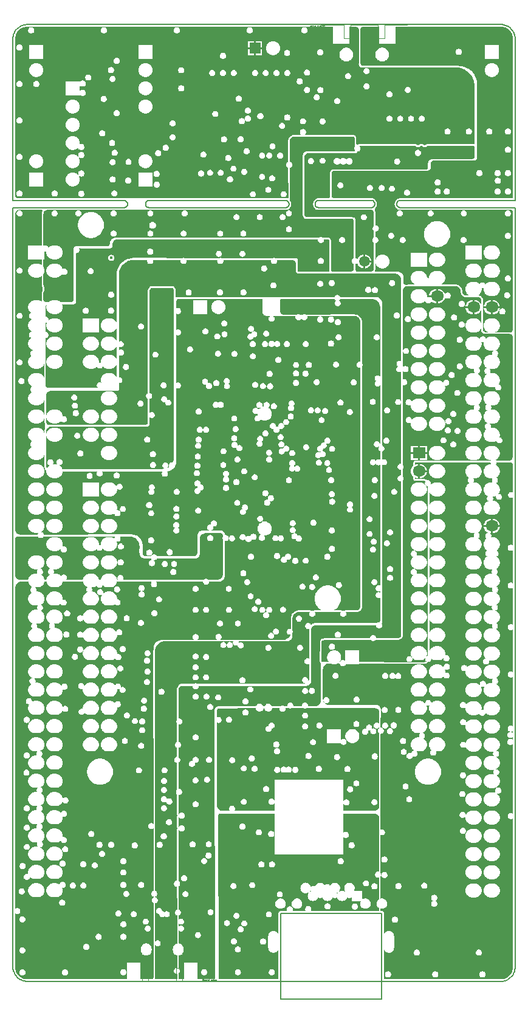
<source format=gbr>
%FSTAX23Y23*%
%MOIN*%
%SFA1B1*%

%IPPOS*%
%ADD55C,0.005000*%
%ADD70C,0.003940*%
%ADD71C,0.001970*%
%ADD73O,0.070870X0.059060*%
%ADD74R,0.070870X0.059060*%
%ADD75C,0.059060*%
%ADD76R,0.059060X0.059060*%
%ADD84C,0.015000*%
%ADD85C,0.020000*%
%ADD86C,0.016000*%
%LNmb1137-1*%
%LPD*%
G36*
X01111Y02434D02*
D01*
X01441Y02434*
X01442Y02433*
X01444Y02433*
X01444Y02432*
X01445Y02432*
X01446Y02431*
X01446Y02429*
X01447Y02428*
X01447Y02428*
X01447Y02377*
X01446Y02376*
X01445Y02373*
X01445Y0237*
X01445Y02366*
X01446Y02363*
X01447Y02362*
Y02356*
X01446Y02355*
X01446Y02354*
X01445Y02354*
X01444Y02353*
X01444Y02354*
X01184Y02354*
X01181Y02353*
X01178Y02353*
X01175Y02351*
X01172Y0235*
X01169Y02348*
X01167Y02345*
X01166Y02342*
X01164Y02339*
X01164Y02336*
X01163Y02333*
X01163Y02333*
X01163Y02005*
X01163Y02002*
X01164Y01998*
X01165Y01995*
X01167Y01992*
X01169Y01989*
X01172Y01987*
X01175Y01985*
X01178Y01984*
X01182Y01983*
X01185Y01983*
Y01983*
X01431Y01983*
X01434Y01983*
X01437Y01982*
X01439Y0198*
X01441Y01978*
X01442Y01975*
X01442Y01972*
X01442Y01972*
X01442Y01768*
X01442Y01768*
X01439Y01767*
X01436Y01765*
X01434Y01762*
X01433Y01759*
X01432Y01756*
X01432Y01753*
X01432Y01749*
X01433Y01746*
X01434Y01743*
X01436Y0174*
X01439Y01738*
X01442Y01737*
X01442Y01737*
X01442Y01711*
X01442Y01708*
X01441Y01705*
X0144Y01702*
X01438Y01699*
X01435Y01697*
X01432Y01696*
X01429Y01695*
X01426Y01695*
X01426Y01695*
X01328Y01695*
X01326Y01695*
X01323Y01697*
X0132Y01698*
X01319Y01701*
X01317Y01704*
X01317Y01706*
X01317Y01706*
X01318Y01864*
X01317Y01867*
X01316Y0187*
X01315Y01873*
X01313Y01876*
X0131Y01878*
X01307Y01879*
X01304Y0188*
X01301Y01881*
X013Y01881*
X01272*
X01271Y01881*
X01268Y01883*
X01265Y01884*
X01262Y01884*
X01259Y01884*
X01256Y01883*
X01253Y01881*
X01252Y01881*
X00138Y01881*
X00133Y0188*
X00129Y01879*
X00124Y01878*
X0012Y01876*
X00117Y01874*
X00113Y01871*
X0011Y01867*
X00108Y01864*
X00106Y0186*
X00105Y01855*
X00104Y01851*
X00103Y01847*
X00104Y01846*
X00103Y01844*
X00103Y01841*
X00101Y01839*
X00099Y01837*
X00097Y01835*
X00095Y01834*
X00092Y01833*
X0009Y01832*
X0009Y01833*
X-00081Y01833*
X-00084Y01832*
X-00086Y01832*
X-00089Y0183*
X-00091Y01829*
X-00092Y01827*
X-00093Y01824*
X-00094Y01822*
X-00094Y01819*
X-00095Y01819*
X-00096Y01816*
X-00096Y01813*
X-00096Y01809*
X-00095Y01806*
X-00094Y01805*
X-00094Y01542*
X-00095Y01539*
X-00095Y01536*
X-00097Y01534*
X-00098Y01532*
X-00101Y0153*
X-00103Y01529*
X-00106Y01528*
X-00108Y01528*
X-00109Y01528*
X-00167Y01528*
X-0017Y0153*
X-00174Y01533*
X-00179Y01535*
X-00184Y01537*
X-00189Y01538*
X-00194Y01538*
X-00205*
X-0021Y01538*
X-00215Y01537*
X-0022Y01535*
X-00225Y01533*
X-00229Y0153*
X-00232Y01528*
X-00249Y01528*
X-00251Y01528*
X-00253Y01529*
X-00255Y0153*
X-00257Y01531*
X-00259Y01533*
X-0026Y01535*
X-0026Y01537*
X-00261Y01539*
X-00261Y01539*
X-00261Y0158*
X-0026Y0158*
X-00258Y01585*
X-00256Y0159*
X-00255Y01594*
X-00255Y016*
X-00255Y01605*
X-00256Y01609*
X-00258Y01614*
X-0026Y01619*
X-00261Y01619*
X-00261Y0168*
X-0026Y0168*
X-00258Y01685*
X-00256Y0169*
X-00255Y01694*
X-00255Y017*
X-00255Y01705*
X-00256Y01709*
X-00258Y01714*
X-0026Y01719*
X-00261Y01719*
Y0176*
X-0026Y01761*
X-00255*
Y01805*
X-00254Y01806*
X-00254Y01805*
X-00251Y01804*
X-00248Y01804*
X-00244Y01804*
X-00244Y01804*
X-00244Y01802*
X-00244Y018*
X-00244Y01794*
X-00243Y0179*
X-00241Y01785*
X-00239Y0178*
X-00236Y01776*
X-00233Y01772*
X-00229Y01769*
X-00225Y01766*
X-0022Y01764*
X-00215Y01762*
X-0021Y01761*
X-00205Y01761*
X-00194*
X-00189Y01761*
X-00184Y01762*
X-00179Y01764*
X-00174Y01766*
X-0017Y01769*
X-00166Y01772*
X-00163Y01776*
X-0016Y0178*
X-00158Y01785*
X-00156Y0179*
X-00155Y01794*
X-00155Y018*
X-00155Y01805*
X-00156Y01809*
X-00158Y01814*
X-0016Y01819*
X-00163Y01823*
X-00166Y01827*
X-0017Y0183*
X-00174Y01833*
X-00179Y01835*
X-00184Y01837*
X-00189Y01838*
X-00194Y01838*
X-00205*
X-0021Y01838*
X-00215Y01837*
X-0022Y01835*
X-00225Y01833*
X-00229Y0183*
X-00232Y01828*
X-00233Y01828*
X-00234Y0183*
X-00236Y01832*
X-00238Y01834*
X-00241Y01836*
X-00244Y01837*
X-00248Y01837*
X-00251Y01837*
X-00254Y01836*
X-00254Y01835*
X-00255Y01836*
Y01838*
X-00261*
X-00261Y02011*
X-0026Y02015*
X-0026Y02018*
X-00258Y02021*
X-00257Y02024*
X-00254Y02026*
X-00252Y02028*
X-00249Y0203*
X-00246Y02031*
X-00243Y02032*
X-0024Y02032*
X-0024Y02032*
X01073Y02032*
X01077Y02033*
X01081Y02034*
X01084Y02036*
X01087Y02038*
X01089Y02041*
X01091Y02044*
X01091Y02045*
X01093Y02047*
X01095Y02051*
X01097Y02055*
X01098Y0206*
X01099Y02065*
X01098Y0207*
X01097Y02074*
X01095Y02079*
X01093Y02083*
X01092Y02084*
X01092Y02264*
X01095Y02265*
X01098Y02266*
X01101Y02268*
X01103Y02271*
X01104Y02274*
X01105Y02277*
X01105Y02281*
X01105Y02284*
X01104Y02287*
X01103Y0229*
X01101Y02293*
X01098Y02295*
X01095Y02296*
X01092Y02297*
X01092Y02415*
X01093Y02418*
X01094Y02422*
X01096Y02425*
X01098Y02428*
X01101Y0243*
X01104Y02432*
X01108Y02433*
X01111Y02434*
X01111Y02434*
G37*
G36*
X0178Y02384D02*
X01781Y02382D01*
X01784Y0238*
X01787Y02378*
X01791Y02377*
X01795Y02377*
X01798Y02377*
X01802Y02378*
X01805Y0238*
X01808Y02382*
X01809Y02384*
X01817*
X01818Y02382*
X01821Y0238*
X01824Y02378*
X01828Y02377*
X01832Y02377*
X01835Y02377*
X01839Y02378*
X01842Y0238*
X01845Y02382*
X01846Y02384*
X02096Y02384*
X02096Y02384*
X02099Y02383*
X02101Y02382*
X02103Y02381*
X02104Y02379*
X02105Y02377*
X02105Y02375*
X02105Y02326*
X02105Y02325*
X02105Y02323*
X02104Y0232*
X02103Y02317*
X02101Y02315*
X02099Y02313*
X02096Y02312*
X02093Y02311*
X0209Y02311*
X01873Y02311*
Y02311*
X01869Y02311*
X01865Y0231*
X01862Y02308*
X01859Y02306*
X01856Y02304*
X01853Y02301*
X01851Y02298*
X0185Y02295*
X01849Y02291*
X01849Y02287*
X01849Y02266*
X01849Y02265*
X01849Y02263*
X01848Y0226*
X01846Y02258*
X01844Y02256*
X01841Y02255*
X01838Y02255*
X0133Y02255*
Y02255*
X01326Y02255*
X01323Y02254*
X0132Y02252*
X01318Y0225*
X01316Y02248*
X01314Y02245*
X01313Y02241*
X01313Y02238*
X01313Y02111*
X01313Y02111*
X01313Y02108*
X01312Y02106*
X01311Y02103*
X01309Y02101*
X01307Y021*
X01304Y02098*
X01302Y02097*
X01299Y02097*
X01249Y02097*
Y02097*
X01246Y02097*
X01243Y02096*
X0124Y02095*
X01237Y02093*
X01237Y02093*
X01235Y02093*
X01231Y0209*
X01227Y02087*
X01224Y02083*
X01222Y02079*
X0122Y02074*
X01219Y0207*
X01218Y02065*
X01219Y0206*
X0122Y02055*
X01222Y02051*
X01224Y02047*
X01227Y02043*
X01231Y0204*
X01231Y0204*
X01233Y02037*
X01236Y02035*
X01239Y02034*
X01242Y02033*
X01245Y02032*
X01538Y02032*
X01538Y02032*
X01541Y02032*
X01543Y02031*
X01546Y0203*
X01548Y02029*
X01549Y02026*
X01551Y02024*
X01551Y02022*
X01552Y02019*
X01552Y01944*
X01551Y01944*
X01549Y01941*
X01547Y01938*
X01546Y01935*
X01546Y01932*
X01546Y01928*
X01547Y01925*
X01549Y01922*
X01551Y01919*
X01551Y01919*
X01551Y01881*
X01551Y01881*
X01549Y01879*
X01547Y01877*
X01545Y01874*
X01544Y01871*
X01544Y01868*
X01544Y01864*
X01545Y01861*
X01547Y01858*
X01549Y01856*
X01551Y01854*
X01551Y01854*
X01551Y01713*
X01551Y01712*
X01551Y01709*
X0155Y01705*
X01548Y01701*
X01546Y01698*
X01543Y01696*
X01539Y01694*
X01535Y01693*
X01531Y01693*
X01465Y01693*
X01465Y01693*
X01463Y01693*
X0146Y01694*
X01458Y01695*
X01456Y01696*
X01455Y01698*
X01454Y017*
X01453Y01703*
X01453Y01705*
X01453Y01736*
X01455Y01737*
X01458Y01738*
X01461Y0174*
X01461Y01741*
X01462Y01741*
X01462Y0174*
X01464Y01735*
X01466Y0173*
X01469Y01726*
X01472Y01722*
X01476Y01719*
X0148Y01716*
X01485Y01714*
X0149Y01712*
X01494Y01711*
X01495*
Y01749*
Y01788*
X01494*
X0149Y01787*
X01485Y01785*
X0148Y01783*
X01476Y0178*
X01472Y01777*
X01469Y01773*
X01466Y01769*
X01464Y01764*
X01463Y01762*
X01462Y01762*
X01461Y01765*
X01458Y01767*
X01455Y01768*
X01453Y01769*
X01453Y0198*
X01453Y0198*
X01452Y01983*
X01451Y01985*
X01449Y01988*
X01447Y0199*
X01444Y01991*
X01442Y01991*
X01438Y01991*
X01438Y01991*
X01436Y01992*
X01435Y01992*
X01432Y01992*
X01432*
X01431Y01992*
X01185Y01992*
X01185Y01992*
X01183Y01992*
X01183Y01992*
X01183Y01992*
X01179Y01994*
X01177Y01996*
X01174Y01999*
X01173Y02002*
X01172Y02004*
X01172Y02006*
X01172Y02328*
X01172Y02328*
X01174Y02332*
X01176Y02335*
X01178Y02337*
X01181Y0234*
X01184Y02342*
X01187Y02343*
X0119Y02344*
X01194Y02344*
X01452Y02344*
Y02344*
X01454Y02344*
X01456Y02345*
X01458Y02347*
X01459Y02348*
X0146Y02351*
X01461Y02353*
X01462Y02353*
X01465Y02353*
X01468Y02354*
X01471Y02355*
X01474Y02357*
X01476Y0236*
X01477Y02363*
X01478Y02366*
X01478Y0237*
X01478Y02373*
X01477Y02376*
X01476Y02379*
X01474Y02382*
X01472Y02383*
X01472Y02383*
X01475Y02384*
X0178Y02384*
G37*
G36*
X01559Y-01279D02*
X01563Y-0128D01*
X01567Y-01282*
X01571Y-01284*
X01575Y-01287*
X01578Y-01291*
X0158Y-01295*
X0158Y-01296*
Y-01365*
X01581Y-01366*
X01581Y-01367*
X01581Y-01367*
X01581Y-01368*
X01581Y-01368*
X01581Y-01369*
X01581Y-01369*
X01582Y-0137*
X01582Y-0137*
X01582Y-01371*
X01583Y-01371*
X01583Y-01372*
X01583Y-01372*
X01581Y-01375*
X0158Y-01378*
X0158Y-01382*
X0158Y-01385*
X01581Y-01388*
X01583Y-01391*
X01583Y-01391*
X01583Y-01392*
X01582Y-01392*
X01582Y-01393*
X01582Y-01393*
X01581Y-01394*
X01581Y-01394*
X01581Y-01395*
X01581Y-01395*
X01581Y-01396*
X01581Y-01396*
X01581Y-01397*
X0158Y-01398*
X0158Y-01597*
X0158Y-01598*
X01579Y-01597*
X01576Y-01597*
X01572Y-01597*
X01569Y-01598*
X01566Y-016*
X01564Y-01602*
X01562Y-01604*
X0156Y-01607*
X01559Y-0161*
X01559Y-01614*
X01559Y-01617*
X0156Y-0162*
X01562Y-01623*
X01564Y-01625*
X01566Y-01627*
X01569Y-01629*
X01572Y-0163*
X01576Y-0163*
X01579Y-0163*
X0158Y-01629*
X0158Y-0163*
X0158Y-01744*
X01581Y-01745*
X01581Y-01745*
X01581Y-01746*
X01581Y-01746*
X01581Y-01747*
X01581Y-01748*
X01581Y-01748*
X01582Y-01748*
X0158Y-01749*
X01576Y-01752*
X01573Y-01756*
X01571Y-0176*
X01569Y-01764*
X01568Y-01768*
X01568Y-01773*
X01568Y-01777*
X01569Y-01782*
X01571Y-01786*
X01573Y-0179*
X01576Y-01793*
X0158Y-01796*
X01582Y-01797*
X01581Y-01797*
X01581Y-01798*
X01581Y-01798*
X01581Y-01799*
X01581Y-018*
X01581Y-018*
X01581Y-01801*
X0158Y-01801*
Y-01812*
X0158Y-01813*
X01207*
X01206Y-01812*
X01207Y-01812*
X01208Y-01809*
X01209Y-01806*
X01209Y-01803*
X01209Y-01799*
X01208Y-01796*
X01207Y-01793*
X01205Y-0179*
X01202Y-01788*
X01199Y-01787*
X01196Y-01786*
X01193Y-01786*
X01189Y-01786*
X01186Y-01787*
X01183Y-01788*
X0118Y-0179*
X01178Y-01793*
X01177Y-01796*
X01176Y-01799*
X01176Y-01803*
X01176Y-01806*
X01177Y-01809*
X01178Y-01812*
X01179Y-01812*
X01178Y-01813*
X01107*
X01106Y-01812*
X01107Y-01811*
X01108Y-01808*
X01108Y-01805*
X01108Y-01801*
X01107Y-01798*
X01106Y-01795*
X01104Y-01792*
X01101Y-0179*
X01098Y-01789*
X01095Y-01788*
X01092Y-01788*
X01088Y-01788*
X01085Y-01789*
X01082Y-0179*
X01079Y-01792*
X01077Y-01795*
X01076Y-01798*
X01075Y-01801*
X01075Y-01805*
X01075Y-01808*
X01076Y-01811*
X01077Y-01812*
X01076Y-01813*
X0104*
X01037Y-01814*
X01034Y-01815*
X01031Y-01817*
X0103Y-01819*
X01028Y-01822*
X01028Y-01825*
Y-01937*
X01027Y-01937*
X01025Y-01934*
X01022Y-0193*
X01019Y-01927*
X01015Y-01925*
X01011Y-01923*
X01006Y-01922*
X01002Y-01922*
X00997Y-01922*
X00993Y-01923*
X00989Y-01925*
X00985Y-01927*
X00982Y-0193*
X00979Y-01934*
X00976Y-01938*
X00975Y-01942*
X00974Y-01946*
X00973Y-01951*
Y-02014*
X00974Y-02018*
X00975Y-02022*
X00976Y-02027*
X00979Y-0203*
X00982Y-02034*
X00985Y-02037*
X00989Y-02039*
X00993Y-02041*
X00997Y-02042*
X01002Y-02042*
X01006Y-02042*
X01011Y-02041*
X01015Y-02039*
X01019Y-02037*
X01022Y-02034*
X01025Y-0203*
X01027Y-02027*
X01028Y-02028*
Y-02188*
X00707*
X00706Y-02188*
X00704Y-02185*
X00702Y-02182*
X00701Y-02178*
X007Y-02175*
X007Y-02171*
X007Y-02171*
X00699Y-01289*
X00699Y-01287*
X007Y-01284*
X00701Y-01282*
X00703Y-01281*
X00706Y-0128*
X00708Y-0128*
X00708Y-0128*
X0072Y-0128*
X01008Y-01279*
X01009Y-0128*
Y-01503*
X01384*
Y-01406*
X01385Y-01406*
X01386Y-01408*
X01389Y-0141*
X01392Y-01411*
X01395Y-01412*
X01399Y-01412*
X01402Y-01412*
X01405Y-01411*
X01408Y-0141*
X01411Y-01408*
X01413Y-01405*
X01414Y-01402*
X01415Y-01399*
X01415Y-01396*
X01415Y-01392*
X01414Y-01389*
X01413Y-01386*
X01411Y-01383*
X01408Y-01381*
X01405Y-0138*
X01402Y-01379*
X01399Y-01379*
X01395Y-01379*
X01392Y-0138*
X01389Y-01381*
X01386Y-01383*
X01385Y-01385*
X01384Y-01385*
Y-01279*
X01554Y-01279*
X01559Y-01279*
G37*
G36*
X02302Y00648D02*
X02307Y00646D01*
X02312Y00642*
X02316Y00639*
Y00482*
X02315Y00482*
X02315Y00482*
X02312Y00484*
X02309Y00485*
X02306Y00485*
X02302Y00485*
X02299Y00484*
X02296Y00482*
X02294Y0048*
X02292Y00478*
X0229Y00475*
X02289Y00472*
X02289Y00469*
X02289Y00465*
X0229Y00462*
X02292Y00459*
X02294Y00457*
X02296Y00455*
X02299Y00453*
X02302Y00452*
X02306Y00452*
X02309Y00452*
X02312Y00453*
X02315Y00455*
X02315Y00455*
X02316Y00455*
Y00192*
X02315Y00192*
X02313Y00194*
X0231Y00195*
X02307Y00196*
X02304Y00196*
X023Y00196*
X02297Y00195*
X02294Y00194*
X02291Y00192*
X02289Y00189*
X02288Y00186*
X02287Y00183*
X02287Y0018*
X02287Y00176*
X02288Y00173*
X02289Y0017*
X02291Y00167*
X02294Y00165*
X02297Y00164*
X023Y00163*
X02304Y00163*
X02307Y00163*
X0231Y00164*
X02313Y00165*
X02315Y00167*
X02316Y00167*
Y-00015*
X02315Y-00015*
X02313Y-00013*
X0231Y-00012*
X02307Y-00011*
X02304Y-00011*
X023Y-00011*
X02297Y-00012*
X02294Y-00013*
X02291Y-00015*
X02289Y-00018*
X02288Y-00021*
X02287Y-00024*
X02287Y-00028*
X02287Y-00031*
X02288Y-00034*
X02289Y-00037*
X02291Y-0004*
X02294Y-00042*
X02297Y-00043*
X023Y-00044*
X02304Y-00044*
X02307Y-00044*
X0231Y-00043*
X02313Y-00042*
X02315Y-0004*
X02316Y-0004*
Y-00244*
X02315Y-00244*
X02313Y-00242*
X0231Y-00241*
X02307Y-0024*
X02304Y-00239*
X023Y-0024*
X02297Y-00241*
X02294Y-00242*
X02291Y-00244*
X02289Y-00247*
X02288Y-0025*
X02287Y-00253*
X02287Y-00256*
X02287Y-0026*
X02288Y-00263*
X02289Y-00266*
X02291Y-00268*
X02294Y-00271*
X02297Y-00272*
X023Y-00273*
X02304Y-00273*
X02307Y-00273*
X0231Y-00272*
X02313Y-00271*
X02315Y-00269*
X02316Y-00269*
Y-00503*
X02315Y-00503*
X02313Y-00501*
X0231Y-005*
X02307Y-00499*
X02304Y-00498*
X023Y-00499*
X02297Y-005*
X02294Y-00501*
X02291Y-00503*
X02289Y-00506*
X02288Y-00509*
X02287Y-00512*
X02287Y-00515*
X02287Y-00519*
X02288Y-00522*
X02289Y-00525*
X02291Y-00527*
X02294Y-0053*
X02297Y-00531*
X023Y-00532*
X02304Y-00532*
X02307Y-00532*
X0231Y-00531*
X02313Y-0053*
X02315Y-00528*
X02316Y-00528*
Y-008*
X02315Y-008*
X02313Y-00798*
X0231Y-00797*
X02307Y-00796*
X02304Y-00796*
X023Y-00796*
X02297Y-00797*
X02294Y-00798*
X02291Y-008*
X02289Y-00803*
X02288Y-00806*
X02287Y-00809*
X02287Y-00813*
X02287Y-00816*
X02288Y-00819*
X02289Y-00822*
X02291Y-00825*
X02294Y-00827*
X02297Y-00828*
X023Y-00829*
X02304Y-00829*
X02307Y-00829*
X0231Y-00828*
X02313Y-00827*
X02315Y-00825*
X02316Y-00825*
Y-00838*
X02315Y-00838*
X02313Y-00836*
X02311Y-00834*
X02308Y-00832*
X02305Y-00831*
X02302Y-00831*
X02298Y-00831*
X02295Y-00832*
X02292Y-00834*
X0229Y-00836*
X02288Y-00838*
X02286Y-00841*
X02285Y-00844*
X02285Y-00848*
X02285Y-00851*
X02286Y-00854*
X02288Y-00857*
X0229Y-00859*
X02292Y-00861*
X02295Y-00863*
X02298Y-00864*
X02302Y-00864*
X02305Y-00864*
X02308Y-00863*
X02311Y-00861*
X02313Y-00859*
X02315Y-00857*
X02316Y-00857*
Y-00875*
X02315Y-00875*
X02314Y-00873*
X02311Y-00871*
X02308Y-0087*
X02305Y-00869*
X02302Y-00869*
X02298Y-00869*
X02295Y-0087*
X02292Y-00871*
X02289Y-00873*
X02287Y-00876*
X02286Y-00879*
X02285Y-00882*
X02285Y-00886*
X02285Y-00889*
X02286Y-00892*
X02287Y-00895*
X02289Y-00898*
X02292Y-009*
X02295Y-00901*
X02298Y-00902*
X02302Y-00902*
X02305Y-00902*
X02308Y-00901*
X02311Y-009*
X02314Y-00898*
X02315Y-00896*
X02316Y-00896*
Y-0128*
X02315Y-0128*
X02313Y-01278*
X0231Y-01277*
X02307Y-01276*
X02304Y-01275*
X023Y-01276*
X02297Y-01277*
X02294Y-01278*
X02291Y-0128*
X02289Y-01283*
X02288Y-01286*
X02287Y-01289*
X02287Y-01292*
X02287Y-01296*
X02288Y-01299*
X02289Y-01302*
X02291Y-01304*
X02294Y-01306*
X02297Y-01308*
X023Y-01309*
X02304Y-01309*
X02307Y-01309*
X0231Y-01308*
X02313Y-01306*
X02315Y-01305*
X02316Y-01305*
Y-02119*
X02316Y-02121*
X02316Y-02121*
X02316Y-02127*
X02315Y-02134*
X02313Y-0214*
X02311Y-02146*
X02308Y-02152*
X02305Y-02158*
X02301Y-02163*
X02296Y-02168*
X02291Y-02173*
X02286Y-02177*
X0228Y-0218*
X02274Y-02183*
X02268Y-02185*
X02262Y-02187*
X02255Y-02188*
X02249Y-02188*
X02249Y-02188*
X02247Y-02188*
X01609*
Y-02028*
X0161Y-02027*
X01612Y-0203*
X01615Y-02034*
X01618Y-02037*
X01622Y-02039*
X01626Y-02041*
X01631Y-02042*
X01635Y-02042*
X0164Y-02042*
X01644Y-02041*
X01648Y-02039*
X01652Y-02037*
X01655Y-02034*
X01658Y-0203*
X01661Y-02027*
X01662Y-02022*
X01663Y-02018*
X01664Y-02014*
Y-01951*
X01663Y-01946*
X01662Y-01942*
X01661Y-01938*
X01658Y-01934*
X01655Y-0193*
X01652Y-01927*
X01648Y-01925*
X01644Y-01923*
X0164Y-01922*
X01635Y-01922*
X01631Y-01922*
X01626Y-01923*
X01622Y-01925*
X01618Y-01927*
X01615Y-0193*
X01612Y-01934*
X0161Y-01937*
X01609Y-01937*
Y-01825*
X01609Y-01822*
X01607Y-01819*
X01606Y-01817*
X01603Y-01815*
X016Y-01814*
X01598Y-01813*
X0159*
X01589Y-01812*
Y-01801*
X0159Y-01801*
X01592Y-01801*
X01596Y-01801*
X01601Y-01801*
X01605Y-018*
X01609Y-01798*
X01613Y-01796*
X01617Y-01793*
X0162Y-0179*
X01622Y-01786*
X01624Y-01782*
X01625Y-01777*
X01625Y-01773*
X01625Y-01768*
X01624Y-01764*
X01622Y-0176*
X0162Y-01756*
X01617Y-01752*
X01613Y-01749*
X01609Y-01747*
X01605Y-01745*
X01601Y-01744*
X01596Y-01744*
X01592Y-01744*
X0159Y-01745*
X01589Y-01744*
X01589Y-01622*
X01591Y-0162*
X01592Y-01617*
X01592Y-01614*
X01592Y-0161*
X01591Y-01607*
X01589Y-01605*
X01589Y-01398*
X0159Y-01397*
X01593Y-01398*
X01597Y-01398*
X016Y-01398*
X01603Y-01397*
X01606Y-01396*
X01609Y-01394*
X01611Y-01391*
X01612Y-01388*
X01613Y-01385*
X01614Y-01382*
X01613Y-01378*
X01612Y-01375*
X01611Y-01372*
X01609Y-01369*
X01606Y-01367*
X01603Y-01366*
X016Y-01365*
X01597Y-01365*
X01593Y-01365*
X0159Y-01366*
X01589Y-01365*
X01589Y-00842*
X0159Y-00841*
X01591Y-00841*
X01594Y-00841*
X01597Y-0084*
X016Y-00838*
X01602Y-00836*
X01604Y-00834*
X01606Y-00831*
X01607Y-00828*
X01607Y-00825*
X01607Y-00821*
X01606Y-00818*
X01604Y-00815*
X01602Y-00813*
X016Y-00811*
X01597Y-00809*
X01594Y-00808*
X01591Y-00808*
X0159Y-00808*
X01589Y-00807*
X0159Y-00703*
X0159*
X01589Y-00699*
X01588Y-00695*
X01586Y-00692*
X01584Y-00689*
X01581Y-00687*
X01578Y-00685*
X01574Y-00684*
X01571Y-00683*
X01308Y-00684*
X01308Y-00684*
X01303Y-00683*
X01299Y-00682*
X01295Y-00681*
X01291Y-00679*
X01287Y-00676*
X01283Y-00673*
X0128Y-0067*
X01278Y-00666*
X01276Y-00662*
X01274Y-00658*
X01274Y-00654*
X01273Y-00649*
X01273Y-00487*
X01273Y-00487*
X01274Y-00483*
X01274Y-00478*
X01276Y-00474*
X01278Y-00469*
X01281Y-00466*
X01284Y-00462*
X01287Y-00459*
X0129Y-00457*
X01305Y-00457*
X01306Y-00457*
X01306Y-00457*
X01307Y-00457*
X01308Y-00457*
X01308Y-00456*
X01309Y-00456*
X01309Y-00456*
X0131Y-00456*
X0131Y-00455*
X01311Y-00455*
X01311Y-00455*
X01312Y-00454*
X01312Y-00454*
X01312Y-00454*
X01313Y-00453*
X01315Y-00455*
X0132Y-00457*
X01325Y-00459*
X01329Y-0046*
X01335Y-0046*
X0134Y-0046*
X01344Y-00459*
X01349Y-00457*
X01354Y-00455*
X01356Y-00454*
X01357Y-00454*
X01357Y-00454*
X01357Y-00454*
X01358Y-00455*
X01358Y-00455*
X01359Y-00456*
X01359Y-00456*
X0136Y-00456*
X0136Y-00456*
X01361Y-00457*
X01361Y-00457*
X01362Y-00457*
X01363Y-00457*
X01363Y-00457*
X01364Y-00457*
X01366*
X01367Y-0046*
X01368Y-00463*
X0137Y-00466*
X01373Y-00468*
X01376Y-00469*
X01379Y-0047*
X01383Y-0047*
X01386Y-0047*
X01389Y-00469*
X01392Y-00468*
X01395Y-00466*
X01397Y-00463*
X01398Y-0046*
X01398Y-0046*
X01473*
Y-00458*
X01474Y-00457*
X01744Y-00458*
X01744Y-00457*
X01745Y-00457*
X01746Y-00457*
X01746Y-00457*
X01748Y-00458*
X01748*
X01828Y-00458*
X01828Y-00458*
X01828Y-00458*
X01832Y-00457*
X01832Y-00457*
X01833Y-00457*
X01836Y-00456*
X01837Y-00456*
X01838Y-00456*
X01841Y-00455*
X01841Y-00454*
X01842Y-00454*
X01845Y-00452*
X01845Y-00452*
X01846Y-00452*
X01846Y-00451*
X01847Y-00451*
X01847Y-00451*
X01847Y-0045*
X01848Y-00449*
X01848Y-00449*
X01848Y-00449*
X01849Y-00448*
X01849Y-00447*
X01849Y-00447*
X01849Y-00446*
X01849Y-00446*
X01851Y-00446*
X01854Y-00446*
X01857Y-00445*
X0186Y-00444*
X01863Y-00442*
X01865Y-00439*
X01866Y-00436*
X01867Y-00433*
X01867Y-0043*
X01867Y-00429*
X01868Y-00428*
X0187Y-0043*
X01874Y-00433*
X01879Y-00435*
X01884Y-00437*
X01889Y-00438*
X01894Y-00438*
X01905*
X0191Y-00438*
X01915Y-00437*
X0192Y-00435*
X01925Y-00433*
X01929Y-0043*
X01933Y-00427*
X01934Y-00428*
X01934Y-0043*
X01935Y-00433*
X01936Y-00436*
X01938Y-00439*
X01941Y-00441*
X01944Y-00442*
X01947Y-00443*
X01951Y-00443*
X01954Y-00443*
X01957Y-00442*
X0196Y-00441*
X01963Y-00439*
X01965Y-00436*
X01966Y-00433*
X01967Y-0043*
X01967Y-00427*
X01967Y-00423*
X01966Y-0042*
X01965Y-00417*
X01963Y-00414*
X0196Y-00412*
X01957Y-00411*
X01954Y-0041*
X01951Y-0041*
X01947Y-0041*
X01944Y-00411*
X01943Y-00411*
X01942Y-00411*
X01943Y-00409*
X01944Y-00405*
X01944Y-004*
X01944Y-00394*
X01943Y-0039*
X01941Y-00385*
X01939Y-0038*
X01936Y-00376*
X01933Y-00372*
X01929Y-00369*
X01925Y-00366*
X0192Y-00364*
X01915Y-00362*
X0191Y-00361*
X01905Y-00361*
X01894*
X01889Y-00361*
X01884Y-00362*
X01879Y-00364*
X01874Y-00366*
X0187Y-00369*
X01866Y-00372*
X01863Y-00376*
X0186Y-0038*
X01859Y-00384*
X01858Y-00383*
Y-00316*
X01859Y-00315*
X0186Y-00319*
X01863Y-00323*
X01866Y-00327*
X0187Y-0033*
X01874Y-00333*
X01879Y-00335*
X01884Y-00337*
X01889Y-00338*
X01894Y-00338*
X01905*
X0191Y-00338*
X01915Y-00337*
X0192Y-00335*
X01925Y-00333*
X01929Y-0033*
X01933Y-00327*
X01936Y-00323*
X01939Y-00319*
X01941Y-00314*
X01943Y-00309*
X01944Y-00305*
X01944Y-003*
X01944Y-00294*
X01943Y-0029*
X01941Y-00285*
X01939Y-0028*
X01936Y-00276*
X01933Y-00272*
X01929Y-00269*
X01925Y-00266*
X0192Y-00264*
X01915Y-00262*
X0191Y-00261*
X01905Y-00261*
X01894*
X01889Y-00261*
X01884Y-00262*
X01879Y-00264*
X01874Y-00266*
X0187Y-00269*
X01866Y-00272*
X01863Y-00276*
X0186Y-0028*
X01859Y-00284*
X01858Y-00283*
Y-00216*
X01859Y-00215*
X0186Y-00219*
X01863Y-00223*
X01866Y-00227*
X0187Y-0023*
X01874Y-00233*
X01879Y-00235*
X01884Y-00237*
X01889Y-00238*
X01894Y-00238*
X01905*
X0191Y-00238*
X01915Y-00237*
X0192Y-00235*
X01925Y-00233*
X01929Y-0023*
X01933Y-00227*
X01936Y-00223*
X01939Y-00219*
X01941Y-00214*
X01943Y-00209*
X01944Y-00205*
X01944Y-002*
X01944Y-00194*
X01943Y-0019*
X01941Y-00185*
X01939Y-0018*
X01936Y-00176*
X01933Y-00172*
X01929Y-00169*
X01925Y-00166*
X0192Y-00164*
X01915Y-00162*
X0191Y-00161*
X01905Y-00161*
X01894*
X01889Y-00161*
X01884Y-00162*
X01879Y-00164*
X01874Y-00166*
X0187Y-00169*
X01866Y-00172*
X01863Y-00176*
X0186Y-0018*
X01859Y-00184*
X01858Y-00183*
Y-00116*
X01859Y-00115*
X0186Y-00119*
X01863Y-00123*
X01866Y-00127*
X0187Y-0013*
X01874Y-00133*
X01879Y-00135*
X01884Y-00137*
X01889Y-00138*
X01894Y-00138*
X01905*
X0191Y-00138*
X01915Y-00137*
X0192Y-00135*
X01925Y-00133*
X01929Y-0013*
X01933Y-00127*
X01936Y-00123*
X01939Y-00119*
X01941Y-00114*
X01943Y-00109*
X01944Y-00105*
X01944Y-001*
X01944Y-00094*
X01943Y-0009*
X01941Y-00085*
X01939Y-0008*
X01936Y-00076*
X01933Y-00072*
X01929Y-00069*
X01925Y-00066*
X0192Y-00064*
X01915Y-00062*
X0191Y-00061*
X01905Y-00061*
X01894*
X01889Y-00061*
X01884Y-00062*
X01879Y-00064*
X01874Y-00066*
X0187Y-00069*
X01866Y-00072*
X01863Y-00076*
X0186Y-0008*
X01859Y-00084*
X01858Y-00083*
Y-00016*
X01859Y-00015*
X0186Y-00019*
X01863Y-00023*
X01866Y-00027*
X0187Y-0003*
X01874Y-00033*
X01879Y-00035*
X01884Y-00037*
X01889Y-00038*
X01894Y-00038*
X01905*
X0191Y-00038*
X01915Y-00037*
X0192Y-00035*
X01925Y-00033*
X01929Y-0003*
X01933Y-00027*
X01936Y-00023*
X01939Y-00019*
X01941Y-00014*
X01943Y-00009*
X01944Y-00005*
X01944Y0*
X01944Y00005*
X01943Y00009*
X01941Y00014*
X01939Y00019*
X01936Y00023*
X01933Y00027*
X01929Y0003*
X01925Y00033*
X0192Y00035*
X01915Y00037*
X0191Y00038*
X01905Y00038*
X01894*
X01889Y00038*
X01884Y00037*
X01879Y00035*
X01874Y00033*
X0187Y0003*
X01866Y00027*
X01863Y00023*
X0186Y00019*
X01859Y00015*
X01858Y00016*
X01858Y00083*
X01859Y00084*
X0186Y0008*
X01863Y00076*
X01866Y00072*
X0187Y00069*
X01874Y00066*
X01879Y00064*
X01884Y00062*
X01889Y00061*
X01894Y00061*
X01905*
X0191Y00061*
X01915Y00062*
X0192Y00064*
X01925Y00066*
X01929Y00069*
X01933Y00072*
X01936Y00076*
X01939Y0008*
X01941Y00085*
X01943Y0009*
X01944Y00094*
X01944Y001*
X01944Y00105*
X01943Y00109*
X01941Y00114*
X01939Y00119*
X01936Y00123*
X01933Y00127*
X01929Y0013*
X01925Y00133*
X0192Y00135*
X01915Y00137*
X0191Y00138*
X01905Y00138*
X01894*
X01889Y00138*
X01884Y00137*
X01879Y00135*
X01874Y00133*
X0187Y0013*
X01866Y00127*
X01863Y00123*
X0186Y00119*
X01859Y00115*
X01858Y00116*
Y00183*
X01859Y00184*
X0186Y0018*
X01863Y00176*
X01866Y00172*
X0187Y00169*
X01874Y00166*
X01879Y00164*
X01884Y00162*
X01889Y00161*
X01894Y00161*
X01905*
X0191Y00161*
X01915Y00162*
X0192Y00164*
X01925Y00166*
X01929Y00169*
X01933Y00172*
X01936Y00176*
X01939Y0018*
X01941Y00185*
X01943Y0019*
X01944Y00194*
X01944Y002*
X01944Y00205*
X01943Y00209*
X01941Y00214*
X01939Y00219*
X01936Y00223*
X01933Y00227*
X01929Y0023*
X01925Y00233*
X0192Y00235*
X01915Y00237*
X0191Y00238*
X01905Y00238*
X01894*
X01889Y00238*
X01884Y00237*
X01879Y00235*
X01874Y00233*
X0187Y0023*
X01866Y00227*
X01863Y00223*
X0186Y00219*
X01859Y00215*
X01858Y00216*
X01858Y00283*
X01859Y00284*
X0186Y0028*
X01863Y00276*
X01866Y00272*
X0187Y00269*
X01874Y00266*
X01879Y00264*
X01884Y00262*
X01889Y00261*
X01894Y00261*
X01905*
X0191Y00261*
X01915Y00262*
X0192Y00264*
X01925Y00266*
X01929Y00269*
X01933Y00272*
X01936Y00276*
X01939Y0028*
X01941Y00285*
X01943Y0029*
X01944Y00294*
X01944Y003*
X01944Y00305*
X01943Y00309*
X01941Y00314*
X01939Y00319*
X01936Y00323*
X01933Y00327*
X01929Y0033*
X01925Y00333*
X0192Y00335*
X01915Y00337*
X0191Y00338*
X01905Y00338*
X01894*
X01889Y00338*
X01884Y00337*
X01879Y00335*
X01874Y00333*
X0187Y0033*
X01866Y00327*
X01863Y00323*
X0186Y00319*
X01859Y00315*
X01858Y00316*
Y00383*
X01859Y00384*
X0186Y0038*
X01863Y00376*
X01866Y00372*
X0187Y00369*
X01874Y00366*
X01879Y00364*
X01884Y00362*
X01889Y00361*
X01894Y00361*
X01905*
X0191Y00361*
X01915Y00362*
X0192Y00364*
X01925Y00366*
X01929Y00369*
X01933Y00372*
X01936Y00376*
X01939Y0038*
X01941Y00385*
X01943Y0039*
X01944Y00394*
X01944Y004*
X01944Y00405*
X01943Y00409*
X01941Y00414*
X01939Y00419*
X01936Y00423*
X01933Y00427*
X01929Y0043*
X01925Y00433*
X0192Y00435*
X01915Y00437*
X0191Y00438*
X01905Y00438*
X01894*
X01889Y00438*
X01884Y00437*
X01879Y00435*
X01874Y00433*
X0187Y0043*
X01866Y00427*
X01863Y00423*
X0186Y00419*
X01859Y00415*
X01858Y00416*
X01858Y00483*
X01859Y00484*
X0186Y0048*
X01863Y00476*
X01866Y00472*
X0187Y00469*
X01874Y00466*
X01879Y00464*
X01884Y00462*
X01889Y00461*
X01894Y00461*
X01905*
X0191Y00461*
X01915Y00462*
X0192Y00464*
X01925Y00466*
X01929Y00469*
X01933Y00472*
X01936Y00476*
X01939Y0048*
X01941Y00485*
X01943Y0049*
X01944Y00494*
X01944Y005*
X01944Y00505*
X01943Y00509*
X01941Y00514*
X01939Y00519*
X01936Y00523*
X01933Y00527*
X01929Y0053*
X01925Y00533*
X0192Y00535*
X01915Y00537*
X0191Y00538*
X01905Y00538*
X01894*
X01889Y00538*
X01884Y00537*
X01879Y00535*
X01874Y00533*
X0187Y0053*
X01866Y00527*
X01864Y00525*
X01864Y00525*
X01865Y00527*
X01866Y0053*
X01866Y00534*
X01866Y00537*
X01865Y0054*
X01863Y00543*
X01861Y00545*
X01859Y00547*
X01856Y00549*
X01853Y0055*
X0185Y0055*
X01846Y0055*
X01846Y0055*
X01846Y0055*
X01843Y00551*
X0184Y00553*
X0184Y00553*
X0184Y00553*
X01839Y00553*
X01838Y00553*
X01835Y00555*
X01834Y00555*
X01833Y00555*
X0183Y00556*
X01829Y00556*
X01828Y00556*
X01824Y00557*
X01824Y00557*
X01824Y00557*
X01823Y00557*
X01779Y00557*
X01778Y00557*
X01778Y00563*
X01779Y00564*
X01784Y00562*
X01789Y00561*
X01794Y00561*
X01795*
Y00599*
Y00638*
X01794*
X01789Y00638*
X01784Y00637*
X01779Y00635*
X01778Y00636*
X01778Y00646*
X01778Y00647*
X01778Y00647*
X01779Y00647*
X01779Y00647*
X01779Y00647*
X01779Y00647*
X0178Y00647*
X02193Y00647*
X02193Y00646*
X02194Y00643*
X02195Y0064*
X02197Y00638*
X02197Y00637*
X02194*
X02189Y00637*
X02184Y00636*
X02179Y00634*
X02174Y00632*
X0217Y00629*
X02166Y00626*
X02163Y00622*
X0216Y00618*
X02158Y00613*
X02156Y00608*
X02155Y00604*
X02155Y00599*
X02155Y00593*
X02156Y00589*
X02158Y00584*
X0216Y00579*
X02163Y00575*
X02166Y00571*
X0217Y00568*
X02174Y00565*
X02179Y00563*
X02184Y00561*
X02189Y0056*
X02194Y0056*
X02201*
X02202Y00559*
X02201Y00557*
X022Y00554*
X022Y00551*
X022Y00547*
X02201Y00544*
X02202Y00541*
X02204Y00538*
X02205Y00538*
X02205Y00537*
X02194*
X02189Y00537*
X02184Y00536*
X02179Y00534*
X02174Y00532*
X0217Y00529*
X02166Y00526*
X02163Y00522*
X0216Y00518*
X02158Y00513*
X02156Y00508*
X02155Y00504*
X02155Y00499*
X02155Y00493*
X02156Y00489*
X02158Y00484*
X0216Y00479*
X02163Y00475*
X02166Y00471*
X0217Y00468*
X02174Y00465*
X02178Y00463*
X02178Y00462*
X02176Y0046*
X02174Y00457*
X02173Y00454*
X02173Y00451*
X02173Y00447*
X02174Y00444*
X02176Y00441*
X02178Y00438*
X02181Y00436*
X02182Y00436*
X02181Y00435*
X02179Y00434*
X02174Y00432*
X0217Y00429*
X02166Y00426*
X02163Y00422*
X0216Y00418*
X02158Y00413*
X02156Y00408*
X02155Y00404*
X02155Y00399*
X02155Y00393*
X02156Y00389*
X02158Y00384*
X0216Y00379*
X02163Y00375*
X02166Y00371*
X0217Y00368*
X02174Y00365*
X02179Y00363*
X02184Y00361*
X02189Y0036*
X02194Y0036*
X02205*
X0221Y0036*
X02215Y00361*
X0222Y00363*
X02225Y00365*
X02229Y00368*
X02233Y00371*
X02236Y00375*
X02239Y00379*
X02241Y00384*
X02243Y00389*
X02244Y00393*
X02244Y00399*
X02244Y00404*
X02243Y00408*
X02241Y00413*
X02239Y00418*
X02236Y00422*
X02233Y00426*
X02229Y00429*
X02225Y00432*
X0222Y00434*
X02215Y00436*
X0221Y00437*
X02205Y00437*
X02202*
X02201Y00438*
X02202Y00438*
X02204Y00441*
X02206Y00444*
X02207Y00447*
X02207Y00451*
X02207Y00454*
X02206Y00457*
X02204Y0046*
X02204Y0046*
X02205*
X0221Y0046*
X02215Y00461*
X0222Y00463*
X02223Y00464*
X02224Y00464*
X02223Y00462*
X02223Y00459*
X02223Y00455*
X02224Y00452*
X02226Y00449*
X02228Y00447*
X0223Y00445*
X02233Y00443*
X02236Y00442*
X0224Y00442*
X02243Y00442*
X02246Y00443*
X02249Y00445*
X02251Y00447*
X02253Y00449*
X02255Y00452*
X02256Y00455*
X02256Y00459*
X02256Y00462*
X02255Y00465*
X02253Y00468*
X02251Y0047*
X02249Y00472*
X02246Y00474*
X02243Y00475*
X0224Y00475*
X02237Y00475*
X02236Y00476*
X02239Y00479*
X02241Y00484*
X02243Y00489*
X02244Y00493*
X02244Y00499*
X02244Y00504*
X02243Y00508*
X02241Y00513*
X02239Y00518*
X02236Y00522*
X02233Y00526*
X02229Y00529*
X02225Y00532*
X02222Y00533*
X02222Y00534*
X02223Y00535*
X02226Y00536*
X02229Y00538*
X02231Y00541*
X02232Y00544*
X02233Y00547*
X02233Y00551*
X02233Y00554*
X02232Y00557*
X02231Y0056*
X02229Y00563*
X02226Y00565*
X02226Y00565*
X02226Y00566*
X02229Y00568*
X02233Y00571*
X02236Y00575*
X02239Y00579*
X02241Y00584*
X02243Y00589*
X02244Y00593*
X02244Y00599*
X02244Y00604*
X02243Y00608*
X02241Y00613*
X02239Y00618*
X02236Y00622*
X02233Y00626*
X02229Y00629*
X02225Y00632*
X0222Y00634*
X02219Y00634*
X02219Y00635*
X02222Y00637*
X02224Y0064*
X02225Y00643*
X02226Y00646*
X02226Y00647*
X02292Y00647*
X02293Y00647*
X02293Y00647*
X02296Y00648*
X02297Y00648*
X02298Y00648*
X02301Y00649*
X02302Y00648*
G37*
G36*
X00628Y00259D02*
D01*
X00714Y00259*
X00717Y00258*
X00719Y00257*
X00721Y00256*
X00723Y00254*
X00724Y00251*
X00724Y00249*
X00724Y00249*
X00724Y00239*
X00724Y00239*
X00723Y00236*
X00723Y00233*
X00723Y00229*
X00724Y00226*
X00724Y00226*
X00724Y00035*
X00724Y0003*
X00723Y00026*
X00721Y00021*
X00718Y00017*
X00715Y00013*
X00711Y0001*
X00707Y00008*
X00703Y00006*
X00698Y00005*
X00693Y00004*
X00693Y00005*
X00644*
X00642Y00006*
X00639Y00008*
X00636Y00009*
X00633Y00009*
X00629Y00009*
X00626Y00008*
X00623Y00006*
X00621Y00005*
X00177Y00004*
X00176Y00005*
X00177Y00008*
X00178Y00011*
X00179Y00014*
X00178Y00017*
X00177Y00021*
X00176Y00023*
X00174Y00026*
X00171Y00028*
X00169Y00029*
X00165Y0003*
X00162Y00031*
X00159Y0003*
X00156Y00029*
X00153Y00028*
X00151Y00026*
X00148Y00023*
X00147Y00021*
X00146Y00017*
X00146Y00014*
X00146Y00011*
X00147Y00008*
X00148Y00005*
X00148Y00004*
X00144*
Y00005*
X00143Y00009*
X00141Y00014*
X00139Y00019*
X00136Y00023*
X00133Y00027*
X00129Y0003*
X00125Y00033*
X0012Y00035*
X00115Y00037*
X0011Y00038*
X00105Y00038*
X00094*
X00089Y00038*
X00084Y00037*
X00079Y00035*
X00074Y00033*
X0007Y0003*
X00066Y00027*
X00063Y00023*
X0006Y00019*
X00058Y00014*
X00056Y00009*
X00055Y00005*
Y00004*
X00044*
Y00005*
X00043Y00009*
X00041Y00014*
X00039Y00019*
X00036Y00023*
X00033Y00027*
X00029Y0003*
X00025Y00033*
X0002Y00035*
X00015Y00037*
X0001Y00038*
X00005Y00038*
X-00005*
X-0001Y00038*
X-00015Y00037*
X-0002Y00035*
X-00025Y00033*
X-00029Y0003*
X-00033Y00027*
X-00036Y00023*
X-00039Y00019*
X-00041Y00014*
X-00043Y00009*
X-00044Y00005*
Y00004*
X-00135*
X-00135Y00005*
X-00134Y00006*
X-00133Y00009*
X-00132Y00012*
X-00132Y00016*
X-00132Y00019*
X-00133Y00022*
X-00134Y00025*
X-00136Y00028*
X-00139Y0003*
X-00142Y00031*
X-00145Y00032*
X-00149Y00033*
X-00152Y00032*
X-00155Y00031*
X-00158Y0003*
X-00161Y00028*
X-00163Y00025*
X-00163Y00024*
X-00164Y00024*
X-00166Y00027*
X-0017Y0003*
X-00174Y00033*
X-00179Y00035*
X-00184Y00037*
X-00189Y00038*
X-00194Y00038*
X-00204*
X-00205Y00039*
X-00204Y00039*
X-00203Y00042*
X-00202Y00045*
X-00202Y00049*
X-00202Y00052*
X-00203Y00055*
X-00204Y00058*
X-00206Y0006*
X-00206Y00061*
X-00205Y00061*
X-00194*
X-00189Y00061*
X-00184Y00062*
X-00179Y00064*
X-00174Y00066*
X-0017Y00069*
X-00166Y00072*
X-00163Y00076*
X-0016Y0008*
X-00158Y00085*
X-00156Y0009*
X-00155Y00094*
X-00155Y001*
X-00155Y00105*
X-00156Y00109*
X-00158Y00114*
X-0016Y00119*
X-00163Y00123*
X-00166Y00127*
X-0017Y0013*
X-00174Y00133*
X-00179Y00135*
X-00184Y00137*
X-00189Y00138*
X-00194Y00138*
X-00205*
X-0021Y00138*
X-00215Y00137*
X-0022Y00135*
X-00225Y00133*
X-00229Y0013*
X-00233Y00127*
X-00236Y00123*
X-00239Y00119*
X-00241Y00114*
X-00243Y00109*
X-00244Y00105*
X-00244Y001*
X-00244Y00094*
X-00243Y0009*
X-00241Y00085*
X-00239Y0008*
X-00236Y00076*
X-00233Y00072*
X-00229Y00069*
X-00225Y00066*
X-00224Y00066*
X-00224Y00065*
X-00225Y00064*
X-00228Y00063*
X-00231Y00061*
X-00233Y00058*
X-00234Y00055*
X-00235Y00052*
X-00235Y00049*
X-00235Y00045*
X-00234Y00042*
X-00233Y00039*
X-00231Y00036*
X-00228Y00034*
X-00226Y00033*
X-00226Y00032*
X-00229Y0003*
X-00233Y00027*
X-00236Y00023*
X-00239Y00019*
X-00241Y00014*
X-00243Y00009*
X-00244Y00005*
Y00004*
X-00255*
Y00005*
X-00256Y00009*
X-00258Y00014*
X-0026Y00019*
X-00263Y00023*
X-00266Y00027*
X-0027Y0003*
X-00272Y00031*
X-00272Y00032*
X-0027Y00033*
X-00267Y00035*
X-00265Y00038*
X-00264Y00041*
X-00263Y00044*
X-00263Y00048*
X-00263Y00051*
X-00264Y00054*
X-00265Y00057*
X-00267Y0006*
X-0027Y00062*
X-00273Y00063*
X-00276Y00064*
X-00276*
X-00276Y00065*
X-00274Y00066*
X-0027Y00069*
X-00266Y00072*
X-00263Y00076*
X-0026Y0008*
X-00258Y00085*
X-00256Y0009*
X-00255Y00094*
X-00255Y001*
X-00255Y00105*
X-00256Y00109*
X-00258Y00114*
X-0026Y00119*
X-00263Y00123*
X-00266Y00127*
X-0027Y0013*
X-00274Y00133*
X-00279Y00135*
X-00284Y00137*
X-00289Y00138*
X-00294Y00138*
X-00305*
X-0031Y00138*
X-00315Y00137*
X-0032Y00135*
X-00325Y00133*
X-00329Y0013*
X-00333Y00127*
X-00336Y00123*
X-00339Y00119*
X-00341Y00114*
X-00343Y00109*
X-00344Y00105*
X-00344Y001*
X-00344Y00094*
X-00343Y0009*
X-00341Y00085*
X-00339Y0008*
X-00336Y00076*
X-00333Y00072*
X-00329Y00069*
X-00325Y00066*
X-0032Y00064*
X-00315Y00062*
X-0031Y00061*
X-00305Y00061*
X-00294*
X-00291Y00061*
X-00291Y0006*
X-00292Y0006*
X-00294Y00057*
X-00295Y00054*
X-00296Y00051*
X-00296Y00048*
X-00296Y00044*
X-00295Y00041*
X-00294Y00039*
X-00295Y00038*
X-00305*
X-0031Y00038*
X-00315Y00037*
X-0032Y00035*
X-00325Y00033*
X-00329Y0003*
X-00333Y00027*
X-00336Y00023*
X-00339Y00019*
X-00341Y00014*
X-00343Y00009*
X-00344Y00005*
Y00004*
X-00392*
X-00395Y00005*
X-00399Y00006*
X-00402Y00007*
X-00405Y00009*
X-00408Y00011*
X-0041Y00014*
X-00412Y00017*
X-00413Y0002*
X-00414Y00024*
X-00415Y00027*
X-00415Y00028*
X-00414Y00224*
X-00415Y00229*
X-00414Y00232*
X-00413Y00235*
X-00411Y00237*
X-00409Y00239*
X-00406Y0024*
X-00403Y00241*
X-00403Y00241*
X-0029Y00241*
X-0029Y0024*
X-00288Y00237*
X-00285Y00235*
X-00282Y00234*
X-00279Y00233*
X-00276Y00233*
X-00272Y00233*
X-00269Y00234*
X-00266Y00235*
X-00263Y00237*
X-00261Y0024*
X-00261Y00241*
X00132Y00241*
X00132Y0024*
X00131Y00239*
X0013Y00236*
X00129Y00233*
X00129Y00231*
X00128Y00231*
X00125Y00233*
X0012Y00235*
X00115Y00237*
X0011Y00238*
X00105Y00238*
X00094*
X00089Y00238*
X00084Y00237*
X00079Y00235*
X00074Y00233*
X0007Y0023*
X00066Y00227*
X00063Y00223*
X0006Y00219*
X00058Y00214*
X00056Y00209*
X00055Y00205*
X00055Y002*
X00055Y00194*
X00056Y00194*
X00055Y00193*
X00054Y00194*
X00051Y00195*
X00048Y00195*
X00044Y00195*
X00044Y00195*
X00044Y00197*
X00044Y002*
X00044Y00205*
X00043Y00209*
X00041Y00214*
X00039Y00219*
X00036Y00223*
X00033Y00227*
X00029Y0023*
X00025Y00233*
X0002Y00235*
X00015Y00237*
X0001Y00238*
X00005Y00238*
X-00005*
X-0001Y00238*
X-00015Y00237*
X-0002Y00235*
X-00025Y00233*
X-00029Y0023*
X-00033Y00227*
X-00036Y00223*
X-00039Y00219*
X-00041Y00214*
X-00043Y00209*
X-00044Y00205*
X-00044Y002*
X-00044Y00194*
X-00043Y0019*
X-00041Y00185*
X-00039Y0018*
X-00036Y00176*
X-00033Y00172*
X-00029Y00169*
X-00025Y00166*
X-0002Y00164*
X-00015Y00162*
X-0001Y00161*
X-00005Y00161*
X00005*
X0001Y00161*
X00015Y00162*
X0002Y00164*
X00025Y00166*
X00029Y00169*
X00032Y00172*
X00033Y00171*
X00034Y00169*
X00036Y00167*
X00038Y00165*
X00041Y00163*
X00044Y00162*
X00048Y00162*
X00051Y00162*
X00054Y00163*
X00057Y00165*
X00059Y00167*
X00061Y00169*
X00063Y00172*
X00063Y00174*
X00064Y00175*
X00066Y00172*
X0007Y00169*
X00074Y00166*
X00079Y00164*
X00084Y00162*
X00089Y00161*
X00094Y00161*
X00105*
X0011Y00161*
X00115Y00162*
X0012Y00164*
X00125Y00166*
X00129Y00169*
X00133Y00172*
X00136Y00176*
X00139Y0018*
X00141Y00185*
X00143Y0019*
X00144Y00194*
X00144Y002*
X00144Y00205*
X00143Y00209*
X00142Y00212*
X00142Y00213*
X00146Y00212*
X00149Y00213*
X00152Y00214*
X00155Y00215*
X00158Y00217*
X0016Y0022*
X00161Y00223*
X00162Y00226*
X00162Y00229*
X00162Y00233*
X00161Y00236*
X0016Y00239*
X00159Y0024*
X00159Y00241*
X00215Y00241*
X0022Y0024*
X00226Y00239*
X00232Y00238*
X00237Y00235*
X00242Y00233*
X00247Y00229*
X00251Y00225*
X00255Y00221*
X00259Y00216*
X00261Y00211*
X00264Y00206*
X00265Y002*
X00266Y00194*
X00267Y00189*
X00267Y00189*
X00266Y00152*
X00267Y00148*
X00268Y00144*
X00269Y0014*
X00271Y00136*
X00273Y00132*
X00276Y00129*
X00279Y00126*
X00283Y00124*
X00287Y00122*
X00291Y00121*
X00295Y0012*
X00299Y00119*
X00299Y0012*
X00332Y00119*
X00333Y00118*
X00335Y00115*
X00337Y00113*
X00338Y00113*
X00337Y00112*
X00335Y00112*
X00332Y00112*
X00329Y00111*
X00326Y00109*
X00323Y00107*
X00321Y00105*
X00319Y00102*
X00318Y00099*
X00318Y00095*
X00318Y00092*
X00319Y00089*
X00321Y00086*
X00323Y00083*
X00326Y00081*
X00329Y0008*
X00332Y00079*
X00335Y00078*
X00338Y00079*
X00342Y0008*
X00345Y00081*
X00347Y00083*
X00349Y00086*
X00351Y00089*
X00352Y00092*
X00352Y00095*
X00352Y00099*
X00351Y00102*
X00349Y00105*
X00347Y00107*
X00345Y00109*
X00344Y0011*
X00344Y00111*
X00347Y0011*
X0035Y00111*
X00353Y00112*
X00356Y00113*
X00358Y00115*
X0036Y00118*
X00361Y00119*
X00569Y00119*
X00573Y0012*
X00578Y00121*
X00582Y00122*
X00586Y00125*
X00589Y00128*
X00592Y00131*
X00594Y00135*
X00596Y00139*
X00597Y00143*
X00597Y00148*
X00597*
X00597Y00228*
X00597Y00233*
X00598Y00237*
X006Y00242*
X00603Y00246*
X00606Y0025*
X0061Y00253*
X00614Y00255*
X00618Y00257*
X00623Y00258*
X00627Y00259*
X00628Y00259*
G37*
G36*
X00443Y01605D02*
D01*
X00443Y01605*
X00445Y01604*
X00448Y01604*
X0045Y01602*
X00452Y01601*
X00453Y01599*
X00455Y01597*
X00455Y01594*
X00456Y01592*
X00456Y00675*
X00456Y00675*
X00455Y00668*
X00454Y00661*
X00452Y00654*
X00449Y00648*
X00448Y00648*
X00445Y00648*
X00441Y00648*
X00438Y00647*
X00435Y00646*
X00432Y00644*
X0043Y00641*
X00429Y00638*
X00428Y00635*
X00428Y00632*
X00428Y00628*
X00429Y00625*
X0043Y00624*
X00426Y00621*
X00421Y00618*
X0042Y00619*
X00421Y0062*
X00423Y00622*
X00425Y00625*
X00426Y00628*
X00426Y00632*
X00426Y00635*
X00425Y00638*
X00423Y00641*
X00421Y00643*
X00419Y00645*
X00416Y00647*
X00413Y00648*
X0041Y00648*
X00406Y00648*
X00403Y00647*
X004Y00645*
X00398Y00643*
X00396Y00641*
X00394Y00638*
X00393Y00635*
X00393Y00632*
X00393Y00628*
X00394Y00625*
X00396Y00622*
X00398Y0062*
X004Y00618*
X00403Y00616*
X00406Y00615*
X0041Y00615*
X0041Y00615*
X0041Y00614*
X00406Y00613*
X00399Y00612*
X00392Y00611*
X-00157Y00611*
X-00158Y00614*
X-0016Y00619*
X-00163Y00623*
X-00166Y00627*
X-0017Y0063*
X-00173Y00632*
X-00173Y00633*
X-00172Y00633*
X-00168Y00633*
X-00165Y00634*
X-00162Y00636*
X-0016Y00638*
X-00158Y0064*
X-00156Y00643*
X-00155Y00646*
X-00155Y0065*
X-00155Y00653*
X-00156Y00656*
X-00158Y00659*
X-0016Y00661*
X-00162Y00663*
X-00165Y00665*
X-00168Y00666*
X-00172Y00666*
X-00175Y00666*
X-00178Y00665*
X-00181Y00663*
X-00183Y00661*
X-00185Y00659*
X-00187Y00656*
X-00188Y00653*
X-00188Y0065*
X-00188Y00646*
X-00187Y00643*
X-00185Y0064*
X-00183Y00638*
X-00183Y00637*
X-00183Y00637*
X-00184Y00637*
X-00189Y00638*
X-00194Y00638*
X-00205*
X-00206Y00638*
X-00207Y00639*
X-00206Y00641*
X-00205Y00644*
X-00205Y00648*
X-00205Y00651*
X-00206Y00654*
X-00207Y00657*
X-00209Y0066*
X-00212Y00662*
X-00215Y00663*
X-00218Y00664*
X-00222Y00664*
X-00225Y00664*
X-00228Y00663*
X-00231Y00662*
X-00234Y0066*
X-00236Y00657*
X-00237Y00654*
X-00238Y00651*
X-00238Y00648*
X-00238Y00644*
X-00237Y00641*
X-00236Y00638*
X-00234Y00635*
X-00231Y00633*
X-00228Y00632*
X-00228Y00632*
X-00228Y00631*
X-00229Y0063*
X-00233Y00627*
X-00236Y00623*
X-00239Y00619*
X-0024Y00617*
X-0024Y00617*
X-00241Y00617*
X-00243Y0062*
X-00245Y00623*
X-00246Y00626*
X-00246Y0063*
X-00246Y00818*
X-00246Y00818*
X-00246Y00821*
X-00245Y00825*
X-00243Y00829*
X-00241Y00832*
X-00239Y00835*
X-00236Y00838*
X-00232Y0084*
X-00229Y00842*
X-00225Y00843*
X-00221Y00843*
X00229Y00843*
X00304Y00843*
Y00842*
X00307Y00843*
X00311Y00844*
X00314Y00846*
X00317Y00848*
X00319Y00851*
X00321Y00854*
X00322Y00858*
X00323Y00862*
Y00894*
X00323Y00895*
X00324Y00894*
X00327Y00892*
X0033Y00891*
X00334Y00891*
X00337Y00891*
X0034Y00892*
X00343Y00894*
X00345Y00896*
X00347Y00898*
X00349Y00901*
X0035Y00904*
X0035Y00908*
X0035Y00911*
X00349Y00914*
X00347Y00917*
X00345Y00919*
X00343Y00921*
X0034Y00923*
X00337Y00924*
X00334Y00924*
X0033Y00924*
X00327Y00923*
X00324Y00921*
X00323Y00921*
X00323Y00921*
X00323Y00996*
X00323Y00996*
X00326Y00997*
X00329Y00998*
X00332Y01*
X00334Y01003*
X00335Y01006*
X00336Y01009*
X00336Y01013*
X00336Y01016*
X00335Y01019*
X00334Y01022*
X00332Y01025*
X00329Y01027*
X00326Y01028*
X00323Y01029*
X00323Y01029*
X00323Y0159*
X00322Y0159*
X00323Y01592*
X00324Y01595*
X00325Y01598*
X00327Y016*
X00329Y01602*
X00332Y01603*
X00335Y01604*
X00338Y01605*
X00443Y01605*
G37*
G36*
X01581Y03038D02*
Y03037D01*
Y03037*
Y03037*
Y02945*
X0167*
Y03037*
X01671Y03038*
X02253Y03038*
X02255Y03037*
X02262Y03036*
X02268Y03035*
X02274Y03033*
X0228Y0303*
X02286Y03026*
X02291Y03022*
X02296Y03018*
X02301Y03013*
X02305Y03008*
X02308Y03002*
X02311Y02996*
X02313Y0299*
X02315Y02984*
X02315Y02979*
X02316Y02976*
X02316Y02106*
X02316Y02105*
X02315Y02103*
X02314Y021*
X02312Y02098*
X0231Y02096*
X01698*
X01697Y02096*
X01693Y02096*
X01688Y02095*
X01688Y02095*
X01685*
Y02095*
X01683Y02094*
X01681Y02093*
X0168Y02091*
X01679Y0209*
X01679Y0209*
X01675Y02087*
X01672Y02083*
X0167Y02079*
X01668Y02074*
X01667Y0207*
X01666Y02065*
X01667Y0206*
X01668Y02055*
X0167Y02051*
X01672Y02047*
X01675Y02043*
X01679Y0204*
X01681Y02039*
X01681Y02038*
X01683Y02036*
X01685Y02034*
X01687Y02033*
X01689Y02032*
X01692Y02032*
X02307Y02032*
X02307Y02032*
X02309Y02032*
X0231Y02031*
X02312Y0203*
X02313Y02029*
X02313Y02028*
X02314Y02026*
X02314Y01374*
X02314Y01373*
X02313Y01371*
X02313Y01368*
X02311Y01366*
X02309Y01364*
X02307Y01362*
X02305Y01361*
X02304Y0136*
X02303Y0136*
X023Y01361*
X023Y0136*
X02299Y01361*
X02216Y01361*
X02216Y01361*
X0222Y01363*
X02225Y01365*
X02229Y01368*
X02233Y01371*
X02236Y01375*
X02239Y01379*
X02241Y01384*
X02243Y01389*
X02244Y01393*
X02244Y01399*
X02244Y01404*
X02243Y01408*
X02241Y01413*
X02239Y01418*
X02236Y01422*
X02233Y01426*
X02229Y01429*
X02225Y01432*
X0222Y01434*
X02215Y01436*
X0221Y01437*
X02205Y01437*
X02194*
X02189Y01437*
X02184Y01436*
X02179Y01434*
X02174Y01432*
X0217Y01429*
X02166Y01426*
X02163Y01422*
X0216Y01418*
X02158Y01413*
X02156Y01408*
X02155Y01404*
X02155Y01399*
X02155Y01393*
X02156Y01389*
X02158Y01384*
X0216Y01379*
X02163Y01375*
X02166Y01371*
X0217Y01368*
X02174Y01365*
X02179Y01363*
X02183Y01361*
X02183Y0136*
X02165Y0136*
X02165Y0136*
X02165Y0136*
X02162Y01362*
X02159Y01364*
X02157Y01366*
X02155Y01368*
X02153Y01371*
X02152Y01374*
X02151Y01378*
X0215Y01381*
X02151Y01539*
X02151*
X0215Y01542*
X0215Y01545*
X02148Y01549*
X02148Y0155*
X02147Y0155*
X02146Y01552*
X02146Y01553*
X02145Y01553*
X02144Y01555*
X02143Y01556*
X02142Y01557*
X0214Y01558*
X0214Y01559*
X02139Y01559*
X02137Y0156*
X02136Y01561*
X02135Y01561*
X02133Y01562*
X02132Y01562*
X02131Y01562*
X02128Y01563*
X02128Y01562*
X02127Y01563*
X02122Y01563*
X02121Y01564*
X02125Y01565*
X02129Y01568*
X02133Y01571*
X02136Y01575*
X02139Y01579*
X02141Y01584*
X02143Y01589*
X02144Y01593*
X02144Y01599*
X02144Y01601*
X02144Y01602*
X02148Y01602*
X02151Y01602*
X02154Y01603*
X02155Y01603*
X02155Y01603*
X02155Y01599*
X02155Y01593*
X02156Y01589*
X02158Y01584*
X0216Y01579*
X02163Y01575*
X02166Y01571*
X0217Y01568*
X02174Y01565*
X02179Y01563*
X02184Y01561*
X02189Y0156*
X02194Y0156*
X02205*
X0221Y0156*
X02215Y01561*
X0222Y01563*
X02225Y01565*
X02229Y01568*
X02233Y01571*
X02236Y01575*
X02239Y01579*
X02241Y01584*
X02243Y01589*
X02244Y01593*
X02244Y01599*
X02244Y01604*
X02243Y01608*
X02241Y01613*
X02239Y01618*
X02236Y01622*
X02233Y01626*
X02229Y01629*
X02225Y01632*
X0222Y01634*
X02215Y01636*
X0221Y01637*
X02205Y01637*
X02194*
X02189Y01637*
X02184Y01636*
X02179Y01634*
X02174Y01632*
X0217Y01629*
X02166Y01626*
X02165Y01624*
X02164Y01624*
X02163Y01625*
X02162Y01628*
X0216Y01631*
X02157Y01633*
X02154Y01634*
X02151Y01635*
X02148Y01635*
X02144Y01635*
X02141Y01634*
X02138Y01633*
X02135Y01631*
X02133Y01628*
X02133Y01627*
X02132Y01627*
X02129Y01629*
X02125Y01632*
X0212Y01634*
X02115Y01636*
X0211Y01637*
X02105Y01637*
X02094*
X02089Y01637*
X02084Y01636*
X02079Y01634*
X02074Y01632*
X0207Y01629*
X02066Y01626*
X02063Y01622*
X0206Y01618*
X02058Y01613*
X02056Y01608*
X02055Y01604*
X02055Y01599*
X02055Y01593*
X02056Y01589*
X02058Y01584*
X0206Y01579*
X02063Y01575*
X02066Y01571*
X0207Y01568*
X02074Y01565*
X02078Y01563*
X02078Y01562*
X02065Y01562*
X02062*
X02061Y01562*
X02058Y01563*
X02055Y01563*
X02052Y01564*
X02049Y01566*
X02046Y01568*
X02044Y0157*
X02042Y01572*
X0204Y01575*
X02039Y01578*
X02038Y01582*
X02037Y01587*
X02038Y01589*
X02038*
X02037Y01594*
X02036Y01598*
X02034Y01603*
X02031Y01607*
X02028Y01611*
X02024Y01614*
X0202Y01617*
X02019Y01618*
X02018Y01618*
X02018Y01618*
X02017Y01619*
X02013Y0162*
X02013Y0162*
X02012Y01621*
X02008Y01621*
X02008Y01622*
X02007Y01622*
X02003Y01622*
X02002Y01622*
X02002Y01622*
X01917Y01622*
X01917Y01623*
X0192Y01624*
X01925Y01626*
X01929Y01629*
X01933Y01632*
X01936Y01636*
X01939Y0164*
X01941Y01645*
X01943Y0165*
X01944Y01654*
X01944Y0166*
X01944Y01665*
X01943Y01669*
X01941Y01674*
X01939Y01679*
X01936Y01683*
X01933Y01687*
X01929Y0169*
X01925Y01693*
X0192Y01695*
X01915Y01697*
X0191Y01698*
X01905Y01698*
X01894*
X01889Y01698*
X01884Y01697*
X01879Y01695*
X01874Y01693*
X0187Y0169*
X01866Y01687*
X01863Y01683*
X0186Y01679*
X01858Y01674*
X01856Y01669*
X01855Y01665*
X01855Y0166*
X01855Y01658*
X01854Y01658*
X01852Y01659*
X01849Y01659*
X01845Y01659*
X01845Y01658*
X01844Y01659*
X01844Y0166*
X01844Y01665*
X01843Y01669*
X01841Y01674*
X01839Y01679*
X01836Y01683*
X01833Y01687*
X01829Y0169*
X01825Y01693*
X0182Y01695*
X01815Y01697*
X0181Y01698*
X01805Y01698*
X01794*
X01789Y01698*
X01784Y01697*
X01779Y01695*
X01774Y01693*
X0177Y0169*
X01766Y01687*
X01763Y01683*
X0176Y01679*
X01758Y01674*
X01756Y01669*
X01755Y01665*
X01755Y0166*
X01755Y01654*
X01756Y0165*
X01758Y01645*
X0176Y0164*
X01763Y01636*
X01766Y01632*
X0177Y01629*
X01774Y01626*
X01779Y01624*
X01782Y01623*
X01782Y01622*
X01742Y01622*
X01741Y01622*
X01741Y01622*
X0173Y01621*
X01729Y01622*
X01729Y01622*
X01729*
X01725Y01621*
X01725Y01621*
X01724Y01622*
X01721Y01623*
X01719Y01625*
X01717Y01627*
X01716Y0163*
X01715Y01633*
X01714Y01636*
X01715Y01663*
X01715*
X01715Y01668*
X01714Y01672*
X01712Y01676*
X0171Y0168*
X01707Y01684*
X01703Y01687*
X01699Y01689*
X01695Y01691*
X01691Y01692*
X01686Y01692*
X01568Y01693*
X01567Y01693*
X01565Y01693*
X01563Y01694*
X0156Y01695*
X01559Y01698*
X01558Y017*
X01558Y01701*
X01558Y01701*
X01558Y01702*
X01558Y01702*
X0156Y01706*
X0156Y01707*
X0156Y01708*
X0156Y01712*
X0156Y01712*
X0156Y01712*
X0156Y01713*
X0156Y01744*
X01561Y01744*
X01562Y0174*
X01564Y01735*
X01566Y0173*
X01569Y01726*
X01572Y01722*
X01576Y01719*
X0158Y01716*
X01585Y01714*
X0159Y01712*
X01594Y01711*
X016Y01711*
X01605Y01711*
X01609Y01712*
X01614Y01714*
X01619Y01716*
X01623Y01719*
X01627Y01722*
X0163Y01726*
X01633Y0173*
X01635Y01735*
X01637Y0174*
X01638Y01744*
X01638Y0175*
X01638Y01755*
X01637Y01759*
X01635Y01764*
X01633Y01769*
X0163Y01773*
X01627Y01777*
X01623Y0178*
X01619Y01783*
X01614Y01785*
X01609Y01787*
X01605Y01788*
X016Y01788*
X01594Y01788*
X0159Y01787*
X01585Y01785*
X0158Y01783*
X01576Y0178*
X01572Y01777*
X01569Y01773*
X01566Y01769*
X01564Y01764*
X01562Y01759*
X01561Y01755*
X0156Y01755*
X0156Y01851*
X01561Y01851*
X01564Y01851*
X01567Y01852*
X0157Y01854*
X01572Y01856*
X01574Y01858*
X01576Y01861*
X01577Y01864*
X01577Y01868*
X01577Y01871*
X01576Y01874*
X01574Y01877*
X01572Y01879*
X0157Y01881*
X01567Y01883*
X01564Y01884*
X01561Y01884*
X0156Y01884*
X0156Y01914*
X01561Y01915*
X01563Y01915*
X01566Y01915*
X01569Y01916*
X01572Y01917*
X01575Y01919*
X01577Y01922*
X01578Y01925*
X01579Y01928*
X0158Y01932*
X01579Y01935*
X01578Y01938*
X01577Y01941*
X01575Y01944*
X01572Y01946*
X01569Y01947*
X01566Y01948*
X01563Y01948*
X01561Y01948*
X0156Y01949*
X01561Y02019*
X0156Y02019*
X0156Y0202*
X0156Y02022*
X0156Y02023*
X0156Y02024*
X01559Y02027*
X01559Y02028*
X01558Y02028*
X01558Y0203*
Y02041*
X0156Y02043*
X01563Y02047*
X01566Y02051*
X01568Y02055*
X01569Y0206*
X01569Y02065*
X01569Y0207*
X01568Y02074*
X01566Y02079*
X01563Y02083*
X0156Y02087*
X01556Y0209*
X01556Y02091*
X01554Y02093*
X01552Y02095*
X01549Y02096*
X01546Y02097*
X01335Y02097*
X01335Y02096*
X01332Y02097*
X0133Y02097*
X01327Y02099*
X01325Y021*
X01323Y02103*
X01322Y02105*
X01321Y02107*
X01322Y02107*
X01322Y0211*
X01322Y0211*
X01322Y0211*
X01322Y02111*
X01322Y02238*
X01322Y02238*
X01322Y02239*
X01323Y02241*
X01325Y02243*
X01327Y02245*
X01329Y02246*
X0133Y02246*
X0133Y02246*
X01838Y02246*
X01839Y02246*
X0184*
X01842Y02246*
X01845Y02247*
X01846Y02247*
X01849Y02248*
X01853Y02249*
X01856Y02251*
X01859Y02253*
X01862Y02256*
X01864Y0226*
X01865Y02263*
X01865Y02267*
X01865Y02291*
X01865Y02291*
X01865Y02293*
X01867Y02296*
X01868Y02298*
X01871Y023*
X01873Y02301*
X01876Y02302*
X021Y02302*
Y02301*
X02104Y02302*
X02107Y02303*
X02111Y02304*
X02113Y02307*
X02116Y0231*
X02117Y02313*
X02118Y02316*
X02119Y0232*
X02119Y02723*
X02119Y02723*
X02118Y02732*
X02117Y0274*
X02115Y02749*
X02113Y02757*
X02109Y02765*
X02106Y02772*
X02101Y02779*
X02096Y02786*
X0209Y02792*
X02084Y02798*
X02077Y02803*
X0207Y02808*
X02063Y02811*
X02055Y02815*
X02047Y02817*
X02038Y02819*
X0203Y0282*
X02026Y0282*
X02024Y02821*
X02024Y02821*
X02023Y02821*
X02014Y02822*
X02014*
X02014Y02822*
X02005Y02823*
X02005Y02823*
X02005Y02823*
X02004Y02822*
X01996*
X01739Y02822*
X01739Y02823*
X01736Y02823*
X01732Y02823*
X01732Y02822*
X01492Y02822*
X01491Y02823*
X01488Y02825*
X01485Y02827*
X01482Y0283*
X0148Y02833*
X01479Y02837*
X01478Y02839*
X01479Y03022*
X01478Y03022*
X01479Y03022*
X01478Y03024*
X01479Y03026*
X01481Y0303*
X01483Y03032*
X01486Y03035*
X01489Y03036*
X01492Y03037*
X01496Y03038*
X01581Y03038*
G37*
G36*
X00143Y01871D02*
D01*
X01245Y01871*
X01246Y0187*
X01246Y01868*
X01246Y01864*
X01247Y01861*
X01248Y01858*
X0125Y01856*
X01253Y01854*
X01256Y01852*
X01259Y01851*
X01262Y01851*
X01265Y01851*
X01268Y01852*
X01271Y01854*
X01274Y01856*
X01276Y01858*
X01277Y01861*
X01278Y01864*
X01278Y01868*
X01278Y0187*
X01279Y01871*
X01301Y01871*
X01303Y0187*
X01304Y0187*
X01306Y01869*
X01307Y01867*
X01307Y01866*
X01307Y01864*
X01307Y01864*
X01307Y017*
X01307Y01699*
X01307Y01697*
X01305Y01695*
X01304Y01694*
X01302Y01694*
X01301Y01693*
X01301Y01694*
X01141Y01693*
X0114Y01694*
X01138Y01694*
X01136Y01696*
X01135Y01697*
X01135Y01699*
X01134Y017*
X01134Y01701*
X01134Y01761*
X01134Y01763*
X01133Y01765*
X01132Y01766*
X0113Y01767*
X01129Y01768*
X01127Y01768*
X01126Y01768*
X0101Y01768*
X01008Y01769*
X01005Y01769*
X01001Y01769*
X00999Y01768*
X00716Y01768*
X00714Y01769*
X0071Y01769*
X00707Y01769*
X00705Y01768*
X00515Y01768*
X00512Y01769*
X00509Y01769*
X00506Y01769*
X00503Y01768*
X00331Y01769*
X00329Y01769*
X00326Y01769*
X00322Y01769*
X0032Y01769*
X00233*
X00225Y01768*
X00217Y01767*
X00209Y01765*
X00202Y01763*
X00194Y0176*
X00187Y01756*
X0018Y01752*
X00174Y01747*
X00168Y01742*
X00163Y01736*
X00158Y0173*
X00154Y01723*
X0015Y01716*
X00147Y01709*
X00145Y01701*
X00143Y01693*
X00142Y01685*
X00142Y01678*
X00142*
X00142Y01415*
X00141Y01415*
X00139Y01419*
X00136Y01423*
X00133Y01427*
X00129Y0143*
X00125Y01433*
X0012Y01435*
X00115Y01437*
X0011Y01438*
X00105Y01438*
X00094*
X00089Y01438*
X00084Y01437*
X00079Y01435*
X00074Y01433*
X0007Y0143*
X00066Y01427*
X00063Y01423*
X0006Y01419*
X00058Y01414*
X00056Y01409*
X00055Y01405*
X00055Y014*
X00055Y01394*
X00056Y0139*
X00058Y01385*
X0006Y0138*
X00063Y01376*
X00066Y01372*
X0007Y01369*
X00074Y01366*
X00079Y01364*
X00084Y01362*
X00089Y01361*
X00094Y01361*
X00105*
X0011Y01361*
X00115Y01362*
X0012Y01364*
X00125Y01366*
X00129Y01369*
X00133Y01372*
X00136Y01376*
X00139Y0138*
X00141Y01384*
X00142Y01384*
X00142Y01315*
X00141Y01315*
X00139Y01319*
X00136Y01323*
X00133Y01327*
X00129Y0133*
X00125Y01333*
X0012Y01335*
X00115Y01337*
X0011Y01338*
X00105Y01338*
X00094*
X00089Y01338*
X00084Y01337*
X00079Y01335*
X00074Y01333*
X0007Y0133*
X00066Y01327*
X00063Y01323*
X0006Y01319*
X00058Y01314*
X00056Y01309*
X00055Y01305*
X00055Y013*
X00055Y01294*
X00056Y0129*
X00058Y01285*
X0006Y0128*
X00063Y01276*
X00066Y01272*
X0007Y01269*
X00074Y01266*
X00079Y01264*
X00084Y01262*
X00089Y01261*
X00094Y01261*
X00105*
X0011Y01261*
X00115Y01262*
X0012Y01264*
X00125Y01266*
X00129Y01269*
X00133Y01272*
X00136Y01276*
X00139Y0128*
X00141Y01284*
X00142Y01284*
X00142Y01215*
X00141Y01215*
X00139Y01219*
X00136Y01223*
X00133Y01227*
X00129Y0123*
X00125Y01233*
X0012Y01235*
X00115Y01237*
X0011Y01238*
X00105Y01238*
X00094*
X00089Y01238*
X00084Y01237*
X00079Y01235*
X00074Y01233*
X0007Y0123*
X00066Y01227*
X00063Y01223*
X0006Y01219*
X00058Y01214*
X00056Y01209*
X00055Y01205*
X00055Y012*
X00055Y01194*
X00055Y01194*
X00055Y01194*
X00052Y01195*
X00049Y01195*
X00045Y01195*
X00044Y01194*
X00044Y01195*
X00044Y012*
X00044Y01205*
X00043Y01209*
X00041Y01214*
X00039Y01219*
X00036Y01223*
X00033Y01227*
X00029Y0123*
X00025Y01233*
X0002Y01235*
X00015Y01237*
X0001Y01238*
X00005Y01238*
X-00005*
X-0001Y01238*
X-00015Y01237*
X-0002Y01235*
X-00025Y01233*
X-00029Y0123*
X-00033Y01227*
X-00036Y01223*
X-00039Y01219*
X-00041Y01214*
X-00043Y01209*
X-00044Y01205*
X-00044Y012*
X-00044Y01194*
X-00043Y0119*
X-00041Y01185*
X-00039Y0118*
X-00036Y01176*
X-00033Y01172*
X-00029Y01169*
X-00025Y01166*
X-0002Y01164*
X-00015Y01162*
X-0001Y01161*
X-00005Y01161*
X00005*
X0001Y01161*
X00015Y01162*
X0002Y01164*
X00025Y01166*
X00029Y01169*
X00032Y01172*
X00033Y01172*
X00035Y01169*
X00037Y01167*
X00039Y01165*
X00042Y01163*
X00045Y01162*
X00049Y01162*
X00052Y01162*
X00055Y01163*
X00058Y01165*
X0006Y01167*
X00062Y01169*
X00064Y01172*
X00064Y01174*
X00065Y01174*
X00066Y01172*
X0007Y01169*
X00074Y01166*
X00079Y01164*
X00084Y01162*
X00089Y01161*
X00094Y01161*
X00105*
X0011Y01161*
X00115Y01162*
X0012Y01164*
X00125Y01166*
X00129Y01169*
X00133Y01172*
X00136Y01176*
X00139Y0118*
X00141Y01184*
X00142Y01184*
X00142Y01115*
X00141Y01114*
X00139Y01119*
X00136Y01123*
X00133Y01127*
X00129Y0113*
X00125Y01133*
X0012Y01135*
X00115Y01137*
X0011Y01138*
X00105Y01138*
X00094*
X00089Y01138*
X00084Y01137*
X00079Y01135*
X00074Y01133*
X0007Y0113*
X00066Y01127*
X00063Y01123*
X0006Y01119*
X00058Y01114*
X00056Y01109*
X00055Y01105*
X00055Y011*
X00055Y01094*
X00056Y0109*
X00058Y01086*
X00057Y01085*
X00056Y01086*
X00053Y01087*
X0005Y01087*
X00046Y01087*
X00043Y01086*
X0004Y01084*
X00038Y01082*
X00036Y0108*
X00034Y01077*
X00033Y01074*
X00033Y01071*
X00033Y01067*
X00034Y01064*
X00036Y01061*
X00038Y01059*
X0004Y01057*
X00041Y01057*
X00041Y01056*
X-00232Y01056*
X-00235Y01056*
X-00238Y01057*
X-0024Y01058*
X-00243Y0106*
X-00245Y01063*
X-00246Y01065*
X-00247Y01068*
X-00248Y01071*
X-00248Y01072*
Y0133*
X-00246Y0133*
X-00243Y01331*
X-0024Y01333*
X-00238Y01335*
X-00236Y01337*
X-00234Y0134*
X-00233Y01343*
X-00233Y01347*
X-00233Y0135*
X-00234Y01353*
X-00236Y01356*
X-00238Y01358*
X-0024Y0136*
X-00243Y01362*
X-00246Y01363*
X-00248Y01363*
Y01414*
X-00245Y01414*
X-00242Y01415*
X-00241Y01416*
X-00241Y01415*
X-00241Y01414*
X-00243Y01409*
X-00244Y01405*
X-00244Y014*
X-00244Y01394*
X-00243Y0139*
X-00241Y01385*
X-00239Y0138*
X-00236Y01376*
X-00233Y01372*
X-00229Y01369*
X-00225Y01366*
X-0022Y01364*
X-00215Y01362*
X-0021Y01361*
X-00205Y01361*
X-00194*
X-00189Y01361*
X-00184Y01362*
X-00179Y01364*
X-00174Y01366*
X-0017Y01369*
X-00166Y01372*
X-00163Y01376*
X-0016Y0138*
X-00158Y01385*
X-00156Y0139*
X-00155Y01394*
X-00155Y014*
X-00155Y01405*
X-00156Y01409*
X-00158Y01414*
X-0016Y01419*
X-00163Y01423*
X-00166Y01427*
X-0017Y0143*
X-00174Y01433*
X-00179Y01435*
X-00184Y01437*
X-00189Y01438*
X-00194Y01438*
X-00205*
X-0021Y01438*
X-00215Y01437*
X-0022Y01435*
X-00225Y01433*
X-00229Y0143*
X-00231Y01428*
X-00232Y01428*
X-00232Y01431*
X-00232Y01434*
X-00233Y01437*
X-00235Y0144*
X-00237Y01442*
X-00239Y01444*
X-00242Y01446*
X-00245Y01447*
X-00248Y01447*
Y0145*
Y01451*
X-00248*
Y01468*
X-00248Y01501*
X-00248Y01504*
X-00247Y01507*
X-00246Y01509*
X-00244Y01511*
X-00243Y01512*
X-00242Y01512*
X-00243Y01509*
X-00244Y01505*
X-00244Y015*
X-00244Y01494*
X-00243Y0149*
X-00241Y01485*
X-00239Y0148*
X-00236Y01476*
X-00233Y01472*
X-00229Y01469*
X-00225Y01466*
X-0022Y01464*
X-00215Y01462*
X-0021Y01461*
X-00205Y01461*
X-00194*
X-00189Y01461*
X-00184Y01462*
X-00179Y01464*
X-00174Y01466*
X-0017Y01469*
X-00166Y01472*
X-00163Y01476*
X-0016Y0148*
X-00158Y01485*
X-00156Y0149*
X-00155Y01494*
X-00155Y015*
X-00155Y01505*
X-00156Y01509*
X-00158Y01514*
X-00158Y01515*
X-00158Y01515*
X-00095Y01515*
X-00093Y01516*
X-0009Y01516*
X-00087Y01518*
X-00085Y0152*
X-00083Y01522*
X-00082Y01524*
X-00081Y01527*
X-00081Y0153*
X-00081*
X-00081Y01795*
X-0008Y01796*
X-0008Y01796*
X-00076Y01796*
X-00073Y01797*
X-0007Y01799*
X-00068Y01801*
X-00066Y01803*
X-00064Y01806*
X-00063Y01809*
X-00063Y01813*
X-00063Y01816*
X-00064Y01819*
X-00065Y0182*
X-00065Y01821*
X-00064Y01821*
X-0006Y01822*
X-0006Y01821*
X00105Y01821*
X00108Y01822*
X0011Y01822*
X00113Y01824*
X00115Y01826*
X00117Y01828*
X00118Y0183*
X00119Y01833*
X00119Y01836*
X00119*
X00119Y01847*
X00119Y01851*
X0012Y01854*
X00122Y01858*
X00124Y01861*
X00126Y01864*
X00129Y01866*
X00132Y01868*
X00135Y01869*
X00139Y0187*
X00142Y01871*
X00143Y01871*
G37*
G36*
X01562Y-00701D02*
X01566Y-00702D01*
X0157Y-00703*
X01573Y-00706*
X01577Y-00708*
X01579Y-00712*
X01581Y-00714*
Y-00783*
X0158Y-00783*
X01578Y-00782*
X01575Y-0078*
X01572Y-00779*
X01569Y-00779*
X01565Y-00779*
X01562Y-0078*
X01559Y-00782*
X01557Y-00784*
X01555Y-00786*
X01553Y-00789*
X01552Y-00792*
X01552Y-00795*
X01552Y-00799*
X01553Y-00802*
X01555Y-00805*
X01557Y-00807*
X01559Y-00809*
X01562Y-00811*
X01565Y-00812*
X01569Y-00812*
X01572Y-00812*
X01575Y-00811*
X01578Y-00809*
X01579Y-00808*
X0158Y-00808*
X01581Y-00808*
X01581Y-00809*
X01581Y-0081*
X01581Y-0081*
X01581Y-0081*
X01581Y-00811*
X01579Y-00813*
X01577Y-00815*
X01575Y-00818*
X01575Y-00821*
X01574Y-00825*
X01575Y-00828*
X01575Y-00831*
X01577Y-00834*
X01579Y-00836*
X01581Y-00838*
X01581Y-00839*
X01581Y-00839*
X01581Y-00839*
X01581Y-0084*
X01581Y-00841*
X01581Y-00841*
X01581Y-00842*
X0158Y-01246*
X0158Y-01247*
X01578Y-01251*
X01575Y-01255*
X01571Y-01258*
X01567Y-0126*
X01562Y-01262*
X01557Y-01263*
X01553Y-01264*
X01553Y-01264*
X01384Y-01263*
Y-01221*
X01385Y-01221*
X01385Y-01221*
X01386Y-01224*
X01388Y-01227*
X0139Y-0123*
X01392Y-01232*
X01395Y-01233*
X01399Y-01234*
X01402Y-01234*
X01405Y-01234*
X01408Y-01233*
X01411Y-01232*
X01414Y-0123*
X01416Y-01227*
X01418Y-01224*
X01419Y-01221*
X01419Y-01218*
X01419Y-01214*
X01418Y-01211*
X01416Y-01208*
X01414Y-01205*
X01411Y-01203*
X01408Y-01202*
X01405Y-01201*
X01402Y-01201*
X01399Y-01201*
X01395Y-01202*
X01392Y-01203*
X0139Y-01205*
X01388Y-01208*
X01386Y-01211*
X01385Y-01214*
X01385Y-01214*
X01384Y-01214*
Y-01093*
X01383*
X01009Y-01093*
Y-01209*
X01008Y-01209*
X01007Y-01207*
X01005Y-01204*
X01003Y-01201*
X01001Y-01199*
X00998Y-01198*
X00995Y-01197*
X00991Y-01197*
X00988Y-01197*
X00985Y-01198*
X00982Y-01199*
X00979Y-01201*
X00977Y-01204*
X00976Y-01207*
X00975Y-0121*
X00974Y-01214*
X00975Y-01217*
X00976Y-0122*
X00977Y-01223*
X00979Y-01226*
X00982Y-01228*
X00985Y-01229*
X00988Y-0123*
X00991Y-0123*
X00995Y-0123*
X00998Y-01229*
X01001Y-01228*
X01003Y-01226*
X01005Y-01223*
X01007Y-0122*
X01008Y-01218*
X01009Y-01218*
Y-01263*
X01008Y-01263*
X00787Y-01263*
X00787Y-01262*
X00788Y-01261*
X0079Y-01258*
X00791Y-01255*
X00791Y-01252*
X00791Y-01248*
X0079Y-01245*
X00788Y-01242*
X00786Y-0124*
X00784Y-01238*
X00781Y-01236*
X00778Y-01235*
X00775Y-01235*
X00771Y-01235*
X00768Y-01236*
X00765Y-01238*
X00763Y-0124*
X00761Y-01242*
X00759Y-01245*
X00758Y-01248*
X00758Y-01252*
X00758Y-01255*
X00759Y-01258*
X00761Y-01261*
X00762Y-01262*
X00762Y-01263*
X00722Y-01263*
X00717Y-01263*
X00713Y-01262*
X00709Y-0126*
X00705Y-01258*
X00701Y-01255*
X00698Y-01251*
X00696Y-01247*
X00694Y-01243*
X00693Y-01239*
X00693Y-01234*
X00693Y-01234*
X00693Y-0078*
X00693Y-0078*
X00694Y-0078*
X00697Y-00781*
X00701Y-00782*
X00704Y-00781*
X00707Y-0078*
X0071Y-00779*
X00712Y-00777*
X00714Y-00774*
X00716Y-00771*
X00717Y-00768*
X00717Y-00765*
X00717Y-00762*
X00716Y-00759*
X00714Y-00756*
X00712Y-00753*
X0071Y-00751*
X00707Y-0075*
X00704Y-00749*
X00701Y-00749*
X00697Y-00749*
X00694Y-0075*
X00693Y-0075*
X00693Y-0075*
X00692Y-00712*
X00693Y-00709*
X00694Y-00707*
X00695Y-00704*
X00698Y-00703*
X007Y-00702*
X00703Y-00701*
X00703Y-00702*
X00904Y-00701*
X00905Y-00704*
X00906Y-00707*
X00908Y-0071*
X0091Y-00713*
X00913Y-00715*
X00916Y-00717*
X00919Y-00718*
X00922Y-00719*
X00926Y-00719*
X00929Y-00719*
X00933Y-00718*
X00936Y-00717*
X00939Y-00715*
X00941Y-00713*
X00944Y-0071*
X00945Y-00707*
X00947Y-00704*
X00947Y-00701*
X00952*
X00952Y-00704*
X00954Y-00707*
X00955Y-0071*
X00958Y-00713*
X0096Y-00715*
X00963Y-00717*
X00966Y-00718*
X0097Y-00719*
X00973Y-00719*
X00977Y-00719*
X0098Y-00718*
X00983Y-00717*
X00986Y-00715*
X00989Y-00713*
X00991Y-0071*
X00993Y-00707*
X00994Y-00704*
X00995Y-00701*
X01034Y-00701*
X01035Y-00702*
X01035Y-00703*
X01035Y-00707*
X01036Y-0071*
X01038Y-00713*
X0104Y-00715*
X01042Y-00717*
X01045Y-00719*
X01048Y-0072*
X01052Y-0072*
X01055Y-0072*
X01058Y-00719*
X01061Y-00717*
X01063Y-00715*
X01065Y-00713*
X01067Y-0071*
X01068Y-00707*
X01068Y-00703*
X01068Y-00702*
X01069Y-00701*
X01088Y-00701*
X0109Y-00702*
X01094Y-00702*
X01097Y-00702*
X01099Y-00701*
X01169Y-00701*
X01171Y-00702*
X01175Y-00702*
X01178Y-00702*
X0118Y-00701*
X01557Y-007*
X01562Y-00701*
G37*
G36*
X02006Y01613D02*
X0201Y01612D01*
X02014Y0161*
X02017Y01608*
X0202Y01606*
X02023Y01603*
X02023Y01602*
X02023Y01601*
X02025Y01599*
X02027Y01595*
X02027Y01592*
X02028Y01589*
X02028Y01586*
X02028Y01583*
X02029Y01579*
X0203Y01575*
X02032Y01571*
X02034Y01567*
X02037Y01563*
X02041Y0156*
X02045Y01558*
X02049Y01556*
X02053Y01555*
X02057Y01554*
X02062Y01553*
Y01554*
X02066*
X02127Y01554*
X0213Y01553*
X02132Y01553*
X02135Y01551*
X02137Y0155*
X02138Y01548*
X0214Y01545*
X0214Y01543*
X02141Y01541*
X02141Y0154*
Y01537*
X02141Y01535*
X02141Y01532*
X02141Y01515*
X0214Y01515*
X0214Y01516*
X02139Y01518*
X02136Y01522*
X02133Y01526*
X02129Y01529*
X02125Y01532*
X0212Y01534*
X02115Y01536*
X0211Y01537*
X02105Y01537*
X02105*
Y01498*
Y0146*
X02105*
X0211Y0146*
X02115Y01461*
X0212Y01463*
X02125Y01465*
X02129Y01468*
X02133Y01471*
X02136Y01475*
X02139Y01479*
X0214Y01481*
X0214Y01482*
X02141Y01482*
X02141Y01415*
X0214Y01415*
X02139Y01416*
X02139Y01418*
X02136Y01422*
X02133Y01426*
X02129Y01429*
X02125Y01432*
X0212Y01434*
X02115Y01436*
X0211Y01437*
X02105Y01437*
X02094*
X02089Y01437*
X02084Y01436*
X02079Y01434*
X02074Y01432*
X0207Y01429*
X02066Y01426*
X02063Y01422*
X0206Y01418*
X02058Y01413*
X02056Y01408*
X02055Y01404*
X02055Y01399*
X02055Y01393*
X02056Y01389*
X02058Y01384*
X0206Y01379*
X02063Y01375*
X02066Y01371*
X0207Y01368*
X02074Y01365*
X02079Y01363*
X02084Y01361*
X02089Y0136*
X02094Y0136*
X02105*
X0211Y0136*
X02115Y01361*
X0212Y01363*
X02125Y01365*
X02129Y01368*
X02133Y01371*
X02136Y01375*
X02139Y01379*
X02139Y01381*
X0214Y01382*
X02141Y01382*
X02141Y0137*
X02142Y01369*
X02143Y01365*
X02145Y01362*
X02148Y01359*
X02151Y01356*
X02154Y01354*
X02158Y01353*
X02162Y01352*
X02166Y01351*
Y01352*
X02299Y01352*
X02302Y01351*
X02305Y0135*
X02307Y01349*
X0231Y01347*
X02312Y01345*
X02313Y01342*
X02314Y01339*
X02314Y01337*
Y01337*
X02314Y01336*
X02314Y00678*
X02314Y00678*
X02314Y00675*
X02313Y00672*
X02312Y00668*
X0231Y00665*
X02308Y00663*
X02305Y00661*
X02302Y00659*
X02299Y00657*
X02296Y00657*
X02296Y00657*
X02296Y00657*
X02295Y00657*
X02295Y00657*
X02292Y00656*
X02225Y00656*
X02225Y00657*
X02224Y00659*
X02222Y00662*
X0222Y00663*
X0222Y00663*
X02225Y00665*
X02229Y00668*
X02233Y00671*
X02236Y00675*
X02239Y00679*
X02241Y00684*
X02243Y00689*
X02244Y00693*
X02244Y00699*
X02244Y00704*
X02243Y00708*
X02241Y00713*
X02239Y00718*
X02236Y00722*
X02233Y00726*
X02229Y00729*
X02225Y00732*
X0222Y00734*
X02215Y00736*
X0221Y00737*
X02205Y00737*
X02194*
X02189Y00737*
X02184Y00736*
X02179Y00734*
X02174Y00732*
X0217Y00729*
X02166Y00726*
X02163Y00722*
X0216Y00718*
X02158Y00713*
X02156Y00708*
X02155Y00704*
X02155Y00699*
X02155Y00693*
X02156Y00689*
X02158Y00684*
X0216Y00679*
X02163Y00675*
X02166Y00671*
X0217Y00668*
X02174Y00665*
X02179Y00663*
X02184Y00661*
X02189Y0066*
X02194Y0066*
X02195*
X02196Y00659*
X02195Y00659*
X02194Y00656*
X02193*
X0178Y00656*
Y00656*
X01779*
X01778Y00656*
X01778*
X01778Y00656*
X01777Y00656*
X01776Y00656*
X01775Y00656*
X01774Y00655*
X01773Y00654*
X01773Y00654*
Y00654*
X01772Y00653*
X01771Y00653*
X01771Y00652*
X01771Y00651*
X0177Y0065*
X0177Y0065*
X0177Y00649*
X01769Y00648*
X01769Y00647*
X01769Y00646*
X01769Y00629*
X01766Y00627*
X01763Y00623*
X0176Y00619*
X01758Y00614*
X01756Y00609*
X01755Y00605*
X01755Y006*
X01755Y00594*
X01756Y0059*
X01758Y00585*
X0176Y0058*
X01763Y00576*
X01766Y00572*
X01769Y0057*
X01769Y00563*
Y00557*
Y00556*
X01769Y00556*
X01769Y00554*
X0177Y00552*
X01772Y0055*
X01773Y00549*
X01776Y00548*
X01778Y00548*
X01779*
X01824Y00548*
Y00548*
X01824Y00548*
X01824Y00548*
X01827Y00548*
X01827Y00548*
X01828Y00548*
X01828Y00547*
X01828Y00547*
X01831Y00547*
X01831Y00547*
X01831Y00547*
X01832Y00546*
X01832Y00546*
X01834Y00545*
X01835Y00545*
X01835Y00545*
X01835Y00545*
X01835Y00545*
X01836Y00544*
X01836Y00543*
X01836Y00543*
X01834Y0054*
X01833Y00537*
X01833Y00534*
X01833Y0053*
X01834Y00527*
X01835Y00525*
X01835Y00525*
X01833Y00527*
X01829Y0053*
X01825Y00533*
X0182Y00535*
X01815Y00537*
X0181Y00538*
X01805Y00538*
X01794*
X01789Y00538*
X01784Y00537*
X01779Y00535*
X01774Y00533*
X0177Y0053*
X01766Y00527*
X01763Y00523*
X0176Y00519*
X01758Y00514*
X01756Y00509*
X01755Y00505*
X01755Y005*
X01755Y00494*
X01756Y0049*
X01758Y00485*
X0176Y0048*
X01763Y00476*
X01766Y00472*
X0177Y00469*
X01774Y00466*
X01779Y00464*
X01784Y00462*
X01789Y00461*
X01794Y00461*
X01805*
X0181Y00461*
X01815Y00462*
X0182Y00464*
X01825Y00466*
X01829Y00469*
X01833Y00472*
X01836Y00476*
X01839Y0048*
X01841Y00485*
X01843Y0049*
X01844Y00494*
X01844Y005*
X01844Y00505*
X01843Y00509*
X01841Y00514*
X01839Y00519*
X01837Y00521*
X01838Y00522*
X0184Y0052*
X01843Y00518*
X01846Y00517*
X01849Y00517*
Y00483*
Y00416*
Y00383*
Y00374*
X01849Y00283*
Y00216*
Y0016*
Y00116*
X01849Y00083*
Y00058*
Y-00016*
Y-00083*
X01849Y-00216*
Y-00254*
X01849Y-00413*
X01847Y-00413*
X01844Y-00414*
X01842Y-00415*
X01841Y-00414*
X01841Y-00414*
X01843Y-00409*
X01844Y-00405*
X01844Y-004*
X01844Y-00394*
X01843Y-0039*
X01841Y-00385*
X01839Y-0038*
X01836Y-00376*
X01833Y-00372*
X01829Y-00369*
X01825Y-00366*
X0182Y-00364*
X01815Y-00362*
X0181Y-00361*
X01805Y-00361*
X01794*
X01789Y-00361*
X01784Y-00362*
X01779Y-00364*
X01774Y-00366*
X0177Y-00369*
X01766Y-00372*
X01763Y-00376*
X0176Y-0038*
X01758Y-00385*
X01756Y-0039*
X01755Y-00394*
X01755Y-004*
X01755Y-00405*
X01756Y-00409*
X01758Y-00414*
X0176Y-00419*
X01763Y-00423*
X01766Y-00427*
X0177Y-0043*
X01774Y-00433*
X01779Y-00435*
X01784Y-00437*
X01789Y-00438*
X01794Y-00438*
X01805*
X0181Y-00438*
X01815Y-00437*
X0182Y-00435*
X01825Y-00433*
X01829Y-0043*
X01833Y-00427*
X01833Y-00426*
X01834Y-00427*
X01834Y-0043*
X01834Y-00433*
X01835Y-00436*
X01836Y-00439*
X01838Y-00442*
X01841Y-00443*
X01841Y-00443*
X01841Y-00444*
X01841Y-00444*
X01841Y-00444*
X0184Y-00444*
X0184Y-00444*
X0184Y-00445*
X0184Y-00445*
X0184Y-00445*
X01839Y-00445*
X01838Y-00446*
X01838Y-00446*
X01837Y-00446*
X01837Y-00447*
X01837Y-00447*
X01836Y-00447*
X01835Y-00447*
X01835Y-00447*
X01834Y-00448*
X01834Y-00448*
X01834Y-00448*
X01832Y-00448*
X01832Y-00448*
X01831Y-00448*
X01831Y-00448*
X01831Y-00448*
X0183Y-00448*
X01828Y-00449*
X01749Y-00449*
X01747Y-00448*
X01748Y-00448*
X01751Y-00448*
X01754Y-00447*
X01757Y-00445*
X01759Y-00443*
X01761Y-00441*
X01763Y-00438*
X01764Y-00435*
X01764Y-00432*
X01764Y-00428*
X01763Y-00425*
X01761Y-00422*
X01759Y-0042*
X01757Y-00418*
X01754Y-00416*
X01751Y-00415*
X01748Y-00415*
X01744Y-00415*
X01741Y-00416*
X01738Y-00418*
X01736Y-0042*
X01734Y-00422*
X01732Y-00425*
X01731Y-00428*
X01731Y-00432*
X01731Y-00435*
X01732Y-00438*
X01734Y-00441*
X01736Y-00443*
X01738Y-00445*
X01741Y-00447*
X01744Y-00448*
X01744Y-00448*
X01744Y-00449*
X01744Y-00449*
X01474Y-00448*
X01474*
X01473*
Y-00383*
X01396*
Y-00442*
X01395Y-00442*
X01395Y-00441*
X01392Y-00439*
X01389Y-00438*
X01386Y-00437*
X01383Y-00437*
X01379Y-00437*
X01376Y-00438*
X01373Y-00439*
X0137Y-00441*
X01368Y-00444*
X01367Y-00447*
X01367Y-00448*
X01364Y-00448*
X01364Y-00448*
X01363Y-00448*
X01363Y-00447*
X01363Y-00447*
X01365Y-00445*
X01368Y-00441*
X0137Y-00436*
X01372Y-00431*
X01373Y-00427*
X01373Y-00422*
X01373Y-00416*
X01372Y-00412*
X0137Y-00407*
X01368Y-00402*
X01365Y-00398*
X01362Y-00394*
X01358Y-00391*
X01354Y-00388*
X01349Y-00386*
X01344Y-00384*
X0134Y-00383*
X01335Y-00383*
X01329Y-00383*
X01325Y-00384*
X0132Y-00386*
X01315Y-00388*
X01311Y-00391*
X01307Y-00394*
X01304Y-00398*
X01301Y-00402*
X01299Y-00407*
X01297Y-00412*
X01296Y-00416*
X01296Y-00422*
X01296Y-00427*
X01297Y-00431*
X01299Y-00436*
X01301Y-00441*
X01304Y-00445*
X01306Y-00447*
X01306Y-00447*
X01306Y-00448*
X01305Y-00448*
X01305Y-00448*
X0127Y-00448*
X0127Y-00448*
X01268Y-00448*
X01266Y-00447*
Y-00447*
X01265Y-00445*
X01265Y-00445*
X01265Y-00444*
X01265Y-00443*
X01265Y-00443*
Y-00443*
X01265Y-00443*
X01266Y-0034*
X01265*
X01265Y-00339*
X01266Y-00337*
X01266Y-00337*
X01266Y-00337*
X01266Y-00336*
X01266Y-00336*
X01266Y-00335*
X01266Y-00334*
X01267Y-00334*
X01267Y-00334*
X01267Y-00333*
X01268Y-00332*
X01268Y-00332*
X01268Y-00332*
X01268Y-00331*
X01268Y-00331*
X01269Y-00331*
X01269Y-0033*
X0127Y-0033*
X0127Y-00329*
X0127Y-00329*
X0127Y-00329*
X0127Y-00329*
X0127Y-00329*
X0127Y-00329*
X01271Y-00329*
X01282Y-00327*
X01282Y-00327*
X01283Y-00326*
X01283*
X01283Y-00326*
X01371Y-00326*
X01531Y-00326*
X01536*
X01537Y-00327*
X01539Y-00329*
X01542Y-00331*
X01545Y-00332*
X01549Y-00332*
X01552Y-00332*
X01555Y-00331*
X01558Y-00329*
X0156Y-00327*
X01561Y-00326*
X01566*
X0168Y-00327*
Y-00327*
X01683Y-00326*
X01684Y-00326*
X01685Y-00326*
X01685Y-00326*
X01688Y-00326*
X01689Y-00325*
X0169Y-00325*
X01693Y-00324*
X01693Y-00324*
X01694Y-00324*
X01696Y-00322*
X01697Y-00322*
X01698Y-00321*
X01699Y-00321*
X01701Y-0032*
X01704Y-00317*
X01707Y-00314*
X01709Y-0031*
X01711Y-00306*
X01712Y-00302*
X01713Y-00298*
X01713Y-00293*
X01713Y00551*
X01715Y00553*
X01716Y00556*
X01716Y0056*
X01716Y00563*
X01715Y00566*
X01713Y00568*
Y00615*
X01715Y00617*
X01716Y0062*
X01716Y00624*
X01716Y00627*
X01715Y0063*
X01713Y00632*
Y00681*
X01713Y00682*
X01713Y00682*
X01713Y01071*
X01714Y01071*
X01714Y01071*
X01715Y01071*
X01715Y01071*
X01719Y01071*
X01722Y01071*
X01725Y01072*
X01728Y01073*
X01731Y01075*
X01733Y01078*
X01734Y01081*
X01735Y01084*
X01735Y01088*
X01735Y01091*
X01734Y01094*
X01733Y01097*
X01731Y011*
X01728Y01102*
X01725Y01103*
X01722Y01104*
X01719Y01104*
X01715Y01104*
X01714Y01104*
X01713Y01104*
Y01146*
X01714Y01147*
X01714Y01147*
X01716Y01146*
X01716Y01145*
X01719Y01144*
X01722Y01143*
X01726Y01143*
X01729Y01143*
X01732Y01144*
X01735Y01145*
X01738Y01147*
X0174Y0115*
X01741Y01153*
X01742Y01156*
X01742Y0116*
X01742Y01163*
X01741Y01166*
X0174Y01169*
X01738Y01172*
X01735Y01174*
X01732Y01175*
X01729Y01176*
X01726Y01176*
X01722Y01176*
X01719Y01175*
X01716Y01174*
X01714Y01172*
X01713Y01173*
Y01252*
X01714Y01252*
X01716Y01249*
X01718Y01247*
X0172Y01245*
X01723Y01243*
X01726Y01242*
X0173Y01242*
X01733Y01242*
X01736Y01243*
X01739Y01245*
X01741Y01247*
X01743Y01249*
X01745Y01252*
X01746Y01255*
X01746Y01259*
X01746Y01262*
X01745Y01265*
X01743Y01268*
X01741Y0127*
X01739Y01272*
X01736Y01274*
X01733Y01275*
X0173Y01275*
X01726Y01275*
X01723Y01274*
X0172Y01272*
X01718Y0127*
X01716Y01268*
X01715Y01265*
X01714Y01265*
X01714Y01265*
X01713Y01265*
X01713Y0159*
Y01591*
X01713Y01591*
X01713Y01592*
Y01597*
X01714Y016*
X01715Y01603*
X01716Y01605*
X01718Y01608*
X01721Y0161*
X01723Y01611*
X01726Y01612*
X01729Y01613*
X0173Y01613*
X01742Y01613*
X02002Y01613*
X02006Y01613*
G37*
G36*
X01046Y01543D02*
D01*
X01338Y01543*
X01339Y0154*
X01341Y01538*
X01343Y01536*
X01344Y01536*
X01344Y01535*
X01342Y01533*
X0134Y01531*
X01339Y01528*
X01338Y01525*
X01338Y01522*
X01338Y01518*
X01339Y01515*
X0134Y01512*
X01342Y0151*
X01345Y01508*
X01348Y01506*
X01351Y01505*
X01354Y01505*
X01357Y01505*
X0136Y01506*
X01363Y01508*
X01366Y0151*
X01368Y01512*
X01369Y01515*
X0137Y01518*
X0137Y01522*
X0137Y01525*
X01369Y01528*
X01368Y01531*
X01366Y01533*
X01363Y01535*
X01363Y01536*
X01363Y01536*
X01364Y01538*
X01366Y0154*
X01367Y01543*
X01545Y01543*
X0155Y01542*
X01555Y01541*
X01561Y01539*
X01566Y01537*
X0157Y01534*
X01574Y0153*
X01578Y01526*
X01581Y01522*
X01583Y01517*
X01585Y01511*
X01586Y01506*
X01587Y01501*
X01587Y01501*
X01587Y01121*
X01586Y0112*
X01585Y01121*
X01582Y01123*
X01579Y01125*
X01576Y01126*
X01573Y01126*
X0157Y01126*
X01567Y01125*
X01564Y01123*
X01561Y01121*
X01559Y01119*
X01558Y01116*
X01557Y01113*
X01557Y0111*
X01557Y01106*
X01558Y01103*
X01559Y011*
X01561Y01098*
X01564Y01096*
X01565Y01095*
Y01094*
X01564Y01094*
X01562Y01092*
X0156Y0109*
X01558Y01087*
X01557Y01084*
X01557Y01081*
X01557Y01077*
X01558Y01074*
X0156Y01071*
X01562Y01069*
X01564Y01067*
X01567Y01065*
X0157Y01064*
X01574Y01064*
X01577Y01064*
X0158Y01065*
X01583Y01067*
X01585Y01069*
X01586Y01069*
X01587Y01069*
X01587Y00751*
X01586Y00751*
X01585Y00754*
X01583Y00757*
X01581Y00759*
X01579Y00761*
X01576Y00763*
X01573Y00764*
X0157Y00764*
X01566Y00764*
X01563Y00763*
X0156Y00761*
X01558Y00759*
X01556Y00757*
X01554Y00754*
X01553Y00751*
X01553Y00748*
X01553Y00744*
X01554Y00741*
X01556Y00738*
X01558Y00736*
X0156Y00734*
X01563Y00732*
X01566Y00731*
X0157Y00731*
X01573Y00731*
X01576Y00732*
X01579Y00734*
X01581Y00736*
X01582Y00735*
X0158Y00733*
X01578Y0073*
X01577Y00727*
X01577Y00724*
X01577Y0072*
X01578Y00717*
X0158Y00714*
X01582Y00712*
X01584Y0071*
X01587Y00709*
Y00663*
X01586Y00662*
X01584Y00663*
X01581Y00664*
X01578Y00664*
X01574Y00664*
X01571Y00663*
X01568Y00662*
X01566Y0066*
X01564Y00657*
X01563Y00656*
X01562*
X01561Y00657*
X01559Y0066*
X01557Y00662*
X01554Y00663*
X01551Y00664*
X01548Y00664*
X01544Y00664*
X01541Y00663*
X01539Y00662*
X01536Y0066*
X01534Y00657*
X01532Y00654*
X01532Y00651*
X01531Y00648*
X01532Y00645*
X01532Y00642*
X01534Y00639*
X01536Y00636*
X01539Y00634*
X01541Y00633*
X01544Y00632*
X01548Y00631*
X01551Y00632*
X01554Y00633*
X01557Y00634*
X01559Y00636*
X01561Y00639*
X01562Y0064*
X01563*
X01564Y00639*
X01566Y00636*
X01568Y00634*
X01571Y00633*
X01574Y00632*
X01578Y00631*
X01581Y00632*
X01584Y00633*
X01586Y00634*
X01587Y00633*
X01587Y-00027*
X01586Y-00028*
X01583Y-00027*
X0158Y-00027*
X01576Y-00027*
X01573Y-00028*
X0157Y-00029*
X01567Y-00031*
X01565Y-00034*
X01564Y-00037*
X01563Y-0004*
X01563Y-00044*
X01563Y-00047*
X01564Y-0005*
X01565Y-00053*
X01567Y-00056*
X0157Y-00058*
X01573Y-00059*
X01576Y-0006*
X0158Y-0006*
X01583Y-0006*
X01586Y-00059*
X01587Y-0006*
Y-00064*
X01586Y-00065*
X01583Y-00064*
X0158Y-00064*
X01576Y-00064*
X01573Y-00065*
X0157Y-00066*
X01568Y-00068*
X01566Y-00071*
X01564Y-00074*
X01563Y-00077*
X01563Y-0008*
X01563Y-00083*
X01564Y-00086*
X01566Y-00089*
X01568Y-00092*
X0157Y-00094*
X01573Y-00095*
X01576Y-00096*
X0158Y-00097*
X01583Y-00096*
X01586Y-00095*
X01587Y-00096*
Y-00221*
X01586Y-00223*
X01586Y-00226*
X01584Y-00228*
X01584Y-00229*
X01582Y-00229*
X01578Y-00229*
X01575Y-0023*
X01572Y-00231*
X01569Y-00233*
X01569Y-00234*
X01229Y-00234*
X01225Y-00234*
X0122Y-00235*
X01216Y-00237*
X01212Y-00239*
X01208Y-00242*
X01207Y-00242*
X01206Y-0024*
X01204Y-00238*
X01202Y-00236*
X01199Y-00234*
X01196Y-00233*
X01193Y-00233*
X01189Y-00233*
X01186Y-00234*
X01183Y-00236*
X01181Y-00238*
X01179Y-0024*
X01177Y-00243*
X01176Y-00246*
X01176Y-0025*
X01176Y-00253*
X01177Y-00256*
X01179Y-00259*
X01181Y-00261*
X01183Y-00263*
X01186Y-00265*
X01189Y-00266*
X01193Y-00266*
X01196Y-00266*
X01199Y-00265*
X01199Y-00265*
X01199Y-00266*
X01199Y-00266*
X01199Y-00267*
X01199Y-00267*
X01199Y-00271*
X01199Y-00272*
X01199Y-00272*
X01199Y-0043*
X01198Y-0043*
X01198Y-0043*
X01195Y-00428*
X01192Y-00427*
X01189Y-00427*
X01185Y-00427*
X01182Y-00428*
X0118Y-0043*
X01177Y-00432*
X01175Y-00434*
X01173Y-00437*
X01173Y-0044*
X01172Y-00444*
X01173Y-00447*
X01173Y-0045*
X01175Y-00453*
X01177Y-00455*
X0118Y-00457*
X01182Y-00459*
X01185Y-0046*
X01189Y-0046*
X01192Y-0046*
X01195Y-00459*
X01198Y-00457*
X01198Y-00457*
X01199Y-00457*
X01199Y-00533*
X01199Y-00534*
X01198Y-00539*
X01197Y-00544*
X01194Y-00548*
X01192Y-00551*
X01191Y-00551*
X01192Y-0055*
X01192Y-00547*
X01192Y-00543*
X01191Y-0054*
X01189Y-00537*
X01187Y-00535*
X01185Y-00533*
X01182Y-00531*
X01179Y-0053*
X01176Y-0053*
X01172Y-0053*
X01169Y-00531*
X01166Y-00533*
X01164Y-00535*
X01162Y-00537*
X0116Y-0054*
X01159Y-00543*
X01159Y-00547*
X01159Y-0055*
X0116Y-00553*
X01162Y-00556*
X01164Y-00558*
X01166Y-0056*
X01169Y-00562*
X01172Y-00563*
X01175Y-00563*
X01175Y-00564*
X01172Y-00565*
X01167Y-00566*
X01163Y-00566*
X01162Y-00566*
X00582Y-00566*
X00581Y-00565*
X00578Y-00564*
X00575Y-00564*
X00571Y-00564*
X00568Y-00565*
X00567Y-00566*
X00501Y-00566*
X00497Y-00566*
X00493Y-00567*
X0049Y-00569*
X00486Y-00571*
X00483Y-00573*
X0048Y-00577*
X00478Y-0058*
X00477Y-00583*
X00477Y-00583*
X00475Y-00586*
X00475Y-00587*
X00474Y-00588*
X00473Y-00591*
X00473Y-00591*
X00472Y-00592*
X00472Y-00595*
X00472Y-00596*
X00471Y-00597*
X00471Y-006*
X00471Y-006*
X00471Y-00601*
X00471Y-00758*
X00472Y-00759*
X00472Y-00759*
X00472Y-0076*
X00472Y-0076*
X00472Y-00761*
X00472Y-00762*
X00472Y-00762*
X00473Y-00763*
X00473Y-00763*
X00473Y-00763*
X00472Y-00765*
X0047Y-00768*
X00469Y-00771*
X00469Y-00775*
X00469Y-00778*
X0047Y-00781*
X00472Y-00784*
X00473Y-00786*
X00473Y-00786*
X00473Y-00786*
X00473Y-00787*
X00472Y-00787*
X00472Y-00788*
X00472Y-00789*
X00472Y-00789*
X00472Y-0079*
X00472Y-0079*
X00472Y-00791*
X00472Y-00885*
X00472Y-00885*
X00472Y-00886*
X00469Y-00887*
X00466Y-00889*
X00464Y-00892*
X00463Y-00895*
X00462Y-00898*
X00462Y-00902*
X00462Y-00905*
X00463Y-00908*
X00464Y-00911*
X00466Y-00914*
X00469Y-00916*
X00472Y-00917*
X00472Y-00918*
X00472Y-00918*
X00472Y-00967*
X0047Y-00967*
X00467Y-00968*
X00464Y-0097*
X00461Y-00972*
X00459Y-00975*
X00458Y-00978*
X00457Y-00981*
X00457Y-00984*
X00457Y-00987*
X00458Y-00991*
X00459Y-00993*
X00461Y-00996*
X00464Y-00998*
X00467Y-01*
X0047Y-01001*
X00472Y-01001*
X00472Y-01142*
X00472Y-01142*
X00472Y-01142*
X00472Y-01143*
X00473Y-01144*
X00473Y-01145*
X00473Y-01145*
X00473Y-01146*
X00473Y-01146*
X00471Y-01147*
X00469Y-0115*
X00468Y-01153*
X00467Y-01156*
X00467Y-0116*
X00467Y-01163*
X00468Y-01166*
X00469Y-01169*
X00471Y-01172*
X00473Y-01173*
X00473Y-01173*
X00473Y-01174*
X00473Y-01175*
X00473Y-01175*
X00473Y-01176*
X00472Y-01177*
X00472Y-01177*
X00472Y-01177*
X00473Y-01284*
X00473Y-01284*
Y-01285*
X00473Y-01285*
X00473Y-01286*
X00473Y-01287*
X00473Y-01287*
X00474Y-01288*
X00474Y-01288*
X00474Y-01289*
X00474Y-01289*
X00475Y-0129*
X00474Y-0129*
X00474Y-0129*
X00474Y-01291*
X00474Y-01291*
X00473Y-01292*
X00473Y-01293*
X00473Y-01293*
X00473Y-01294*
X00473Y-01294*
X00473Y-01295*
X00473Y-01295*
X00473Y-01353*
X00473Y-01354*
X00473Y-01354*
X00473Y-01355*
X00473Y-01356*
X00473Y-01356*
X00473Y-01357*
X00474Y-01357*
X00474Y-01358*
X00474Y-01358*
X00474Y-01359*
X00475Y-01359*
Y-0136*
X00475Y-0136*
X00474Y-01361*
X00474Y-01361*
X00474Y-01362*
X00473Y-01363*
X00473Y-01363*
X00473Y-01363*
X00473Y-01364*
X00473Y-01365*
X00473Y-01365*
X00473Y-01366*
X00473Y-01646*
X00473Y-01647*
X00473Y-01647*
X00469Y-01647*
X00466Y-01648*
X00463Y-01649*
X0046Y-01651*
X00458Y-01654*
X00457Y-01657*
X00456Y-0166*
X00456Y-01664*
X00456Y-01667*
X00457Y-0167*
X00458Y-01673*
X0046Y-01676*
X00463Y-01678*
X00466Y-01679*
X00469Y-0168*
X00473Y-0168*
X00473Y-0168*
X00473Y-01681*
X00474Y-01806*
X00471Y-01806*
X00468Y-01808*
X00466Y-0181*
X00464Y-01812*
X00462Y-01815*
X00461Y-01818*
X00461Y-01822*
X00461Y-01825*
X00462Y-01828*
X00464Y-01831*
X00466Y-01833*
X00468Y-01835*
X00471Y-01837*
X00474Y-01837*
X00474Y-01858*
X00474Y-01859*
X00474Y-01859*
X00474Y-0186*
X00474Y-01861*
X00474Y-01861*
X00474Y-01861*
X00474Y-01881*
X00474Y-01882*
X00474Y-01882*
X00474Y-01883*
X00474Y-01884*
X00474Y-01884*
X00474Y-01896*
X00474Y-01896*
X00474Y-01896*
X00474Y-01897*
X00474Y-01898*
X00474Y-01898*
X00474Y-01919*
X00474Y-01919*
X00474Y-0192*
X00474Y-01921*
X00474Y-01921*
X00474Y-01921*
X00474Y-0199*
X00474Y-01991*
X0047Y-01992*
X00466Y-01993*
X00462Y-01996*
X00458Y-01999*
X00455Y-02002*
X00453Y-02006*
X00451Y-02011*
X0045Y-02015*
X00449Y-0202*
Y-02028*
X0045Y-02032*
X00451Y-02037*
X00453Y-02041*
X00455Y-02045*
X00458Y-02049*
X00462Y-02052*
X00466Y-02054*
X0047Y-02056*
X00474Y-02057*
Y-02057*
X00474Y-02057*
X00474Y-02061*
X00474Y-02124*
X00473Y-02125*
X00472Y-02125*
X00469Y-02125*
X00465Y-02126*
X00462Y-02128*
X0046Y-0213*
X00458Y-02132*
X00456Y-02135*
X00455Y-02139*
X00455Y-02142*
X00455Y-02145*
X00456Y-02148*
X00458Y-02151*
X0046Y-02154*
X00462Y-02156*
X00465Y-02158*
X00469Y-02158*
X00472Y-02159*
X00473Y-02159*
X00474Y-02159*
X00474Y-02188*
X00353*
X00353Y-02001*
X00354Y-02001*
X00355Y-02002*
X00357Y-02004*
X0036Y-02006*
X00363Y-02007*
X00367Y-02007*
X0037Y-02007*
X00373Y-02006*
X00376Y-02004*
X00378Y-02002*
X0038Y-02*
X00382Y-01997*
X00383Y-01994*
X00383Y-01991*
X00383Y-01987*
X00382Y-01984*
X0038Y-01981*
X00378Y-01979*
X00376Y-01977*
X00373Y-01975*
X0037Y-01974*
X00367Y-01974*
X00363Y-01974*
X0036Y-01975*
X00357Y-01977*
X00355Y-01979*
X00354Y-0198*
X00353Y-0198*
X00353Y-01771*
X00354Y-01771*
X00357Y-0177*
X0036Y-01768*
X00362Y-01766*
X00364Y-01764*
X00366Y-01761*
X00367Y-01758*
X00367Y-01755*
X00367Y-01751*
X00366Y-01748*
X00364Y-01745*
X00362Y-01743*
X0036Y-01741*
X00357Y-01739*
X00354Y-01738*
X00353Y-01738*
Y-01734*
X00354Y-01733*
X00357Y-01732*
X0036Y-0173*
X00362Y-01727*
X00363Y-01724*
X00364Y-01721*
X00364Y-01718*
X00364Y-01715*
X00363Y-01712*
X00362Y-01709*
X0036Y-01706*
X00357Y-01704*
X00354Y-01703*
X00353Y-01702*
X00352Y-00385*
X00353Y-00379*
X00354Y-00373*
X00355Y-00368*
X00357Y-00363*
X0036Y-00358*
X00364Y-00353*
X00367Y-00349*
X00372Y-00345*
X00376Y-00342*
X00381Y-00339*
X00387Y-00337*
X00392Y-00335*
X00398Y-00334*
X00403Y-00334*
X00404Y-00334*
X0078Y-00334*
X00781Y-00335*
X0078Y-00335*
X00779Y-00338*
X00779Y-00342*
X00779Y-00345*
X0078Y-00348*
X00782Y-00351*
X00784Y-00353*
X00786Y-00355*
X00789Y-00357*
X00792Y-00358*
X00796Y-00358*
X00799Y-00358*
X00802Y-00357*
X00805Y-00355*
X00805Y-00355*
X00806Y-00355*
X00806Y-00356*
X00806Y-00359*
X00807Y-00362*
X00809Y-00365*
X00811Y-00367*
X00813Y-00369*
X00816Y-00371*
X00819Y-00372*
X00823Y-00372*
X00826Y-00372*
X00829Y-00371*
X00832Y-00369*
X00834Y-00367*
X00836Y-00365*
X00838Y-00362*
X00839Y-00359*
X00839Y-00356*
X00839Y-00352*
X00838Y-00349*
X00836Y-00346*
X00834Y-00344*
X00832Y-00342*
X00829Y-0034*
X00826Y-00339*
X00823Y-00339*
X00819Y-00339*
X00816Y-0034*
X00813Y-00342*
X00813Y-00342*
X00812Y-00342*
X00812Y-00342*
X00812Y-00338*
X00811Y-00335*
X0081Y-00335*
X00811Y-00334*
X01075Y-00334*
X0108Y-00334*
X01085Y-00332*
X01089Y-00331*
X01093Y-00328*
X01097Y-00325*
X011Y-00321*
X01103Y-00317*
X01105Y-00312*
X01106Y-00308*
X01106Y-00303*
X01106*
X01106Y-00286*
X01107Y-00285*
X01107Y-00282*
X01107Y-00278*
X01106Y-00277*
X01106Y-00208*
X01106Y-00203*
X01107Y-00199*
X01109Y-00194*
X01111Y-0019*
X01113Y-00186*
X01117Y-00183*
X0112Y-0018*
X01124Y-00177*
X01128Y-00175*
X01133Y-00174*
X01137Y-00173*
X01142Y-00172*
X01142Y-00172*
X012Y-00173*
X01201Y-00173*
X01199Y-00176*
X01198Y-00179*
X01198Y-00183*
X01198Y-00186*
X01199Y-00189*
X01201Y-00192*
X01203Y-00194*
X01205Y-00196*
X01208Y-00198*
X01211Y-00199*
X01215Y-00199*
X01218Y-00199*
X01221Y-00198*
X01224Y-00196*
X01226Y-00194*
X01228Y-00192*
X0123Y-00189*
X01231Y-00186*
X01231Y-00183*
X01231Y-00179*
X0123Y-00176*
X01228Y-00173*
X01229Y-00173*
X0137Y-00173*
X01371Y-00173*
X01369Y-00176*
X01368Y-00179*
X01368Y-00183*
X01368Y-00186*
X01369Y-00189*
X01371Y-00192*
X01373Y-00194*
X01375Y-00196*
X01378Y-00198*
X01381Y-00199*
X01385Y-00199*
X01388Y-00199*
X01391Y-00198*
X01394Y-00196*
X01396Y-00194*
X01398Y-00192*
X014Y-00189*
X01401Y-00186*
X01401Y-00183*
X01401Y-00179*
X014Y-00176*
X01398Y-00173*
X01399Y-00173*
X01462Y-00173*
X01466Y-00172*
X0147Y-00171*
X01473Y-0017*
X01477Y-00168*
X0148Y-00165*
X01483Y-00162*
X01485Y-00158*
X01486Y-00155*
X01487Y-00151*
X01488Y-00147*
X01488Y-00146*
X01488Y01175*
X01489Y01177*
X0149Y0118*
X0149Y01184*
X0149Y01187*
X01489Y0119*
X01488Y01192*
X01488Y01419*
X01487Y01424*
X01486Y01429*
X01485Y01434*
X01482Y01439*
X01479Y01443*
X01476Y01447*
X01472Y0145*
X01468Y01453*
X01463Y01456*
X01458Y01457*
X01453Y01458*
X01448Y01459*
Y01459*
X0118Y01458*
X0118Y01458*
X01177Y0146*
X01174Y01461*
X01171Y01461*
X01167Y01461*
X01164Y0146*
X01161Y01458*
X01161Y01458*
X01147Y01458*
X01146Y01459*
X01143Y0146*
X0114Y0146*
X01136Y0146*
X01133Y01459*
X01132Y01458*
X01058Y01458*
X01054Y01458*
X01051Y01459*
X01047Y01461*
X01044Y01463*
X01042Y01466*
X0104Y0147*
X01039Y01473*
X01039Y01477*
X01039Y01477*
X01039Y01534*
X01039Y01535*
X01038Y01535*
X01038Y01535*
X01038Y01537*
X01039Y01539*
X0104Y01541*
X01042Y01542*
X01044Y01543*
X01046Y01543*
X01046Y01543*
G37*
G36*
X00234Y01758D02*
D01*
X00309Y01758*
X00309Y01758*
X00309Y01756*
X00309Y01753*
X00309Y01749*
X0031Y01746*
X00311Y01743*
X00313Y0174*
X00316Y01738*
X00319Y01737*
X00322Y01736*
X00326Y01736*
X00329Y01736*
X00332Y01737*
X00335Y01738*
X00338Y0174*
X0034Y01743*
X00341Y01746*
X00342Y01749*
X00342Y01753*
X00342Y01756*
X00342Y01758*
X00342Y01758*
X00492Y01758*
X00493Y01758*
X00492Y01756*
X00492Y01753*
X00492Y01749*
X00493Y01746*
X00495Y01743*
X00497Y0174*
X005Y01738*
X00503Y01737*
X00506Y01736*
X00509Y01736*
X00512Y01736*
X00516Y01737*
X00518Y01738*
X00521Y0174*
X00523Y01743*
X00525Y01746*
X00526Y01749*
X00526Y01753*
X00526Y01756*
X00525Y01758*
X00526Y01758*
X00694Y01758*
X00694Y01758*
X00694Y01756*
X00693Y01753*
X00694Y01749*
X00695Y01746*
X00696Y01743*
X00698Y0174*
X00701Y01738*
X00704Y01737*
X00707Y01736*
X0071Y01736*
X00714Y01736*
X00717Y01737*
X0072Y01738*
X00722Y0174*
X00724Y01743*
X00726Y01746*
X00727Y01749*
X00727Y01753*
X00727Y01756*
X00726Y01758*
X00727Y01758*
X00988Y01758*
X00988Y01758*
X00988Y01756*
X00988Y01753*
X00988Y01749*
X00989Y01746*
X0099Y01743*
X00992Y0174*
X00995Y01738*
X00998Y01737*
X01001Y01736*
X01005Y01736*
X01008Y01736*
X01011Y01737*
X01014Y01738*
X01017Y0174*
X01019Y01743*
X0102Y01746*
X01021Y01749*
X01021Y01753*
X01021Y01756*
X01021Y01758*
X01021Y01758*
X01106Y01758*
X0111Y01758*
X01113Y01757*
X01116Y01755*
X01119Y01753*
X01121Y0175*
X01123Y01747*
X01124Y01744*
X01124Y01741*
X01124Y0174*
X01124Y017*
X01125Y01697*
X01126Y01694*
X01127Y01691*
X01129Y01688*
X01132Y01686*
X01135Y01684*
X01138Y01684*
X01141Y01683*
Y01683*
Y01684*
X01518Y01684*
X01531Y01684*
X01532Y01684*
X01532Y01684*
X01533Y01684*
X01566Y01684*
X01566Y01684*
X01567*
X01567Y01684*
X01568Y01684*
X01671Y01683*
X01675Y01682*
X01679Y01681*
X01684Y01679*
X01688Y01676*
X01692Y01673*
X01695Y01669*
X01697Y01665*
X017Y01661*
X01701Y01656*
X01702Y01651*
X01702Y01647*
X01702Y01647*
X01702Y01204*
X01701Y01204*
X01699Y01205*
X01696Y01206*
X01693Y01206*
X0169Y01206*
X01687Y01205*
X01684Y01203*
X01681Y01201*
X01679Y01199*
X01678Y01196*
X01677Y01193*
X01677Y0119*
X01677Y01186*
X01678Y01183*
X01679Y0118*
X01681Y01178*
X01684Y01176*
X01686Y01175*
X01686Y01174*
X01685Y01174*
X01682Y01172*
X0168Y0117*
X01678Y01168*
X01676Y01165*
X01675Y01162*
X01675Y01159*
X01675Y01155*
X01676Y01152*
X01678Y01149*
X0168Y01147*
X01682Y01145*
X01685Y01143*
X01688Y01142*
X01692Y01142*
X01695Y01142*
X01698Y01143*
X01701Y01145*
X01701Y01145*
X01702Y01145*
X01702Y01092*
X01702Y01091*
X01702Y01088*
X01702Y01084*
X01702Y01083*
Y00982*
X01701Y00982*
X01701Y00984*
X01699Y00987*
X01697Y0099*
X01695Y00992*
X01692Y00993*
X01689Y00994*
X01685Y00995*
X01682Y00994*
X01679Y00993*
X01676Y00992*
X01674Y0099*
X01672Y00987*
X0167Y00984*
X01669Y00981*
X01669Y00978*
X01669Y00975*
X0167Y00972*
X01672Y00969*
X01674Y00966*
X01676Y00964*
X01679Y00963*
X01682Y00962*
X01685Y00962*
X01689Y00962*
X01692Y00963*
X01695Y00964*
X01697Y00966*
X01699Y00969*
X01701Y00972*
X01701Y00974*
X01702Y00974*
X01702Y0064*
X01702Y0064*
X017Y0064*
X01696Y0064*
X01693Y00639*
X0169Y00637*
X01688Y00635*
X01686Y00633*
X01684Y0063*
X01683Y00627*
X01683Y00624*
X01683Y0062*
X01684Y00617*
X01686Y00614*
X01688Y00612*
X0169Y0061*
X01693Y00608*
X01696Y00607*
X017Y00607*
X01702Y00607*
X01702Y00607*
Y00576*
X01702Y00576*
X017Y00576*
X01696Y00576*
X01693Y00575*
X0169Y00573*
X01688Y00571*
X01686Y00569*
X01684Y00566*
X01683Y00563*
X01683Y0056*
X01683Y00556*
X01684Y00553*
X01686Y0055*
X01688Y00548*
X0169Y00546*
X01693Y00544*
X01696Y00543*
X017Y00543*
X01702Y00543*
X01702Y00543*
X01702Y-00296*
X01702Y-00299*
X01701Y-00303*
X017Y-00306*
X01698Y-00309*
X01696Y-00312*
X01694Y-00313*
X01692Y-00314*
X0169Y-00316*
X01687Y-00317*
X01684Y-00317*
X01681Y-00318*
X0168Y-00318*
X01566Y-00318*
X01565Y-00317*
X01565Y-00316*
X01565Y-00312*
X01564Y-00309*
X01562Y-00306*
X0156Y-00304*
X01558Y-00302*
X01555Y-003*
X01552Y-00299*
X01549Y-00299*
X01545Y-00299*
X01542Y-003*
X01539Y-00302*
X01537Y-00304*
X01535Y-00306*
X01533Y-00309*
X01532Y-00312*
X01532Y-00316*
X01532Y-00317*
X01531Y-00318*
X01283Y-00317*
X01282Y-00318*
X01281Y-00318*
X01278Y-00318*
X01274Y-00319*
X01272Y-00319*
X01268Y-0032*
X01267Y-0032*
X01266Y-00321*
X01266Y-00321*
X01266Y-00321*
X01265Y-00321*
X01264Y-00322*
X01264Y-00322*
X01263Y-00323*
X01263Y-00324*
X01261Y-00326*
X0126Y-00327*
X0126Y-00327*
X01259Y-0033*
X01258Y-00331*
X01258Y-00331*
X01257Y-00334*
X01257Y-00335*
X01257Y-00336*
X01257Y-00339*
X01257Y-00339*
X01256Y-00339*
X01257Y-0034*
X01256Y-00443*
X01256Y-00444*
X01256Y-00445*
X01257Y-00447*
X01257Y-00447*
X01257Y-00448*
X01257Y-00448*
X01257Y-00449*
X01258Y-00449*
X01258Y-0045*
X01259Y-00452*
X01259Y-00452*
X0126Y-00452*
X0126Y-00453*
X0126Y-00453*
X0126Y-00663*
X0126Y-00667*
X01259Y-00671*
X01257Y-00675*
X01255Y-00678*
X01253Y-00682*
X01249Y-00684*
X01246Y-00686*
X01242Y-00688*
X01238Y-00689*
X01234Y-00689*
X01234Y-00689*
X01191Y-00689*
X01191Y-00689*
X01191Y-00686*
X01191Y-00682*
X0119Y-00679*
X01188Y-00676*
X01186Y-00674*
X01184Y-00672*
X01181Y-0067*
X01178Y-00669*
X01175Y-00669*
X01171Y-00669*
X01168Y-0067*
X01165Y-00672*
X01163Y-00674*
X01161Y-00676*
X01159Y-00679*
X01158Y-00682*
X01158Y-00686*
X01158Y-00688*
X01158Y-00689*
X0111Y-00689*
X0111Y-00689*
X0111Y-00686*
X0111Y-00682*
X01109Y-00679*
X01107Y-00676*
X01105Y-00674*
X01103Y-00672*
X011Y-0067*
X01097Y-00669*
X01094Y-00669*
X0109Y-00669*
X01087Y-0067*
X01084Y-00672*
X01082Y-00674*
X0108Y-00676*
X01078Y-00679*
X01077Y-00682*
X01077Y-00686*
X01077Y-00688*
X01077Y-00689*
X0106Y-00689*
X01058Y-00688*
X01055Y-00687*
X01052Y-00687*
X01048Y-00687*
X01045Y-00688*
X01043Y-00689*
X00993Y-00689*
X00993Y-00687*
X00991Y-00685*
X00989Y-00682*
X00986Y-0068*
X00983Y-00678*
X0098Y-00677*
X00977Y-00676*
X00973Y-00675*
X0097Y-00676*
X00966Y-00677*
X00963Y-00678*
X0096Y-0068*
X00958Y-00682*
X00955Y-00685*
X00954Y-00687*
X00953Y-00689*
X00946*
X00945Y-00687*
X00944Y-00685*
X00941Y-00682*
X00939Y-0068*
X00936Y-00678*
X00933Y-00677*
X00929Y-00676*
X00926Y-00675*
X00922Y-00676*
X00919Y-00677*
X00916Y-00678*
X00913Y-0068*
X0091Y-00682*
X00908Y-00685*
X00906Y-00687*
X00906Y-00689*
X00704Y-00689*
X007Y-00689*
X00696Y-0069*
X00692Y-00692*
X00689Y-00694*
X00685Y-00696*
X00683Y-007*
X00681Y-00703*
X00679Y-00707*
X00678Y-00711*
X00678Y-00715*
X00678*
X0068Y-02187*
X00679Y-02188*
X00585*
Y-02096*
X00513*
Y-02188*
X00483*
X00483Y-02154*
X00484Y-02154*
X00486Y-02151*
X00488Y-02148*
X00488Y-02145*
X00489Y-02142*
X00488Y-02139*
X00488Y-02135*
X00486Y-02132*
X00484Y-0213*
X00483Y-02129*
X00483Y-02057*
X00484Y-02057*
X00488Y-02056*
X00493Y-02054*
X00497Y-02052*
X005Y-02049*
X00503Y-02045*
X00506Y-02041*
X00507Y-02037*
X00508Y-02032*
X00509Y-02028*
Y-0202*
X00508Y-02015*
X00507Y-02011*
X00506Y-02006*
X00503Y-02002*
X005Y-01999*
X00497Y-01996*
X00493Y-01993*
X00488Y-01992*
X00484Y-0199*
X00483Y-0199*
X00483Y-01921*
X00484Y-01921*
X00485Y-01922*
X00488Y-01924*
X00491Y-01925*
X00495Y-01925*
X00498Y-01925*
X00501Y-01924*
X00504Y-01922*
X00506Y-0192*
X00508Y-01918*
X0051Y-01915*
X00511Y-01912*
X00511Y-01909*
X00511Y-01905*
X0051Y-01902*
X00508Y-01899*
X00506Y-01897*
X00504Y-01895*
X00501Y-01893*
X00498Y-01892*
X00495Y-01892*
X00491Y-01892*
X00488Y-01893*
X00485Y-01895*
X00484Y-01896*
X00483Y-01896*
X00483Y-01884*
X00484Y-01883*
X00485Y-01885*
X00488Y-01886*
X00491Y-01887*
X00495Y-01888*
X00498Y-01887*
X00501Y-01886*
X00504Y-01885*
X00506Y-01883*
X00508Y-0188*
X0051Y-01877*
X00511Y-01874*
X00511Y-01871*
X00511Y-01868*
X0051Y-01865*
X00508Y-01862*
X00506Y-01859*
X00504Y-01857*
X00501Y-01856*
X00498Y-01855*
X00495Y-01855*
X00491Y-01855*
X00488Y-01856*
X00485Y-01857*
X00484Y-01859*
X00483Y-01858*
X00483Y-01837*
X00484Y-01837*
X00487Y-01835*
X00489Y-01833*
X00491Y-01831*
X00493Y-01828*
X00494Y-01825*
X00494Y-01822*
X00494Y-01818*
X00493Y-01815*
X00491Y-01812*
X00489Y-0181*
X00487Y-01808*
X00484Y-01806*
X00483Y-01806*
X00482Y-01677*
X00485Y-01676*
X00487Y-01673*
X00488Y-0167*
X00489Y-01667*
X00489Y-01664*
X00489Y-0166*
X00488Y-01657*
X00487Y-01654*
X00485Y-01651*
X00482Y-0165*
X00482Y-01366*
X00483Y-01366*
X00483Y-01366*
X00484Y-01369*
X00486Y-01372*
X00489Y-01374*
X00492Y-01375*
X00495Y-01376*
X00499Y-01376*
X00502Y-01376*
X00505Y-01375*
X00508Y-01374*
X00511Y-01372*
X00513Y-01369*
X00514Y-01366*
X00515Y-01363*
X00515Y-0136*
X00515Y-01356*
X00514Y-01353*
X00513Y-0135*
X00511Y-01347*
X00508Y-01345*
X00505Y-01344*
X00502Y-01343*
X00499Y-01343*
X00495Y-01343*
X00492Y-01344*
X00489Y-01345*
X00486Y-01347*
X00484Y-0135*
X00483Y-01353*
X00483Y-01353*
X00482Y-01353*
X00482Y-01295*
X00483Y-01295*
X00483Y-01296*
X00484Y-01299*
X00486Y-01302*
X00489Y-01304*
X00492Y-01305*
X00495Y-01306*
X00499Y-01306*
X00502Y-01306*
X00505Y-01305*
X00508Y-01304*
X00511Y-01302*
X00513Y-01299*
X00514Y-01296*
X00515Y-01293*
X00515Y-0129*
X00515Y-01286*
X00514Y-01283*
X00513Y-0128*
X00511Y-01277*
X00508Y-01275*
X00505Y-01274*
X00502Y-01273*
X00499Y-01273*
X00495Y-01273*
X00492Y-01274*
X00489Y-01275*
X00486Y-01277*
X00484Y-0128*
X00483Y-01283*
X00483Y-01284*
X00482Y-01284*
X00481Y-01177*
X00482Y-01176*
X00484Y-01176*
X00487Y-01176*
X0049Y-01175*
X00493Y-01174*
X00496Y-01172*
X00498Y-01169*
X00499Y-01166*
X005Y-01163*
X005Y-0116*
X005Y-01156*
X00499Y-01153*
X00498Y-0115*
X00496Y-01147*
X00493Y-01145*
X0049Y-01144*
X00487Y-01143*
X00484Y-01143*
X00482Y-01143*
X00481Y-01142*
X00481Y-00999*
X00483Y-00998*
X00486Y-00996*
X00488Y-00993*
X00489Y-00991*
X0049Y-00987*
X0049Y-00984*
X0049Y-00981*
X00489Y-00978*
X00488Y-00975*
X00486Y-00972*
X00483Y-0097*
X00481Y-00969*
X00481Y-00918*
X00482Y-00918*
X00485Y-00917*
X00488Y-00916*
X00491Y-00914*
X00493Y-00911*
X00494Y-00908*
X00495Y-00905*
X00495Y-00902*
X00495Y-00898*
X00494Y-00895*
X00493Y-00892*
X00491Y-00889*
X00488Y-00887*
X00485Y-00886*
X00482Y-00885*
X00481Y-00885*
X00481Y-00791*
X00481Y-0079*
X00482Y-00791*
X00486Y-00791*
X00489Y-00791*
X00492Y-0079*
X00495Y-00788*
X00497Y-00786*
X00499Y-00784*
X00501Y-00781*
X00502Y-00778*
X00502Y-00775*
X00502Y-00771*
X00501Y-00768*
X00499Y-00765*
X00497Y-00763*
X00495Y-00761*
X00492Y-00759*
X00489Y-00758*
X00486Y-00758*
X00482Y-00758*
X00481Y-00759*
X0048Y-00758*
X0048Y-00601*
X0048Y-00597*
X00481Y-00594*
X00482Y-00591*
X00484Y-00588*
X00486Y-00585*
X00489Y-00583*
X00492Y-00581*
X00495Y-0058*
X00498Y-00579*
X00502Y-00579*
X00502Y-00579*
X00557*
X00558Y-0058*
X00558Y-00581*
X00558Y-00584*
X00559Y-00587*
X00561Y-0059*
X00563Y-00592*
X00565Y-00594*
X00568Y-00596*
X00571Y-00597*
X00575Y-00597*
X00578Y-00597*
X00581Y-00596*
X00584Y-00594*
X00586Y-00592*
X00588Y-0059*
X0059Y-00587*
X00591Y-00584*
X00591Y-00581*
X00591Y-0058*
X00592Y-00579*
X01179Y-00579*
X01183Y-00579*
X01188Y-00578*
X01192Y-00576*
X01196Y-00574*
X012Y-00571*
X01203Y-00567*
X01205Y-00563*
X01207Y-00559*
X01208Y-00554*
X01208Y-0055*
X01208*
X01208Y-00272*
X01208Y-00268*
X01209Y-00264*
X01211Y-0026*
X01213Y-00257*
X01215Y-00253*
X01219Y-00251*
X01222Y-00249*
X01226Y-00247*
X0123Y-00246*
X01234Y-00246*
X01234Y-00246*
X01565Y-00246*
X01565Y-00249*
X01566Y-00252*
X01567Y-00255*
X01569Y-00258*
X01572Y-0026*
X01575Y-00261*
X01578Y-00262*
X01582Y-00262*
X01585Y-00262*
X01588Y-00261*
X01591Y-0026*
X01594Y-00258*
X01596Y-00255*
X01597Y-00252*
X01598Y-00249*
X01598Y-00246*
X01598Y-00242*
X01597Y-00239*
X01596Y-00237*
X01597Y-00235*
X01598Y-00231*
X01599Y-00228*
X01599*
X01599Y00634*
X016Y00635*
X01602Y00633*
X01605Y00633*
X01609Y00632*
X01612Y00633*
X01615Y00633*
X01618Y00635*
X0162Y00637*
X01622Y0064*
X01624Y00642*
X01625Y00646*
X01625Y00649*
X01625Y00652*
X01624Y00655*
X01622Y00658*
X0162Y0066*
X01618Y00662*
X01615Y00664*
X01612Y00665*
X01609Y00665*
X01605Y00665*
X01602Y00664*
X016Y00663*
X01599Y00663*
Y00708*
X016Y00708*
X01603Y0071*
X01605Y00712*
X01607Y00714*
X01609Y00717*
X0161Y0072*
X0161Y00724*
X0161Y00727*
X01609Y0073*
X01607Y00733*
X01605Y00735*
X01603Y00737*
X016Y00739*
X01599Y00739*
X01599Y01518*
X01598Y01523*
X01597Y01528*
X01596Y01532*
X01594Y01536*
X01591Y0154*
X01588Y01544*
X01584Y01547*
X0158Y0155*
X01576Y01552*
X01572Y01553*
X01567Y01554*
X01562Y01555*
Y01555*
X01368Y01555*
X01368Y01556*
X01366Y01559*
X01364Y01561*
X01362Y01563*
X01359Y01565*
X01356Y01566*
X01353Y01566*
X01349Y01566*
X01346Y01565*
X01343Y01563*
X01341Y01561*
X01339Y01559*
X01337Y01556*
X01337Y01555*
X00467Y01555*
X00466Y01555*
X00466Y01556*
X00466Y01556*
X00466Y01592*
X00465Y01596*
X00465Y01599*
X00463Y01602*
X00461Y01605*
X00459Y01608*
X00457Y0161*
X00454Y01612*
X0045Y01614*
X00447Y01614*
X00443Y01615*
X00443Y01615*
X00338Y01615*
X00334Y01614*
X0033Y01613*
X00326Y01612*
X00323Y0161*
X0032Y01607*
X00317Y01604*
X00315Y01601*
X00314Y01597*
X00313Y01593*
X00312Y01589*
X00312*
X00312Y01028*
X0031Y01027*
X00307Y01025*
X00305Y01022*
X00304Y01019*
X00303Y01016*
X00303Y01013*
X00303Y01009*
X00304Y01006*
X00305Y01003*
X00307Y01*
X0031Y00998*
X00312Y00997*
X00312Y00868*
X00312Y00865*
X00311Y00862*
X0031Y0086*
X00308Y00858*
X00306Y00856*
X00304Y00855*
X00301Y00854*
X00299Y00854*
X00298Y00854*
X-00228Y00854*
X-00232Y00854*
X-00235Y00855*
X-00238Y00857*
X-00241Y00859*
X-00243Y00862*
X-00245Y00865*
X-00246Y00868*
X-00246Y00871*
X-00246Y00871*
X-00246Y01014*
X-00246Y01018*
X-00245Y01022*
X-00243Y01025*
X-00241Y01029*
X-00239Y01032*
X-00236Y01034*
X-00232Y01037*
X-00228Y01038*
X-00224Y01039*
X-00221Y01039*
X-0022Y01039*
X00142Y01039*
X00145Y01039*
X00147Y0104*
X00149Y01041*
X00151Y01043*
X00153Y01045*
X00154Y01047*
X00155Y0105*
X00155Y01052*
X00155*
X00155Y01082*
X00156Y01082*
X00157Y01082*
X0016Y01083*
X00163Y01084*
X00166Y01085*
X00168Y01087*
X0017Y0109*
X00172Y01093*
X00173Y01096*
X00173Y01099*
X00173Y01102*
X00172Y01105*
X0017Y01108*
X00168Y01111*
X00166Y01113*
X00163Y01114*
X0016Y01115*
X00157Y01115*
X00156Y01115*
X00155Y01116*
X00155Y01235*
X00156Y01236*
X00158Y01235*
X00161Y01234*
X00165Y01234*
X00168Y01234*
X00171Y01235*
X00174Y01236*
X00177Y01238*
X00179Y01241*
X0018Y01244*
X00181Y01247*
X00181Y01251*
X00181Y01254*
X0018Y01257*
X00179Y0126*
X00177Y01263*
X00174Y01265*
X00171Y01266*
X00168Y01267*
X00165Y01267*
X00161Y01267*
X00158Y01266*
X00156Y01265*
X00155Y01266*
X00155Y01281*
X00156Y01281*
X00158Y0128*
X00161Y01279*
X00164Y01279*
X00167Y01279*
X0017Y0128*
X00173Y01282*
X00176Y01284*
X00178Y01286*
X00179Y01289*
X0018Y01292*
X0018Y01296*
X0018Y01299*
X00179Y01302*
X00178Y01305*
X00176Y01307*
X00173Y01309*
X0017Y01311*
X00167Y01312*
X00164Y01312*
X00161Y01312*
X00158Y01311*
X00156Y0131*
X00155Y0131*
X00155Y01679*
X00155Y01687*
X00156Y01695*
X00158Y01702*
X00161Y01709*
X00164Y01717*
X00168Y01723*
X00173Y01729*
X00178Y01735*
X00184Y0174*
X0019Y01745*
X00197Y01749*
X00204Y01752*
X00211Y01755*
X00219Y01757*
X00226Y01758*
X00234Y01758*
X00234Y01758*
G37*
G36*
X-00268Y02032D02*
X-00265Y02031D01*
X-00264Y02031*
X-00263Y0203*
X-00264Y02029*
X-00264Y02028*
X-00266Y02026*
X-00266Y02025*
X-00267Y02024*
X-00268Y02021*
X-00268Y02021*
X-00268Y0202*
X-00269Y02017*
X-00269Y02016*
X-00269Y02015*
X-0027Y02012*
X-0027Y02012*
X-0027Y02011*
X-0027Y01839*
X-0027Y01838*
X-00344*
Y01761*
X-0027*
X-0027Y0176*
X-0027Y01731*
X-0027Y0173*
X-00274Y01733*
X-00279Y01735*
X-00284Y01737*
X-00289Y01738*
X-00294Y01738*
X-00305*
X-0031Y01738*
X-00315Y01737*
X-0032Y01735*
X-00325Y01733*
X-00329Y0173*
X-00333Y01727*
X-00336Y01723*
X-00339Y01719*
X-00341Y01714*
X-00343Y01709*
X-00344Y01705*
X-00344Y017*
X-00344Y01694*
X-00343Y0169*
X-00341Y01685*
X-00339Y0168*
X-00336Y01676*
X-00333Y01672*
X-00329Y01669*
X-00325Y01666*
X-0032Y01664*
X-00315Y01662*
X-0031Y01661*
X-00305Y01661*
X-00294*
X-00289Y01661*
X-00284Y01662*
X-00279Y01664*
X-00274Y01666*
X-0027Y01669*
X-0027Y01668*
X-00269Y01619*
X-00269Y01619*
X-00269Y01619*
X-00269Y01618*
X-00269Y01617*
X-00269Y01617*
X-00269Y01616*
X-00269Y01615*
X-00268Y01615*
X-00268Y01614*
X-00266Y01611*
X-00265Y01607*
X-00264Y01603*
X-00264Y016*
X-00264Y01596*
X-00265Y01592*
X-00266Y01588*
X-00268Y01585*
X-00268Y01584*
X-00269Y01584*
X-00269Y01583*
X-00269Y01582*
X-00269Y01582*
X-00269Y01581*
X-00269Y0158*
X-00269Y0158*
X-00269Y0158*
Y01539*
X-0027Y01539*
X-00269Y01539*
Y01538*
X-00269Y01536*
X-00269Y01535*
X-00269Y01534*
X-00268Y01532*
X-00268Y01531*
X-00268Y01531*
X-00267Y01529*
X-00266Y01528*
X-00266Y01527*
X-00266Y01527*
X-0027Y0153*
X-00274Y01533*
X-00279Y01535*
X-00284Y01537*
X-00289Y01538*
X-00294Y01538*
X-00305*
X-0031Y01538*
X-00315Y01537*
X-0032Y01535*
X-00325Y01533*
X-00329Y0153*
X-00333Y01527*
X-00336Y01523*
X-00339Y01519*
X-00341Y01514*
X-00343Y01509*
X-00344Y01505*
X-00344Y015*
X-00344Y01494*
X-00343Y0149*
X-00341Y01485*
X-00339Y0148*
X-00336Y01476*
X-00333Y01472*
X-00329Y01469*
X-00328Y01468*
X-00328Y01467*
X-00329Y01467*
X-00332Y01466*
X-00335Y01464*
X-00337Y01461*
X-00338Y01458*
X-00339Y01455*
X-00339Y01452*
X-00339Y01448*
X-00338Y01445*
X-00337Y01442*
X-00335Y01439*
X-00332Y01437*
X-00329Y01436*
X-00326Y01435*
X-00323Y01435*
X-00323Y01434*
X-00325Y01433*
X-00329Y0143*
X-00333Y01427*
X-00336Y01423*
X-00339Y01419*
X-00341Y01414*
X-00343Y01409*
X-00344Y01405*
X-00344Y014*
X-00344Y01394*
X-00343Y0139*
X-00341Y01385*
X-00339Y0138*
X-00336Y01376*
X-00333Y01372*
X-00329Y01369*
X-00325Y01366*
X-00323Y01365*
X-00323Y01364*
X-00326Y01364*
X-00329Y01363*
X-00332Y01362*
X-00335Y0136*
X-00337Y01357*
X-00338Y01354*
X-00339Y01351*
X-00339Y01348*
X-00339Y01344*
X-00338Y01341*
X-00337Y01338*
X-00335Y01335*
X-00332Y01333*
X-00329Y01332*
X-00328Y01332*
X-00328Y01331*
X-00329Y0133*
X-00333Y01327*
X-00336Y01323*
X-00339Y01319*
X-00341Y01314*
X-00343Y01309*
X-00344Y01305*
X-00344Y013*
X-00344Y01294*
X-00343Y0129*
X-00341Y01285*
X-00339Y0128*
X-00336Y01276*
X-00333Y01272*
X-00329Y01269*
X-00325Y01266*
X-0032Y01264*
X-00318Y01263*
X-00318Y01262*
X-00319Y01262*
X-00322Y01261*
X-00325Y0126*
X-00328Y01258*
X-0033Y01255*
X-00331Y01252*
X-00332Y01249*
X-00332Y01246*
X-00332Y01242*
X-00331Y01239*
X-0033Y01236*
X-00328Y01233*
X-00326Y01233*
X-00327Y01232*
X-00329Y0123*
X-00333Y01227*
X-00336Y01223*
X-00339Y01219*
X-00341Y01214*
X-00343Y01209*
X-00344Y01205*
X-00344Y012*
X-00344Y01194*
X-00343Y0119*
X-00341Y01185*
X-00339Y0118*
X-00336Y01176*
X-00333Y01172*
X-00329Y01169*
X-00325Y01166*
X-0032Y01164*
X-00315Y01162*
X-0031Y01161*
X-00305Y01161*
X-00294*
X-00289Y01161*
X-00284Y01162*
X-00279Y01164*
X-00274Y01166*
X-0027Y01169*
X-00266Y01172*
X-00263Y01176*
X-0026Y0118*
X-00258Y01185*
X-00257Y01186*
X-00256Y01186*
Y01113*
X-00257Y01113*
X-00258Y01114*
X-0026Y01119*
X-00263Y01123*
X-00266Y01127*
X-0027Y0113*
X-00274Y01133*
X-00279Y01135*
X-00284Y01137*
X-00289Y01138*
X-00294Y01138*
X-00305*
X-0031Y01138*
X-00315Y01137*
X-0032Y01135*
X-00325Y01133*
X-00329Y0113*
X-00333Y01127*
X-00336Y01123*
X-00339Y01119*
X-00341Y01114*
X-00343Y01109*
X-00344Y01105*
X-00344Y011*
X-00344Y01094*
X-00343Y0109*
X-00341Y01085*
X-00339Y0108*
X-00336Y01076*
X-00333Y01072*
X-00329Y01069*
X-00325Y01066*
X-00322Y01065*
X-00322Y01064*
X-00325Y01063*
X-00328Y01061*
X-0033Y01058*
X-00331Y01055*
X-00332Y01052*
X-00332Y01049*
X-00332Y01045*
X-00331Y01042*
X-0033Y01039*
X-00328Y01037*
X-00325Y01034*
X-00324Y01034*
X-00324Y01033*
X-00325Y01033*
X-00329Y0103*
X-00333Y01027*
X-00336Y01023*
X-00339Y01019*
X-00341Y01014*
X-00343Y01009*
X-00344Y01005*
X-00344Y01*
X-00344Y00994*
X-00343Y0099*
X-00341Y00985*
X-00339Y0098*
X-00336Y00976*
X-00333Y00972*
X-00329Y00969*
X-00325Y00966*
X-0032Y00964*
X-00315Y00962*
X-0031Y00961*
X-00305Y00961*
X-00294*
X-00289Y00961*
X-00284Y00962*
X-00279Y00964*
X-00274Y00966*
X-0027Y00969*
X-00266Y00972*
X-00263Y00976*
X-0026Y0098*
X-00258Y00985*
X-00256Y0099*
X-00256Y00991*
X-00255Y00991*
X-00255Y00908*
X-00256Y00908*
X-00256Y00909*
X-00258Y00914*
X-0026Y00919*
X-00263Y00923*
X-00266Y00927*
X-0027Y0093*
X-00274Y00933*
X-00279Y00935*
X-00284Y00937*
X-00289Y00938*
X-00294Y00938*
X-00305*
X-0031Y00938*
X-00315Y00937*
X-0032Y00935*
X-00325Y00933*
X-00329Y0093*
X-00333Y00927*
X-00336Y00923*
X-00339Y00919*
X-00341Y00914*
X-00343Y00909*
X-00344Y00905*
X-00344Y009*
X-00344Y00894*
X-00343Y0089*
X-00341Y00885*
X-00339Y0088*
X-00336Y00876*
X-00333Y00872*
X-00329Y00869*
X-00325Y00866*
X-0032Y00864*
X-00315Y00862*
X-0031Y00861*
X-00305Y00861*
X-00294*
X-00289Y00861*
X-00284Y00862*
X-00279Y00864*
X-00274Y00866*
X-0027Y00869*
X-00266Y00872*
X-00263Y00876*
X-0026Y0088*
X-00258Y00885*
X-00256Y0089*
X-00256Y00891*
X-00255Y00891*
X-00255Y00872*
X-00255Y00871*
X-00255Y00871*
X-00255Y00871*
X-00255Y00867*
X-00255Y00866*
X-00254Y00865*
X-00253Y00862*
X-00253Y00827*
X-00254Y00827*
X-00254Y00824*
X-00255Y00823*
X-00255Y00822*
X-00255Y00818*
X-00255Y00818*
X-00255Y00818*
X-00255Y00817*
X-00255Y00807*
X-00256Y00807*
X-00256Y00809*
X-00258Y00814*
X-0026Y00819*
X-00263Y00823*
X-00266Y00827*
X-0027Y0083*
X-00274Y00833*
X-00279Y00835*
X-00284Y00837*
X-00289Y00838*
X-00294Y00838*
X-00305*
X-0031Y00838*
X-00315Y00837*
X-0032Y00835*
X-00325Y00833*
X-00329Y0083*
X-00333Y00827*
X-00336Y00823*
X-00339Y00819*
X-00341Y00814*
X-00343Y00809*
X-00344Y00805*
X-00344Y008*
X-00344Y00794*
X-00343Y0079*
X-00341Y00785*
X-00339Y0078*
X-00336Y00776*
X-00333Y00772*
X-00329Y00769*
X-00325Y00766*
X-00321Y00764*
X-00321Y00763*
X-00322Y00763*
X-00325Y00762*
X-00328Y0076*
X-0033Y00757*
X-00331Y00754*
X-00332Y00751*
X-00332Y00748*
X-00332Y00744*
X-00331Y00741*
X-0033Y00738*
X-00328Y00735*
X-00325Y00734*
X-00325Y00733*
X-00326Y00732*
X-00329Y0073*
X-00333Y00727*
X-00336Y00723*
X-00339Y00719*
X-00341Y00714*
X-00343Y00709*
X-00344Y00705*
X-00344Y007*
X-00344Y00694*
X-00343Y0069*
X-00341Y00685*
X-00339Y0068*
X-00336Y00676*
X-00333Y00672*
X-00329Y00669*
X-00325Y00666*
X-0032Y00664*
X-00315Y00662*
X-0031Y00661*
X-00305Y00661*
X-00294*
X-00289Y00661*
X-00284Y00662*
X-00279Y00664*
X-00274Y00666*
X-0027Y00669*
X-00266Y00672*
X-00263Y00676*
X-0026Y0068*
X-00258Y00685*
X-00256Y0069*
X-00256Y00692*
X-00255Y00692*
X-00255Y0063*
X-00255Y0063*
X-00255Y00629*
X-00255Y00625*
X-00254Y00625*
X-00254Y00624*
X-00254Y00621*
Y00621*
X-00254*
X-00253Y00617*
X-00252Y00613*
X-00251Y0061*
X-00249Y00607*
X-00247Y00604*
X-00244Y00602*
X-00244Y00602*
X-00244Y006*
X-00244Y00594*
X-00243Y0059*
X-00241Y00585*
X-00239Y0058*
X-00236Y00576*
X-00233Y00572*
X-00229Y00569*
X-00225Y00566*
X-0022Y00564*
X-00215Y00562*
X-0021Y00561*
X-00205Y00561*
X-00194*
X-00189Y00561*
X-00184Y00562*
X-00179Y00564*
X-00174Y00566*
X-0017Y00569*
X-00166Y00572*
X-00163Y00576*
X-0016Y0058*
X-00158Y00585*
X-00156Y0059*
X-00155Y00594*
X-00155Y00598*
X00033Y00598*
X00034Y00597*
X00032Y00594*
X00031Y00591*
X00031Y00588*
X00031Y00584*
X00032Y00581*
X00034Y00578*
X00036Y00575*
X00039Y00573*
X00042Y00572*
X00045Y00571*
X00048Y00571*
X00051Y00571*
X00055Y00572*
X00057Y00573*
X0006Y00575*
X00062Y00578*
X00064Y00581*
X00065Y00584*
X00065Y00588*
X00065Y00591*
X00064Y00594*
X00062Y00597*
X00063Y00598*
X00393Y00598*
X00393Y00597*
X00391Y00595*
X0039Y00592*
X00389Y00589*
X00389Y00586*
X00389Y00582*
X0039Y00579*
X00391Y00576*
X00393Y00573*
X00396Y00571*
X00399Y0057*
X00402Y00569*
X00406Y00569*
X00409Y00569*
X00412Y0057*
X00415Y00571*
X00418Y00573*
X0042Y00576*
X00421Y00579*
X00422Y00582*
X00422Y00586*
X00422Y00589*
X00421Y00592*
X0042Y00595*
X00418Y00598*
X00418Y00598*
X00421Y00598*
X00427Y00599*
X00433Y00601*
X00438Y00603*
X00443Y00606*
X00448Y0061*
X00453Y00614*
X00457Y00618*
X00461Y00623*
X00463Y00628*
X00466Y00634*
X00467Y0064*
X00468Y00646*
X00469Y00652*
X00469Y01055*
X0047Y01055*
X00471Y01054*
X00474Y01053*
X00478Y01053*
X00481Y01053*
X00484Y01054*
X00487Y01056*
X00489Y01058*
X00491Y0106*
X00493Y01063*
X00494Y01066*
X00494Y0107*
X00494Y01073*
X00493Y01076*
X00491Y01079*
X00489Y01081*
X00487Y01083*
X00484Y01085*
X00481Y01086*
X00478Y01086*
X00474Y01086*
X00471Y01085*
X0047Y01084*
X00469Y01084*
X00469Y01348*
X0047Y01348*
X0047Y01348*
X00473Y01346*
X00476Y01345*
X0048Y01345*
X00483Y01345*
X00486Y01346*
X00489Y01348*
X00491Y0135*
X00493Y01352*
X00495Y01355*
X00496Y01358*
X00496Y01362*
X00496Y01365*
X00495Y01368*
X00493Y01371*
X00491Y01373*
X00489Y01375*
X00486Y01377*
X00483Y01378*
X0048Y01378*
X00476Y01378*
X00473Y01377*
X0047Y01375*
X0047Y01375*
X00469Y01375*
X00469Y01462*
X0047Y01463*
X00471Y01462*
X00474Y01461*
X00478Y01461*
X00481Y01461*
X00484Y01462*
X00487Y01463*
X0049Y01465*
X00492Y01468*
X00493Y01471*
X00494Y01474*
X00494Y01478*
X00494Y01481*
X00493Y01484*
X00492Y01487*
X0049Y0149*
X00487Y01492*
X00484Y01493*
X00481Y01494*
X00478Y01494*
X00474Y01494*
X00471Y01493*
X0047Y01492*
X00469Y01493*
X00469Y01532*
X00469Y01532*
X00469Y01534*
X0047Y01537*
X00471Y01539*
X00472Y01541*
X00474Y01543*
X00477Y01544*
X00479Y01545*
X00482Y01545*
X00932Y01545*
X00932Y01545*
X00935Y01544*
X00938Y01543*
X0094Y01542*
X00942Y01539*
X00943Y01536*
X00943Y01534*
X00943Y01471*
X00943*
X00943Y01468*
X00944Y01465*
X00945Y01462*
X00947Y01459*
X00949Y01457*
X00952Y01455*
X00954Y01453*
X00958Y01452*
X00961Y01451*
X00964Y01451*
X00983*
X00983Y0145*
X00982Y01449*
X0098Y01447*
X00978Y01445*
X00976Y01442*
X00975Y01439*
X00975Y01436*
X00975Y01432*
X00976Y01429*
X00978Y01426*
X0098Y01424*
X00982Y01422*
X00985Y0142*
X00988Y01419*
X00992Y01419*
X00995Y01419*
X00998Y0142*
X01001Y01422*
X01003Y01424*
X01005Y01426*
X01007Y01429*
X01008Y01432*
X01008Y01436*
X01008Y01439*
X01007Y01442*
X01005Y01445*
X01003Y01447*
X01001Y01449*
X01Y0145*
X01Y01451*
X01049*
X01052Y0145*
X01052Y01449*
X01053Y01449*
X01057Y01449*
X01058Y01449*
X01058Y01449*
X01123Y01449*
X01124Y01448*
X01123Y01447*
X01123Y01444*
X01123Y0144*
X01124Y01437*
X01126Y01434*
X01128Y01432*
X0113Y0143*
X01133Y01428*
X01136Y01427*
X0114Y01427*
X01143Y01427*
X01146Y01428*
X01149Y0143*
X01151Y01432*
X01153Y01434*
X01155Y01437*
X01155Y01437*
X01156Y01437*
X01157Y01435*
X01159Y01433*
X01161Y01431*
X01164Y01429*
X01167Y01428*
X01171Y01428*
X01174Y01428*
X01177Y01429*
X0118Y01431*
X01182Y01433*
X01184Y01435*
X01186Y01438*
X01187Y01441*
X01187Y01445*
X01187Y01448*
X01186Y01448*
X01187Y01449*
X01254Y01449*
X01255Y01448*
X01252Y01447*
X01249Y01446*
X01246Y01444*
X01244Y01441*
X01243Y01438*
X01242Y01435*
X01242Y01432*
X01242Y01428*
X01243Y01425*
X01244Y01422*
X01246Y0142*
X01249Y01418*
X01252Y01416*
X01255Y01415*
X01259Y01415*
X01262Y01415*
X01265Y01416*
X01268Y01418*
X01271Y0142*
X01273Y01422*
X01274Y01425*
X01275Y01428*
X01275Y01432*
X01275Y01435*
X01274Y01438*
X01273Y01441*
X01271Y01444*
X01268Y01446*
X01265Y01447*
X01262Y01448*
X01263Y01449*
X01316Y01449*
X01316Y01448*
X01314Y01448*
X01311Y01447*
X01308Y01446*
X01305Y01444*
X01303Y01441*
X01302Y01438*
X01301Y01435*
X01301Y01432*
X01301Y01428*
X01302Y01425*
X01303Y01422*
X01305Y01419*
X01308Y01417*
X01311Y01416*
X01314Y01415*
X01318Y01415*
X01321Y01415*
X01324Y01416*
X01327Y01417*
X0133Y01419*
X01332Y01422*
X01333Y01425*
X01334Y01428*
X01334Y01432*
X01334Y01435*
X01333Y01438*
X01332Y01441*
X0133Y01444*
X01327Y01446*
X01324Y01447*
X01321Y01448*
X01319Y01448*
X01319Y01449*
X01448Y0145*
X01448Y0145*
X01452Y01449*
X01456Y01449*
X0146Y01447*
X01463Y01445*
X01467Y01443*
X0147Y01441*
X01472Y01438*
X01474Y01434*
X01476Y01431*
X01478Y01427*
X01478Y01423*
X01479Y01418*
X01479Y012*
X01478Y01199*
X01477Y012*
X01473Y012*
X0147Y012*
X01467Y01199*
X01464Y01197*
X01462Y01195*
X0146Y01193*
X01458Y0119*
X01457Y01187*
X01457Y01184*
X01457Y0118*
X01458Y01177*
X0146Y01174*
X01462Y01172*
X01464Y0117*
X01467Y01168*
X0147Y01167*
X01473Y01167*
X01477Y01167*
X01478Y01168*
X01479Y01167*
X01479Y-00146*
X01479Y-00147*
X01479Y-00147*
X01478Y-00147*
X01475Y-00152*
X01472Y-00156*
X01468Y-00159*
X01464Y-00162*
X01461Y-00164*
X01399Y-00164*
X01398Y-00164*
X01397Y-00164*
X01397Y-00164*
X01396Y-00164*
X01395Y-00164*
X01394Y-00165*
X01394Y-00165*
X01394Y-00165*
X01393Y-00165*
X01393Y-00166*
X01392Y-00166*
X01392Y-00166*
X01392Y-00167*
X01391Y-00167*
X01391*
X01391Y-00167*
X01388Y-00166*
X01385Y-00166*
X01381Y-00166*
X01378Y-00167*
X01378Y-00167*
X01378*
X01377Y-00167*
X01377Y-00166*
X01377Y-00166*
X01376Y-00166*
X01376Y-00165*
X01375Y-00165*
X01375Y-00165*
X01375Y-00165*
X01374Y-00164*
X01373Y-00164*
X01373Y-00164*
X01372Y-00164*
X01371Y-00164*
X0137Y-00164*
X01334Y-00164*
X01333Y-00163*
X01339Y-00159*
X01345Y-00155*
X0135Y-0015*
X01355Y-00145*
X01359Y-00139*
X01363Y-00133*
X01366Y-00127*
X01368Y-0012*
X0137Y-00114*
X01371Y-00107*
X01371Y-001*
X01371Y-00092*
X0137Y-00085*
X01368Y-00079*
X01366Y-00072*
X01363Y-00066*
X01359Y-0006*
X01355Y-00054*
X0135Y-00049*
X01345Y-00044*
X01339Y-0004*
X01333Y-00036*
X01327Y-00033*
X0132Y-00031*
X01314Y-00029*
X01307Y-00028*
X013Y-00028*
X01292Y-00028*
X01285Y-00029*
X01279Y-00031*
X01272Y-00033*
X01266Y-00036*
X0126Y-0004*
X01254Y-00044*
X01249Y-00049*
X01244Y-00054*
X0124Y-0006*
X01236Y-00066*
X01233Y-00072*
X01231Y-00079*
X01229Y-00085*
X01228Y-00092*
X01228Y-001*
X01228Y-00107*
X01229Y-00114*
X01231Y-0012*
X01233Y-00127*
X01236Y-00133*
X0124Y-00139*
X01244Y-00145*
X01249Y-0015*
X01254Y-00155*
X0126Y-00159*
X01265Y-00163*
X01265Y-00164*
X01229*
X01228Y-00164*
X01227Y-00164*
X01226Y-00164*
X01226Y-00164*
X01225Y-00164*
X01224Y-00165*
X01224Y-00165*
X01224Y-00165*
X01223Y-00165*
X01222Y-00166*
X01222Y-00166*
X01222Y-00166*
X01222Y-00167*
X01221Y-00167*
X01221*
X01221Y-00167*
X01218Y-00166*
X01215Y-00166*
X01211Y-00166*
X01208Y-00167*
X01208Y-00167*
X01208*
X01207Y-00167*
X01207Y-00166*
X01207Y-00166*
X01207Y-00166*
X01206Y-00165*
X01205Y-00165*
X01205Y-00165*
X01205Y-00165*
X01204Y-00164*
X01203Y-00164*
X01203Y-00164*
X01202Y-00164*
X01201Y-00164*
X012Y-00164*
X01142Y-00164*
X01141Y-00163*
X01141Y-00163*
X01141Y-00163*
X01137Y-00164*
X01136Y-00164*
X01135Y-00164*
X01131Y-00165*
X0113Y-00165*
X0113Y-00165*
X01125Y-00167*
X01125Y-00167*
X01124Y-00167*
X0112Y-00169*
X01119Y-00169*
X01119Y-0017*
X01115Y-00172*
X01115Y-00173*
X01114Y-00173*
X01111Y-00176*
X0111Y-00177*
X0111Y-00177*
X01107Y-0018*
X01106Y-00181*
X01106Y-00181*
X01103Y-00185*
X01103Y-00186*
X01103Y-00186*
X01101Y-0019*
X01101Y-00191*
X011Y-00192*
X01099Y-00196*
X01099Y-00197*
X01099Y-00197*
X01098Y-00202*
X01098Y-00202*
X01097Y-00203*
X01097Y-00207*
X01097Y-00208*
X01097Y-00208*
X01097Y-00266*
X01096Y-00266*
X01094Y-00265*
X01091Y-00265*
X01087Y-00265*
X01084Y-00266*
X01081Y-00268*
X01079Y-0027*
X01077Y-00272*
X01075Y-00275*
X01074Y-00278*
X01074Y-00282*
X01074Y-00285*
X01075Y-00288*
X01077Y-00291*
X01079Y-00293*
X01081Y-00295*
X01084Y-00297*
X01087Y-00298*
X01091Y-00298*
X01094Y-00298*
X01095Y-00297*
X01096Y-00298*
X01094Y-00301*
X0109Y-00307*
X01086Y-00312*
X0108Y-00317*
X01075Y-00321*
X01069Y-00324*
X01067Y-00325*
X00811Y-00325*
X0081Y-00325*
X00809Y-00325*
X00809Y-00325*
X00809Y-00325*
X00808Y-00326*
X00807Y-00326*
X00807Y-00326*
X00807Y-00326*
X00806Y-00327*
X00805Y-00327*
X00805Y-00327*
X00805Y-00328*
X00804Y-00328*
X00802Y-00326*
X00799Y-00325*
X00796Y-00325*
X00792Y-00325*
X00789Y-00326*
X00787Y-00328*
X00786Y-00328*
X00786Y-00327*
X00786Y-00327*
X00785Y-00327*
X00785Y-00326*
X00784Y-00326*
X00784Y-00326*
X00783Y-00326*
X00782Y-00325*
X00782Y-00325*
X00782Y-00325*
X00781Y-00325*
X0078Y-00325*
X00707Y-00325*
X00707Y-00325*
X0071Y-00323*
X00713Y-00321*
X00715Y-00318*
X00716Y-00316*
X00717Y-00312*
X00717Y-00309*
X00717Y-00306*
X00716Y-00303*
X00715Y-003*
X00713Y-00297*
X0071Y-00295*
X00707Y-00293*
X00704Y-00292*
X00701Y-00292*
X00697Y-00292*
X00694Y-00293*
X00691Y-00295*
X00688Y-00297*
X00686Y-003*
X00685Y-00303*
X00684Y-00306*
X00684Y-00309*
X00684Y-00312*
X00685Y-00316*
X00686Y-00318*
X00688Y-00321*
X00691Y-00323*
X00693Y-00324*
X00692Y-00325*
X00584Y-00325*
X00584Y-00324*
X00586Y-00322*
X00588Y-0032*
X0059Y-00317*
X00591Y-00314*
X00591Y-00311*
X00591Y-00307*
X0059Y-00304*
X00588Y-00301*
X00586Y-00299*
X00584Y-00297*
X00581Y-00295*
X00578Y-00294*
X00575Y-00294*
X00571Y-00294*
X00568Y-00295*
X00565Y-00297*
X00563Y-00299*
X00561Y-00301*
X00559Y-00304*
X00558Y-00307*
X00558Y-00311*
X00558Y-00314*
X00559Y-00317*
X00561Y-0032*
X00563Y-00322*
X00565Y-00324*
X00565Y-00325*
X00404Y-00325*
X00403Y-00325*
X00403Y-00325*
X00403Y-00325*
X00397Y-00325*
X00397Y-00325*
X00396Y-00325*
X00391Y-00326*
X0039Y-00326*
X0039Y-00326*
X00384Y-00328*
X00384Y-00328*
X00383Y-00328*
X00379Y-0033*
X00377Y-0033*
X00372Y-00331*
X00368Y-00333*
X00363Y-00335*
X00359Y-00338*
X00355Y-00341*
X00352Y-00345*
X00349Y-00349*
X00347Y-00353*
X00346Y-00358*
X00345Y-00363*
X00344Y-00367*
Y-00374*
X00344Y-00378*
X00344Y-00378*
X00344Y-00379*
X00343Y-00384*
X00343Y-00385*
X00343Y-00385*
X00344Y-01336*
X00343Y-01337*
X00342Y-01336*
X0034Y-01334*
X00337Y-01332*
X00334Y-01331*
X00331Y-01331*
X00327Y-01331*
X00324Y-01332*
X00321Y-01334*
X00319Y-01336*
X00317Y-01338*
X00315Y-01341*
X00314Y-01344*
X00314Y-01348*
X00314Y-01351*
X00315Y-01354*
X00317Y-01357*
X00319Y-01359*
X00321Y-01361*
X00324Y-01363*
X00327Y-01364*
X00331Y-01364*
X00334Y-01364*
X00337Y-01363*
X0034Y-01361*
X00342Y-01359*
X00343Y-01358*
X00344Y-01359*
X00344Y-01702*
X00342Y-01703*
X00339Y-01704*
X00336Y-01706*
X00334Y-01709*
X00333Y-01712*
X00332Y-01715*
X00332Y-01718*
X00332Y-01721*
X00333Y-01724*
X00334Y-01727*
X00336Y-0173*
X00339Y-01732*
X00342Y-01733*
X00344Y-01734*
Y-01738*
X00344Y-01739*
X00344Y-0174*
X00342Y-01741*
X00339Y-01743*
X00337Y-01745*
X00336Y-01748*
X00335Y-01751*
X00334Y-01755*
X00335Y-01758*
X00336Y-01761*
X00337Y-01764*
X00339Y-01766*
X00342Y-01768*
X00344Y-01769*
X00344Y-0177*
X00344Y-01771*
X00344Y-0198*
X00344Y-01981*
X00344Y-01981*
X00344Y-01982*
X00344Y-01982*
X00344Y-01983*
X00344Y-01983*
Y-01998*
Y-01998*
X00344Y-01999*
X00344Y-01999*
X00344Y-02*
X00344Y-02*
X00344Y-02001*
X00344Y-02177*
X00344Y-02179*
X00342Y-02181*
X0034Y-02183*
X00338Y-02185*
X00336Y-02187*
X00333Y-02187*
X00331Y-02188*
X0027Y-02188*
Y-02096*
X00198*
Y-02187*
X00197Y-02188*
X-00353Y-02188*
X-00353Y-02188*
X-00359Y-02187*
X-00362Y-02187*
X-00368Y-02185*
X-00374Y-02183*
X-0038Y-0218*
X-00386Y-02177*
X-00391Y-02173*
X-00396Y-02168*
X-00401Y-02163*
X-00405Y-02158*
X-00408Y-02153*
X-00411Y-02147*
X-00411Y-02146*
X-00411Y-02146*
X-00413Y-02139*
X-00414Y-02132*
X-00415Y-02126*
X-00415Y-01827*
X-00414Y-01827*
X-00413Y-01828*
X-0041Y-01829*
X-00407Y-0183*
X-00404Y-0183*
X-004Y-0183*
X-00397Y-01829*
X-00394Y-01828*
X-00391Y-01826*
X-00389Y-01823*
X-00388Y-0182*
X-00387Y-01817*
X-00387Y-01814*
X-00387Y-0181*
X-00388Y-01807*
X-00389Y-01804*
X-00391Y-01801*
X-00394Y-01799*
X-00397Y-01798*
X-004Y-01797*
X-00404Y-01797*
X-00407Y-01797*
X-0041Y-01798*
X-00413Y-01799*
X-00414Y-018*
X-00415Y-018*
X-00415Y-00823*
Y-00815*
X-00415*
Y-00039*
X-00415Y-00039*
X-00414Y-00034*
X-00413Y-00029*
X-00411Y-00025*
X-00409Y-00021*
X-00406Y-00017*
X-00402Y-00014*
X-00398Y-00011*
X-00394Y-0001*
X-00389Y-00008*
X-00384Y-00008*
X-00343*
X-00343Y-00009*
X-00341Y-00014*
X-00339Y-00019*
X-00336Y-00023*
X-00333Y-00027*
X-00329Y-0003*
X-00325Y-00033*
X-00321Y-00035*
X-00321Y-00036*
X-00322Y-00036*
X-00325Y-00037*
X-00328Y-00039*
X-0033Y-00042*
X-00331Y-00045*
X-00332Y-00048*
X-00332Y-00052*
X-00332Y-00055*
X-00331Y-00058*
X-0033Y-00061*
X-00328Y-00064*
X-00325Y-00065*
X-00325Y-00066*
X-00326Y-00067*
X-00329Y-00069*
X-00333Y-00072*
X-00336Y-00076*
X-00339Y-0008*
X-00341Y-00085*
X-00343Y-0009*
X-00344Y-00094*
X-00344Y-001*
X-00344Y-00105*
X-00343Y-00109*
X-00341Y-00114*
X-00339Y-00119*
X-00336Y-00123*
X-00333Y-00127*
X-00329Y-0013*
X-00325Y-00133*
X-0032Y-00135*
X-00315Y-00137*
X-0031Y-00138*
X-00305Y-00138*
X-00294*
X-00293Y-00138*
X-00293Y-00139*
X-00293Y-00139*
X-00295Y-00142*
X-00296Y-00145*
X-00296Y-00149*
X-00296Y-00152*
X-00295Y-00155*
X-00293Y-00158*
X-00291Y-0016*
X-00291Y-0016*
X-00291Y-00161*
X-00294Y-00161*
X-00305*
X-0031Y-00161*
X-00315Y-00162*
X-0032Y-00164*
X-00325Y-00166*
X-00329Y-00169*
X-00333Y-00172*
X-00336Y-00176*
X-00339Y-0018*
X-00341Y-00185*
X-00343Y-0019*
X-00344Y-00194*
X-00344Y-002*
X-00344Y-00205*
X-00343Y-00209*
X-00341Y-00214*
X-00339Y-00219*
X-00336Y-00223*
X-00333Y-00227*
X-00329Y-0023*
X-00325Y-00233*
X-0032Y-00235*
X-00321Y-00237*
X-00322Y-00238*
X-00324Y-0024*
X-00326Y-00243*
X-00327Y-00246*
X-00327Y-0025*
X-00327Y-00253*
X-00326Y-00256*
X-00324Y-00259*
X-00322Y-00261*
X-00321Y-00262*
X-0032Y-00264*
X-00325Y-00266*
X-00329Y-00269*
X-00333Y-00272*
X-00336Y-00276*
X-00339Y-0028*
X-00341Y-00285*
X-00343Y-0029*
X-00344Y-00294*
X-00344Y-003*
X-00344Y-00305*
X-00343Y-00309*
X-00341Y-00314*
X-00339Y-00319*
X-00336Y-00323*
X-00333Y-00327*
X-00329Y-0033*
X-00325Y-00333*
X-0032Y-00335*
X-00315Y-00337*
X-0031Y-00338*
X-00305Y-00338*
X-00294*
X-00289Y-00338*
X-00284Y-00337*
X-00279Y-00335*
X-00274Y-00333*
X-0027Y-0033*
X-00266Y-00327*
X-00263Y-00323*
X-0026Y-00319*
X-00258Y-00314*
X-00256Y-00309*
X-00255Y-00305*
X-00255Y-003*
X-00255Y-00294*
X-00256Y-0029*
X-00258Y-00285*
X-0026Y-0028*
X-00263Y-00276*
X-00266Y-00272*
X-0027Y-00269*
X-00274Y-00266*
X-00279Y-00264*
X-00284Y-00262*
X-00289Y-00261*
X-00294Y-00261*
X-00298*
X-00298Y-0026*
X-00297Y-00259*
X-00295Y-00256*
X-00294Y-00253*
X-00294Y-0025*
X-00294Y-00246*
X-00295Y-00243*
X-00297Y-0024*
X-00298Y-00239*
X-00298Y-00238*
X-00294*
X-00289Y-00238*
X-00284Y-00237*
X-00279Y-00235*
X-00274Y-00233*
X-0027Y-0023*
X-00266Y-00227*
X-00263Y-00223*
X-0026Y-00219*
X-00258Y-00214*
X-00256Y-00209*
X-00255Y-00205*
X-00255Y-002*
X-00255Y-00194*
X-00256Y-0019*
X-00258Y-00185*
X-0026Y-0018*
X-00263Y-00176*
X-00266Y-00172*
X-0027Y-00169*
X-00274Y-00166*
X-00276Y-00165*
X-00276Y-00165*
X-00273Y-00164*
X-0027Y-00162*
X-00268Y-0016*
X-00266Y-00158*
X-00264Y-00155*
X-00263Y-00152*
X-00263Y-00149*
X-00263Y-00145*
X-00264Y-00142*
X-00266Y-00139*
X-00268Y-00137*
X-0027Y-00135*
X-00273Y-00133*
X-00274Y-00133*
X-00274Y-00133*
X-0027Y-0013*
X-00266Y-00127*
X-00263Y-00123*
X-0026Y-00119*
X-00258Y-00114*
X-00256Y-00109*
X-00255Y-00105*
X-00255Y-001*
X-00255Y-00094*
X-00256Y-0009*
X-00258Y-00085*
X-0026Y-0008*
X-00263Y-00076*
X-00266Y-00072*
X-0027Y-00069*
X-00274Y-00066*
X-00279Y-00064*
X-00284Y-00062*
X-00289Y-00061*
X-00294Y-00061*
X-003*
X-00301Y-0006*
X-003Y-00058*
X-00299Y-00055*
X-00299Y-00052*
X-00299Y-00048*
X-003Y-00045*
X-00301Y-00042*
X-00303Y-00039*
X-00304Y-00039*
X-00304Y-00038*
X-00294*
X-00289Y-00038*
X-00284Y-00037*
X-00279Y-00035*
X-00274Y-00033*
X-0027Y-0003*
X-00266Y-00027*
X-00263Y-00023*
X-0026Y-00019*
X-00258Y-00014*
X-00256Y-00009*
X-00256Y-00008*
X-00243*
X-00243Y-00009*
X-00241Y-00014*
X-00239Y-00019*
X-00236Y-00023*
X-00233Y-00027*
X-00229Y-0003*
X-00225Y-00033*
X-0022Y-00035*
X-00215Y-00037*
X-0021Y-00038*
X-00205Y-00038*
X-00194*
X-00189Y-00038*
X-00184Y-00037*
X-00179Y-00035*
X-00174Y-00033*
X-0017Y-0003*
X-00166Y-00027*
X-00163Y-00023*
X-0016Y-00019*
X-00158Y-00014*
X-00156Y-00009*
X-00156Y-00008*
X-00043Y-00008*
X-00043Y-00009*
X-00041Y-00014*
X-00039Y-00019*
X-00036Y-00023*
X-00033Y-00027*
X-00029Y-0003*
X-00025Y-00033*
X-0002Y-00035*
X-00019Y-00036*
X-00019Y-00037*
X-0002Y-00038*
X-00022Y-0004*
X-00024Y-00043*
X-00025Y-00046*
X-00025Y-00049*
X-00025Y-00053*
X-00024Y-00056*
X-00022Y-00059*
X-0002Y-00061*
X-00019Y-00062*
X-00019Y-00063*
X-0002Y-00064*
X-00025Y-00066*
X-00029Y-00069*
X-00033Y-00072*
X-00036Y-00076*
X-00039Y-0008*
X-00041Y-00085*
X-00043Y-0009*
X-00044Y-00094*
X-00044Y-001*
X-00044Y-00105*
X-00043Y-00109*
X-00041Y-00114*
X-00039Y-00119*
X-00036Y-00123*
X-00033Y-00127*
X-00029Y-0013*
X-00025Y-00133*
X-0002Y-00135*
X-00015Y-00137*
X-0001Y-00138*
X-00005Y-00138*
X00005*
X0001Y-00138*
X00015Y-00137*
X0002Y-00135*
X00025Y-00133*
X00029Y-0013*
X00033Y-00127*
X00036Y-00123*
X00039Y-00119*
X00041Y-00114*
X00043Y-00109*
X00044Y-00105*
X00044Y-001*
X00044Y-00094*
X00043Y-0009*
X00041Y-00085*
X00039Y-0008*
X00036Y-00076*
X00033Y-00072*
X00029Y-00069*
X00025Y-00066*
X0002Y-00064*
X00015Y-00062*
X0001Y-00061*
X00005Y-00061*
X00003*
X00003Y-0006*
X00004Y-00059*
X00006Y-00056*
X00007Y-00053*
X00007Y-00049*
X00007Y-00046*
X00006Y-00043*
X00004Y-0004*
X00003Y-00039*
X00004Y-00038*
X00005*
X0001Y-00038*
X00015Y-00037*
X0002Y-00035*
X00025Y-00033*
X00029Y-0003*
X00031Y-00028*
X00032Y-00028*
X00033Y-0003*
X00034Y-00033*
X00036Y-00035*
X00039Y-00037*
X00042Y-00039*
X00045Y-0004*
X00048Y-0004*
X00051Y-0004*
X00054Y-00039*
X00057Y-00037*
X0006Y-00035*
X00062Y-00033*
X00063Y-0003*
X00064Y-00027*
X00064Y-00026*
X00065Y-00025*
X00066Y-00027*
X0007Y-0003*
X00074Y-00033*
X00079Y-00035*
X00084Y-00037*
X00089Y-00038*
X00094Y-00038*
X00105*
X0011Y-00038*
X00115Y-00037*
X0012Y-00035*
X00125Y-00033*
X00129Y-0003*
X00133Y-00027*
X00136Y-00023*
X00139Y-00019*
X00141Y-00014*
X00143Y-00009*
X00143Y-00008*
X00333Y-00008*
X00334Y-00009*
X00332Y-00011*
X00331Y-00014*
X0033Y-00017*
X00329Y-00021*
X0033Y-00024*
X00331Y-00027*
X00332Y-0003*
X00334Y-00033*
X00337Y-00035*
X0034Y-00036*
X00343Y-00037*
X00346Y-00037*
X0035Y-00037*
X00353Y-00036*
X00356Y-00035*
X00358Y-00033*
X0036Y-0003*
X00362Y-00027*
X00363Y-00024*
X00363Y-00021*
X00363Y-00017*
X00362Y-00014*
X0036Y-00011*
X00359Y-00009*
X00359Y-00008*
X00616Y-00008*
X00616Y-0001*
X00617Y-00013*
X00619Y-00016*
X00621Y-00018*
X00623Y-0002*
X00626Y-00022*
X00629Y-00023*
X00633Y-00023*
X00636Y-00023*
X00639Y-00022*
X00642Y-0002*
X00644Y-00018*
X00646Y-00016*
X00648Y-00013*
X00649Y-0001*
X00649Y-00008*
X00696*
Y-00008*
X00701Y-00008*
X00706Y-00007*
X00711Y-00005*
X00716Y-00003*
X0072Y0*
X00724Y00002*
X00727Y00006*
X0073Y0001*
X00733Y00015*
X00734Y0002*
X00735Y00025*
X00735Y0003*
X00735Y00215*
X00736Y00216*
X0074Y00216*
X00743Y00216*
X00746Y00217*
X00749Y00218*
X00752Y0022*
X00754Y00223*
X00755Y00226*
X00756Y00229*
X00757Y00229*
X00757Y00228*
X00758Y00225*
X0076Y00222*
X00762Y00219*
X00764Y00217*
X00767Y00216*
X0077Y00215*
X00774Y00214*
X00777Y00215*
X0078Y00216*
X00783Y00217*
X00786Y00219*
X00788Y00222*
X00789Y00225*
X0079Y00228*
X00791Y00231*
X0079Y00235*
X00789Y00238*
X00788Y00241*
X00786Y00243*
X00783Y00246*
X0078Y00247*
X00777Y00248*
X00774Y00248*
X0077Y00248*
X00767Y00247*
X00764Y00246*
X00762Y00243*
X0076Y00241*
X00758Y00238*
X00757Y00235*
X00756Y00235*
X00756Y00236*
X00755Y00239*
X00754Y00242*
X00752Y00245*
X00749Y00247*
X00746Y00248*
X00743Y00249*
X0074Y00249*
X00736Y00249*
X00735Y0025*
Y00251*
X00735Y00252*
X00735Y00255*
X00734Y00259*
X00733Y00262*
X00731Y00265*
X00729Y00268*
X00726Y0027*
X00723Y00272*
X0072Y00274*
X00716Y00274*
X00712Y00275*
X00663Y00275*
X00662Y00276*
X00664Y00276*
X00667Y00278*
X00669Y00281*
X0067Y00284*
X00671Y00287*
X00671Y00291*
X00671Y00294*
X00671Y00295*
X00671Y00296*
X00675Y00296*
X00678Y00296*
X00681Y00297*
X00684Y00298*
X00687Y003*
X00689Y00303*
X0069Y00306*
X00691Y00309*
X00691Y00313*
X00691Y00316*
X0069Y00319*
X00689Y00322*
X00687Y00325*
X00684Y00327*
X00681Y00328*
X00678Y00329*
X00675Y00329*
X00671Y00329*
X00668Y00328*
X00665Y00327*
X00662Y00325*
X0066Y00322*
X00659Y00319*
X00658Y00316*
X00658Y00313*
X00658Y00309*
X00658Y00308*
X00658Y00307*
X00655Y00307*
X00651Y00307*
X00648Y00306*
X00645Y00305*
X00642Y00303*
X0064Y003*
X00639Y00297*
X00638Y00294*
X00638Y00291*
X00638Y00287*
X00639Y00284*
X0064Y00281*
X00642Y00278*
X00645Y00276*
X00647Y00276*
X00646Y00275*
X00616Y00275*
X00616Y00275*
X00611Y00274*
X00606Y00273*
X00601Y00271*
X00597Y00269*
X00593Y00266*
X0059Y00262*
X00588Y00258*
X00586Y00253*
X00585Y00248*
X00584Y00243*
X00584Y00154*
X00584Y00154*
X00584Y00151*
X00583Y00148*
X00582Y00144*
X0058Y00141*
X00578Y00139*
X00575Y00137*
X00572Y00135*
X00569Y00133*
X00566Y00133*
X00562Y00132*
X00362Y00132*
X00362Y00133*
X0036Y00136*
X00358Y00139*
X00356Y00141*
X00353Y00142*
X0035Y00143*
X00347Y00143*
X00343Y00143*
X0034Y00142*
X00337Y00141*
X00335Y00139*
X00333Y00136*
X00331Y00133*
X00331Y00132*
X00303*
X00302Y00132*
X00299Y00133*
X00296Y00134*
X00293Y00135*
X0029Y00138*
X00288Y0014*
X00286Y00143*
X00285Y00147*
X00285Y0015*
X00285Y00192*
X00285*
X00284Y00198*
X00283Y00205*
X00281Y00211*
X00279Y00218*
X00275Y00223*
X00272Y00229*
X00267Y00234*
X00262Y00238*
X00257Y00242*
X00251Y00246*
X00245Y00248*
X00238Y0025*
X00231Y00251*
X00225Y00252*
X-00259Y00251*
X-00259Y00253*
X-0026Y00256*
X-00261Y00259*
X-00263Y00262*
X-00266Y00264*
X-00269Y00265*
X-00272Y00266*
X-00273Y00266*
X-00273Y00267*
X-0027Y00269*
X-00266Y00272*
X-00263Y00276*
X-0026Y0028*
X-00258Y00285*
X-00256Y0029*
X-00255Y00294*
X-00255Y003*
X-00255Y00305*
X-00256Y00309*
X-00258Y00314*
X-0026Y00319*
X-00263Y00323*
X-00266Y00327*
X-0027Y0033*
X-00274Y00333*
X-00279Y00335*
X-00284Y00337*
X-00289Y00338*
X-00294Y00338*
X-00305*
X-0031Y00338*
X-00315Y00337*
X-0032Y00335*
X-00325Y00333*
X-00329Y0033*
X-00333Y00327*
X-00336Y00323*
X-00339Y00319*
X-00341Y00314*
X-00343Y00309*
X-00344Y00305*
X-00344Y003*
X-00344Y00294*
X-00343Y0029*
X-00341Y00285*
X-00339Y0028*
X-00336Y00276*
X-00333Y00272*
X-00329Y00269*
X-00325Y00266*
X-0032Y00264*
X-00315Y00262*
X-0031Y00261*
X-00305Y00261*
X-00294*
X-00289Y00261*
X-00288Y0026*
X-0029Y00259*
X-00291Y00256*
X-00292Y00253*
X-00292Y00251*
X-00389Y00251*
X-00389Y00251*
X-00393Y00252*
X-00397Y00253*
X-004Y00254*
X-00404Y00256*
X-00407Y00259*
X-0041Y00262*
X-00412Y00266*
X-00413Y00269*
X-00414Y00273*
X-00415Y00278*
X-00415Y02011*
X-00415Y02012*
X-00414Y02015*
X-00414Y02018*
X-00412Y02021*
X-00411Y02024*
X-00409Y02026*
X-00406Y02029*
X-00403Y0203*
X-004Y02032*
X-00397Y02032*
X-00394Y02033*
X-00272Y02033*
X-00272Y02033*
X-00268Y02032*
G37*
G36*
X01457Y03036D02*
X0146Y03035D01*
X01463Y03034*
X01465Y03032*
X01467Y0303*
X01468Y03027*
X01469Y03025*
X0147Y03022*
X0147Y02832*
X01469*
X0147Y02828*
X01471Y02825*
X01472Y02821*
X01475Y02819*
X01477Y02816*
X01481Y02815*
X01484Y02814*
X01488Y02813*
X01996Y02814*
X02005*
X02005Y02814*
X02013Y02813*
X02022Y02812*
X0203Y0281*
X02039Y02808*
X02047Y02804*
X02055Y028*
X02062Y02795*
X02069Y0279*
X02075Y02784*
X02081Y02778*
X02087Y02771*
X02091Y02764*
X02095Y02756*
X02099Y02748*
X02101Y02739*
X02103Y02731*
X02104Y02722*
X02105Y02714*
X02105Y02399*
X02105Y02398*
X02104Y02396*
X02103Y02394*
X02102Y02392*
X02102Y02392*
X021Y02392*
X02098Y02392*
X02097*
X02097Y02393*
X02096Y02392*
X01846Y02393*
X01846Y02392*
X01845Y02392*
X01845Y02392*
X01844Y02392*
X01843Y02392*
X01843Y02392*
X01842Y02392*
X01842Y02391*
X01841Y02391*
X01841Y02391*
X0184Y0239*
X0184Y0239*
X0184Y0239*
X01839Y02389*
X01824Y02389*
X01823Y0239*
X01823Y0239*
X01823Y0239*
X01822Y02391*
X01822Y02391*
X01821Y02391*
X01821Y02392*
X0182Y02392*
X0182Y02392*
X01819Y02392*
X01818Y02392*
X01818Y02392*
X01817Y02392*
X01817Y02393*
X01809*
X01809Y02392*
X01808Y02392*
X01808Y02392*
X01807Y02392*
X01806Y02392*
X01806Y02392*
X01805Y02392*
X01805Y02391*
X01804Y02391*
X01804Y02391*
X01803Y0239*
X01803Y0239*
X01803Y0239*
X01802Y02389*
X01787*
X01786Y0239*
X01786Y0239*
X01786Y0239*
X01785Y02391*
X01785Y02391*
X01784Y02391*
X01784Y02392*
X01783Y02392*
X01783Y02392*
X01782Y02392*
X01781Y02392*
X01781Y02392*
X0178Y02392*
X0178Y02393*
X01475Y02393*
X01474Y02392*
X01474Y02393*
X01471Y02392*
X0147Y02392*
X01469Y02392*
X01469Y02392*
X01469Y02392*
X01468Y02391*
X01467Y02391*
X01467Y02391*
X01467Y02391*
X01466Y0239*
X01465Y0239*
X01463*
X01462Y02389*
X01461Y0239*
X01459Y0239*
X01458Y02391*
X01457Y02393*
X01456Y02394*
X01456Y02396*
X01456Y02428*
X01456*
X01456Y0243*
X01455Y02433*
X01454Y02435*
X01452Y02437*
X01452Y02437*
X01451Y02438*
X0145Y02439*
X0145Y02439*
X01449Y0244*
X01448Y0244*
X01448Y02441*
X01447Y02441*
X01447Y02441*
X01446Y02442*
X01445Y02442*
X01444Y02442*
X01444Y02442*
X01443Y02442*
X01442Y02442*
X01441*
X01441Y02443*
X01441Y02442*
X01441Y02443*
X01169Y02442*
X01169Y02443*
X0117Y02444*
X01173Y02445*
X01176Y02447*
X01178Y0245*
X01179Y02453*
X0118Y02456*
X0118Y0246*
X0118Y02463*
X01179Y02466*
X01178Y02469*
X01176Y02472*
X01173Y02474*
X0117Y02475*
X01167Y02476*
X01164Y02476*
X0116Y02476*
X01157Y02475*
X01154Y02474*
X01151Y02472*
X01149Y02469*
X01148Y02466*
X01147Y02463*
X01147Y0246*
X01147Y02456*
X01148Y02453*
X01149Y0245*
X01151Y02447*
X01154Y02445*
X01157Y02444*
X01158Y02443*
X01158Y02442*
X01112*
X01111Y02443*
X0111Y02443*
X0111Y02443*
X01107Y02442*
X01106Y02442*
X01105Y02442*
X01101Y02441*
X01101Y0244*
X011Y0244*
X01097Y02438*
X01096Y02438*
X01095Y02437*
X01092Y02435*
X01092Y02434*
X01091Y02434*
X01089Y02431*
X01088Y0243*
X01088Y02429*
X01086Y02426*
X01086Y02425*
X01085Y02425*
X01084Y02421*
X01084Y0242*
X01084Y02419*
X01083Y02416*
X01083Y02415*
X01083Y02415*
X01083Y02297*
X01084Y02297*
X01082Y02296*
X01079Y02295*
X01076Y02293*
X01074Y0229*
X01073Y02287*
X01072Y02284*
X01072Y02281*
X01072Y02277*
X01073Y02274*
X01074Y02271*
X01076Y02268*
X01079Y02266*
X01082Y02265*
X01084Y02264*
X01083Y02264*
X01084Y02098*
X01083Y02098*
X01082Y02098*
X0108Y02097*
X-00406Y02098*
X-00406Y02097*
X-00408Y02098*
X-0041Y02099*
X-00412Y021*
X-00413Y02102*
X-00414Y02104*
X-00415Y02107*
X-00415Y02975*
X-00415Y02975*
X-00414Y02981*
X-00413Y02988*
X-00411Y02995*
X-00409Y03001*
X-00408Y03002*
X-00408*
X-00405Y03008*
X-00401Y03013*
X-00396Y03018*
X-00391Y03022*
X-00386Y03026*
X-0038Y0303*
X-00375Y03032*
X-00373Y03033*
X-00373Y03033*
X-00366Y03035*
X-00359Y03036*
X-00353Y03037*
X-00335Y03037*
Y03037*
X01329*
Y02945*
X01418*
Y03037*
X01455*
X01455Y03037*
X01457Y03036*
G37*
%LNmb1137-2*%
%LPC*%
G36*
X01323Y-00347D02*
X01319Y-00347D01*
X01316Y-00348*
X01313Y-00349*
X0131Y-00351*
X01308Y-00354*
X01307Y-00357*
X01306Y-0036*
X01306Y-00364*
X01306Y-00367*
X01307Y-0037*
X01308Y-00373*
X0131Y-00376*
X01313Y-00378*
X01316Y-00379*
X01319Y-0038*
X01323Y-0038*
X01326Y-0038*
X01329Y-00379*
X01332Y-00378*
X01335Y-00376*
X01337Y-00373*
X01338Y-0037*
X01339Y-00367*
X01339Y-00364*
X01339Y-0036*
X01338Y-00357*
X01337Y-00354*
X01335Y-00351*
X01332Y-00349*
X01329Y-00348*
X01326Y-00347*
X01323Y-00347*
G37*
G36*
X00727Y-00338D02*
X00724Y-00338D01*
X00721Y-00339*
X00718Y-0034*
X00715Y-00342*
X00713Y-00345*
X00712Y-00348*
X00711Y-00351*
X00711Y-00354*
X00711Y-00357*
X00712Y-0036*
X00713Y-00363*
X00715Y-00366*
X00718Y-00368*
X00721Y-00369*
X00724Y-0037*
X00727Y-0037*
X0073Y-0037*
X00733Y-00369*
X00736Y-00368*
X00739Y-00366*
X00741Y-00363*
X00742Y-0036*
X00743Y-00357*
X00744Y-00354*
X00743Y-00351*
X00742Y-00348*
X00741Y-00345*
X00739Y-00342*
X00736Y-0034*
X00733Y-00339*
X0073Y-00338*
X00727Y-00338*
G37*
G36*
X01148Y-00353D02*
X01144Y-00353D01*
X01141Y-00354*
X01138Y-00355*
X01136Y-00357*
X01134Y-0036*
X01132Y-00363*
X01131Y-00366*
X01131Y-00369*
X01131Y-00372*
X01132Y-00375*
X01134Y-00378*
X01136Y-00381*
X01138Y-00383*
X01141Y-00384*
X01144Y-00385*
X01148Y-00386*
X01151Y-00385*
X01154Y-00384*
X01157Y-00383*
X01159Y-00381*
X01161Y-00378*
X01163Y-00375*
X01164Y-00372*
X01164Y-00369*
X01164Y-00366*
X01163Y-00363*
X01161Y-0036*
X01159Y-00357*
X01157Y-00355*
X01154Y-00354*
X01151Y-00353*
X01148Y-00353*
G37*
G36*
X00175Y-0036D02*
X00171Y-0036D01*
X00168Y-00361*
X00165Y-00362*
X00162Y-00364*
X0016Y-00367*
X00159Y-0037*
X00158Y-00373*
X00158Y-00377*
X00158Y-0038*
X00159Y-00383*
X0016Y-00386*
X00162Y-00389*
X00165Y-00391*
X00168Y-00392*
X00171Y-00393*
X00175Y-00393*
X00178Y-00393*
X00181Y-00392*
X00184Y-00391*
X00187Y-00389*
X00189Y-00386*
X0019Y-00383*
X00191Y-0038*
X00191Y-00377*
X00191Y-00373*
X0019Y-0037*
X00189Y-00367*
X00187Y-00364*
X00184Y-00362*
X00181Y-00361*
X00178Y-0036*
X00175Y-0036*
G37*
G36*
X00974Y-00352D02*
X0097Y-00352D01*
X00967Y-00353*
X00964Y-00355*
X00961Y-00357*
X00959Y-0036*
X00958Y-00363*
X00957Y-00366*
X00957Y-00369*
X00957Y-00372*
X00958Y-00376*
X00959Y-00379*
X00961Y-00381*
X00964Y-00383*
X00967Y-00385*
X0097Y-00386*
X00974Y-00386*
X00977Y-00386*
X0098Y-00385*
X00983Y-00383*
X00986Y-00381*
X00988Y-00379*
X00989Y-00376*
X0099Y-00372*
X0099Y-00369*
X0099Y-00366*
X00989Y-00363*
X00988Y-0036*
X00986Y-00357*
X00983Y-00355*
X0098Y-00353*
X00977Y-00352*
X00974Y-00352*
G37*
G36*
X00958Y00495D02*
X00954Y00495D01*
X00951Y00494*
X00948Y00492*
X00945Y0049*
X00943Y00488*
X00942Y00485*
X00941Y00482*
X00941Y00478*
X00941Y00475*
X00942Y00472*
X00943Y00469*
X00945Y00466*
X00948Y00464*
X00951Y00463*
X00954Y00462*
X00958Y00461*
X00961Y00462*
X00964Y00463*
X00967Y00464*
X0097Y00466*
X00972Y00469*
X00973Y00472*
X00974Y00475*
X00974Y00478*
X00974Y00482*
X00973Y00485*
X00972Y00488*
X0097Y0049*
X00967Y00492*
X00964Y00494*
X00961Y00495*
X00958Y00495*
G37*
G36*
X01805Y-00261D02*
X01794D01*
X01789Y-00261*
X01784Y-00262*
X01779Y-00264*
X01774Y-00266*
X0177Y-00269*
X01766Y-00272*
X01763Y-00276*
X0176Y-0028*
X01758Y-00285*
X01756Y-0029*
X01755Y-00294*
X01755Y-003*
X01755Y-00305*
X01756Y-00309*
X01758Y-00314*
X0176Y-00319*
X01763Y-00323*
X01766Y-00327*
X0177Y-0033*
X01774Y-00333*
X01779Y-00335*
X01784Y-00337*
X01789Y-00338*
X01794Y-00338*
X01805*
X0181Y-00338*
X01815Y-00337*
X0182Y-00335*
X01825Y-00333*
X01829Y-0033*
X01833Y-00327*
X01836Y-00323*
X01839Y-00319*
X01841Y-00314*
X01843Y-00309*
X01844Y-00305*
X01844Y-003*
X01844Y-00294*
X01843Y-0029*
X01841Y-00285*
X01839Y-0028*
X01836Y-00276*
X01833Y-00272*
X01829Y-00269*
X01825Y-00266*
X0182Y-00264*
X01815Y-00262*
X0181Y-00261*
X01805Y-00261*
G37*
G36*
X0099Y-00287D02*
X00986Y-00287D01*
X00983Y-00288*
X0098Y-0029*
X00978Y-00292*
X00976Y-00294*
X00974Y-00297*
X00973Y-003*
X00973Y-00304*
X00973Y-00307*
X00974Y-0031*
X00976Y-00313*
X00978Y-00315*
X0098Y-00317*
X00983Y-00319*
X00986Y-0032*
X0099Y-0032*
X00993Y-0032*
X00996Y-00319*
X00999Y-00317*
X01001Y-00315*
X01003Y-00313*
X01005Y-0031*
X01006Y-00307*
X01006Y-00304*
X01006Y-003*
X01005Y-00297*
X01003Y-00294*
X01001Y-00292*
X00999Y-0029*
X00996Y-00288*
X00993Y-00287*
X0099Y-00287*
G37*
G36*
X-00194Y-00161D02*
X-00205D01*
X-0021Y-00161*
X-00215Y-00162*
X-0022Y-00164*
X-00225Y-00166*
X-00229Y-00169*
X-00233Y-00172*
X-00236Y-00176*
X-00239Y-0018*
X-00241Y-00185*
X-00243Y-0019*
X-00244Y-00194*
X-00244Y-002*
X-00244Y-00205*
X-00243Y-00209*
X-00241Y-00214*
X-00239Y-00219*
X-00236Y-00223*
X-00233Y-00227*
X-00229Y-0023*
X-00225Y-00233*
X-00221Y-00235*
X-00221Y-00236*
X-00223Y-00236*
X-00226Y-00238*
X-00228Y-00241*
X-00229Y-00244*
X-0023Y-00247*
X-0023Y-00251*
X-0023Y-00254*
X-00229Y-00257*
X-00228Y-0026*
X-00226Y-00263*
X-00223Y-00264*
X-00223Y-00265*
X-00225Y-00266*
X-00229Y-00269*
X-00233Y-00272*
X-00236Y-00276*
X-00239Y-0028*
X-00241Y-00285*
X-00243Y-0029*
X-00244Y-00294*
X-00244Y-003*
X-00244Y-00305*
X-00243Y-00309*
X-00241Y-00314*
X-00239Y-00319*
X-00236Y-00323*
X-00233Y-00327*
X-00229Y-0033*
X-00225Y-00333*
X-0022Y-00335*
X-00215Y-00337*
X-0021Y-00338*
X-00205Y-00338*
X-00194*
X-00189Y-00338*
X-00184Y-00337*
X-00179Y-00335*
X-00174Y-00333*
X-0017Y-0033*
X-00166Y-00327*
X-00163Y-00323*
X-0016Y-00319*
X-00158Y-00314*
X-00156Y-00309*
X-00155Y-00305*
X-00155Y-003*
X-00155Y-00294*
X-00156Y-0029*
X-00158Y-00285*
X-0016Y-0028*
X-00163Y-00276*
X-00166Y-00272*
X-0017Y-00269*
X-00174Y-00266*
X-00179Y-00264*
X-00184Y-00262*
X-00189Y-00261*
X-00194Y-00261*
X-00199*
X-002Y-0026*
X-00199Y-0026*
X-00198Y-00257*
X-00197Y-00254*
X-00197Y-00251*
X-00197Y-00247*
X-00198Y-00244*
X-00199Y-00241*
X-00201Y-00238*
X-00201Y-00238*
X-00194*
X-00189Y-00238*
X-00184Y-00237*
X-00179Y-00235*
X-00174Y-00233*
X-0017Y-0023*
X-00166Y-00227*
X-00163Y-00223*
X-0016Y-00219*
X-00158Y-00214*
X-00156Y-00209*
X-00155Y-00205*
X-00155Y-002*
X-00155Y-00194*
X-00156Y-0019*
X-00158Y-00185*
X-0016Y-0018*
X-00163Y-00176*
X-00166Y-00172*
X-0017Y-00169*
X-00174Y-00166*
X-00179Y-00164*
X-00184Y-00162*
X-00189Y-00161*
X-00194Y-00161*
G37*
G36*
X00762Y-00338D02*
X00759Y-00338D01*
X00756Y-00339*
X00753Y-0034*
X0075Y-00342*
X00748Y-00345*
X00747Y-00348*
X00746Y-00351*
X00745Y-00354*
X00746Y-00357*
X00747Y-0036*
X00748Y-00363*
X0075Y-00366*
X00753Y-00368*
X00756Y-00369*
X00759Y-0037*
X00762Y-0037*
X00765Y-0037*
X00768Y-00369*
X00771Y-00368*
X00774Y-00366*
X00776Y-00363*
X00777Y-0036*
X00778Y-00357*
X00778Y-00354*
X00778Y-00351*
X00777Y-00348*
X00776Y-00345*
X00774Y-00342*
X00771Y-0034*
X00768Y-00339*
X00765Y-00338*
X00762Y-00338*
G37*
G36*
X02105Y-00262D02*
X02094D01*
X02089Y-00262*
X02084Y-00263*
X02079Y-00265*
X02074Y-00267*
X0207Y-0027*
X02066Y-00273*
X02063Y-00277*
X0206Y-00281*
X02058Y-00286*
X02056Y-00291*
X02055Y-00295*
X02055Y-00301*
X02055Y-00306*
X02056Y-0031*
X02058Y-00315*
X0206Y-0032*
X02063Y-00324*
X02066Y-00328*
X0207Y-00331*
X02074Y-00334*
X02079Y-00336*
X02084Y-00338*
X02089Y-00339*
X02094Y-00339*
X02105*
X0211Y-00339*
X02115Y-00338*
X0212Y-00336*
X02125Y-00334*
X02129Y-00331*
X02133Y-00328*
X02136Y-00324*
X02139Y-0032*
X02141Y-00315*
X02143Y-0031*
X02144Y-00306*
X02144Y-00301*
X02144Y-00295*
X02143Y-00291*
X02141Y-00286*
X02139Y-00281*
X02136Y-00277*
X02133Y-00273*
X02129Y-0027*
X02125Y-00267*
X0212Y-00265*
X02115Y-00263*
X0211Y-00262*
X02105Y-00262*
G37*
G36*
X-00059Y-00362D02*
X-00062Y-00362D01*
X-00065Y-00363*
X-00068Y-00364*
X-00071Y-00366*
X-00073Y-00369*
X-00074Y-00372*
X-00075Y-00375*
X-00075Y-00379*
X-00075Y-00382*
X-00074Y-00385*
X-00073Y-00388*
X-00071Y-00391*
X-00068Y-00393*
X-00065Y-00394*
X-00062Y-00395*
X-00059Y-00395*
X-00055Y-00395*
X-00052Y-00394*
X-00049Y-00393*
X-00046Y-00391*
X-00044Y-00388*
X-00043Y-00385*
X-00042Y-00382*
X-00042Y-00379*
X-00042Y-00375*
X-00043Y-00372*
X-00044Y-00369*
X-00046Y-00366*
X-00049Y-00364*
X-00052Y-00363*
X-00055Y-00362*
X-00059Y-00362*
G37*
G36*
X-00194Y-00361D02*
X-00205D01*
X-0021Y-00361*
X-00215Y-00362*
X-0022Y-00364*
X-00225Y-00366*
X-00229Y-00369*
X-00233Y-00372*
X-00236Y-00376*
X-00239Y-0038*
X-00241Y-00385*
X-00243Y-0039*
X-00244Y-00394*
X-00244Y-004*
X-00244Y-00405*
X-00243Y-00409*
X-00241Y-00414*
X-00239Y-00419*
X-00236Y-00423*
X-00233Y-00427*
X-00229Y-0043*
X-00225Y-00433*
X-0022Y-00435*
X-00215Y-00437*
X-0021Y-00438*
X-00205Y-00438*
X-00194*
X-00189Y-00438*
X-00184Y-00437*
X-00179Y-00435*
X-00174Y-00433*
X-0017Y-0043*
X-00166Y-00427*
X-00163Y-00423*
X-0016Y-00419*
X-00158Y-00414*
X-00156Y-00409*
X-00155Y-00405*
X-00155Y-004*
X-00155Y-00394*
X-00156Y-0039*
X-00158Y-00385*
X-0016Y-0038*
X-00163Y-00376*
X-00166Y-00372*
X-0017Y-00369*
X-00174Y-00366*
X-00179Y-00364*
X-00184Y-00362*
X-00189Y-00361*
X-00194Y-00361*
G37*
G36*
X00005D02*
X-00005D01*
X-0001Y-00361*
X-00015Y-00362*
X-0002Y-00364*
X-00025Y-00366*
X-00029Y-00369*
X-00033Y-00372*
X-00036Y-00376*
X-00039Y-0038*
X-00041Y-00385*
X-00043Y-0039*
X-00044Y-00394*
X-00044Y-004*
X-00044Y-00405*
X-00043Y-00409*
X-00041Y-00414*
X-00039Y-00419*
X-00036Y-00423*
X-00033Y-00427*
X-00029Y-0043*
X-00025Y-00433*
X-0002Y-00435*
X-00015Y-00437*
X-0001Y-00438*
X-00005Y-00438*
X00005*
X0001Y-00438*
X00015Y-00437*
X0002Y-00435*
X00025Y-00433*
X00029Y-0043*
X00033Y-00427*
X00036Y-00423*
X00039Y-00419*
X00041Y-00414*
X00043Y-00409*
X00044Y-00405*
X00044Y-004*
X00044Y-00394*
X00043Y-0039*
X00041Y-00385*
X00039Y-0038*
X00036Y-00376*
X00033Y-00372*
X00029Y-00369*
X00025Y-00366*
X0002Y-00364*
X00015Y-00362*
X0001Y-00361*
X00005Y-00361*
G37*
G36*
X-00294D02*
X-00305D01*
X-0031Y-00361*
X-00315Y-00362*
X-0032Y-00364*
X-00325Y-00366*
X-00329Y-00369*
X-00333Y-00372*
X-00336Y-00376*
X-00339Y-0038*
X-00341Y-00385*
X-00343Y-0039*
X-00344Y-00394*
X-00344Y-004*
X-00344Y-00405*
X-00343Y-00409*
X-00341Y-00414*
X-00339Y-00419*
X-00336Y-00423*
X-00333Y-00427*
X-00329Y-0043*
X-00325Y-00433*
X-0032Y-00435*
X-00315Y-00437*
X-0031Y-00438*
X-00305Y-00438*
X-00294*
X-00289Y-00438*
X-00284Y-00437*
X-00279Y-00435*
X-00274Y-00433*
X-0027Y-0043*
X-00266Y-00427*
X-00263Y-00423*
X-0026Y-00419*
X-00258Y-00414*
X-00256Y-00409*
X-00255Y-00405*
X-00255Y-004*
X-00255Y-00394*
X-00256Y-0039*
X-00258Y-00385*
X-0026Y-0038*
X-00263Y-00376*
X-00266Y-00372*
X-0027Y-00369*
X-00274Y-00366*
X-00279Y-00364*
X-00284Y-00362*
X-00289Y-00361*
X-00294Y-00361*
G37*
G36*
X02105Y-00362D02*
X02094D01*
X02089Y-00362*
X02084Y-00363*
X02079Y-00365*
X02074Y-00367*
X0207Y-0037*
X02066Y-00373*
X02063Y-00377*
X0206Y-00381*
X02058Y-00386*
X02056Y-00391*
X02055Y-00395*
X02055Y-00401*
X02055Y-00406*
X02056Y-0041*
X02058Y-00415*
X0206Y-0042*
X02063Y-00424*
X02066Y-00428*
X0207Y-00431*
X02074Y-00434*
X02079Y-00436*
X02084Y-00438*
X02089Y-00439*
X02094Y-00439*
X02105*
X0211Y-00439*
X02115Y-00438*
X0212Y-00436*
X02125Y-00434*
X02129Y-00431*
X02133Y-00428*
X02136Y-00424*
X02139Y-0042*
X02141Y-00415*
X02143Y-0041*
X02144Y-00406*
X02144Y-00401*
X02144Y-00395*
X02143Y-00391*
X02141Y-00386*
X02139Y-00381*
X02136Y-00377*
X02133Y-00373*
X02129Y-0037*
X02125Y-00367*
X0212Y-00365*
X02115Y-00363*
X0211Y-00362*
X02105Y-00362*
G37*
G36*
X02205D02*
X02194D01*
X02189Y-00362*
X02184Y-00363*
X02179Y-00365*
X02174Y-00367*
X0217Y-0037*
X02166Y-00373*
X02163Y-00377*
X0216Y-00381*
X02158Y-00386*
X02156Y-00391*
X02155Y-00395*
X02155Y-00401*
X02155Y-00406*
X02156Y-0041*
X02158Y-00415*
X0216Y-0042*
X02163Y-00424*
X02166Y-00427*
X02165Y-00428*
X02165*
X02162Y-00429*
X02159Y-0043*
X02156Y-00432*
X02154Y-00435*
X02153Y-00438*
X02152Y-00441*
X02152Y-00445*
X02152Y-00448*
X02153Y-00451*
X02154Y-00454*
X02156Y-00457*
X02159Y-00459*
X02162Y-0046*
X02165Y-00461*
X02169Y-00461*
X02172Y-00461*
X02175Y-0046*
X02178Y-00459*
X02181Y-00457*
X02183Y-00454*
X02184Y-00451*
X02185Y-00448*
X02185Y-00445*
X02185Y-00441*
X02184Y-00439*
X02185Y-00438*
X02189Y-00439*
X02194Y-00439*
X02205*
X0221Y-00439*
X02215Y-00438*
X0222Y-00436*
X02225Y-00434*
X02229Y-00431*
X02233Y-00428*
X02236Y-00424*
X02239Y-0042*
X02241Y-00415*
X02243Y-0041*
X02244Y-00406*
X02244Y-00401*
X02244Y-00395*
X02243Y-00391*
X02241Y-00386*
X02239Y-00381*
X02236Y-00377*
X02233Y-00373*
X02229Y-0037*
X02225Y-00367*
X0222Y-00365*
X02215Y-00363*
X0221Y-00362*
X02205Y-00362*
G37*
G36*
X00334Y00528D02*
X0033Y00528D01*
X00327Y00527*
X00324Y00525*
X00322Y00523*
X0032Y00521*
X00318Y00518*
X00317Y00515*
X00317Y00512*
X00317Y00508*
X00318Y00505*
X0032Y00502*
X00322Y005*
X00322Y00499*
Y00498*
X00321Y00497*
X00319Y00495*
X00317Y00492*
X00316Y00489*
X00316Y00485*
X00316Y00482*
X00317Y00479*
X00319Y00476*
X00321Y00474*
X00323Y00472*
X00326Y0047*
X00329Y00469*
X00333Y00469*
X00336Y00469*
X00339Y0047*
X00342Y00472*
X00344Y00474*
X00346Y00476*
X00348Y00479*
X00349Y00482*
X00349Y00485*
X00349Y00489*
X00348Y00492*
X00346Y00495*
X00344Y00497*
X00344Y00498*
Y00499*
X00345Y005*
X00347Y00502*
X00349Y00505*
X0035Y00508*
X0035Y00512*
X0035Y00515*
X00349Y00518*
X00347Y00521*
X00345Y00523*
X00343Y00525*
X0034Y00527*
X00337Y00528*
X00334Y00528*
G37*
G36*
X00575Y-004D02*
X00571Y-00401D01*
X00568Y-00402*
X00565Y-00403*
X00563Y-00405*
X00561Y-00408*
X00559Y-0041*
X00558Y-00414*
X00558Y-00417*
X00558Y-0042*
X00559Y-00423*
X00561Y-00426*
X00563Y-00428*
X00565Y-0043*
X00568Y-00432*
X00571Y-00433*
X00575Y-00433*
X00578Y-00433*
X00581Y-00432*
X00584Y-0043*
X00586Y-00428*
X00588Y-00426*
X0059Y-00423*
X00591Y-0042*
X00591Y-00417*
X00591Y-00414*
X0059Y-0041*
X00588Y-00408*
X00586Y-00405*
X00584Y-00403*
X00581Y-00402*
X00578Y-00401*
X00575Y-004*
G37*
G36*
X00311Y-00382D02*
X00307Y-00382D01*
X00304Y-00383*
X00301Y-00385*
X00299Y-00387*
X00297Y-00389*
X00295Y-00392*
X00294Y-00395*
X00294Y-00399*
X00294Y-00402*
X00295Y-00405*
X00297Y-00408*
X00299Y-0041*
X00301Y-00412*
X00304Y-00414*
X00307Y-00415*
X00311Y-00415*
X00314Y-00415*
X00317Y-00414*
X0032Y-00412*
X00322Y-0041*
X00324Y-00408*
X00326Y-00405*
X00327Y-00402*
X00327Y-00399*
X00327Y-00395*
X00326Y-00392*
X00324Y-00389*
X00322Y-00387*
X0032Y-00385*
X00317Y-00383*
X00314Y-00382*
X00311Y-00382*
G37*
G36*
X-00088Y-00402D02*
X-00091Y-00402D01*
X-00094Y-00403*
X-00097Y-00404*
X-001Y-00406*
X-00102Y-00409*
X-00103Y-00412*
X-00104Y-00415*
X-00104Y-00419*
X-00104Y-00422*
X-00103Y-00425*
X-00102Y-00428*
X-001Y-00431*
X-00097Y-00433*
X-00094Y-00434*
X-00091Y-00435*
X-00088Y-00435*
X-00084Y-00435*
X-00081Y-00434*
X-00078Y-00433*
X-00075Y-00431*
X-00073Y-00428*
X-00072Y-00425*
X-00071Y-00422*
X-00071Y-00419*
X-00071Y-00415*
X-00072Y-00412*
X-00073Y-00409*
X-00075Y-00406*
X-00078Y-00404*
X-00081Y-00403*
X-00084Y-00402*
X-00088Y-00402*
G37*
G36*
X00105Y-00361D02*
X00094D01*
X00089Y-00361*
X00084Y-00362*
X00079Y-00364*
X00074Y-00366*
X0007Y-00369*
X00066Y-00372*
X00063Y-00376*
X0006Y-0038*
X00058Y-00385*
X00056Y-0039*
X00055Y-00394*
X00055Y-004*
X00055Y-00405*
X00056Y-00409*
X00058Y-00414*
X0006Y-00419*
X00063Y-00423*
X00066Y-00427*
X0007Y-0043*
X00074Y-00433*
X00079Y-00435*
X00084Y-00437*
X00089Y-00438*
X00094Y-00438*
X00105*
X0011Y-00438*
X00115Y-00437*
X0012Y-00435*
X00125Y-00433*
X00129Y-0043*
X00133Y-00427*
X00134Y-00426*
X00134Y-00426*
X00135Y-00427*
X00136Y-0043*
X00138Y-00433*
X00141Y-00435*
X00144Y-00436*
X00147Y-00437*
X00151Y-00437*
X00154Y-00437*
X00157Y-00436*
X0016Y-00435*
X00163Y-00433*
X00165Y-0043*
X00166Y-00427*
X00167Y-00424*
X00167Y-00421*
X00167Y-00417*
X00166Y-00414*
X00165Y-00411*
X00163Y-00408*
X0016Y-00406*
X00157Y-00405*
X00154Y-00404*
X00151Y-00404*
X00147Y-00404*
X00144Y-00405*
X00144Y-00404*
X00144Y-004*
X00144Y-00394*
X00143Y-0039*
X00141Y-00385*
X00139Y-0038*
X00136Y-00376*
X00133Y-00372*
X00129Y-00369*
X00125Y-00366*
X0012Y-00364*
X00115Y-00362*
X0011Y-00361*
X00105Y-00361*
G37*
G36*
X00633Y-00403D02*
X00629Y-00403D01*
X00626Y-00404*
X00623Y-00406*
X00621Y-00408*
X00619Y-0041*
X00617Y-00413*
X00616Y-00416*
X00616Y-0042*
X00616Y-00423*
X00617Y-00426*
X00619Y-00429*
X00621Y-00431*
X00623Y-00433*
X00626Y-00435*
X00629Y-00436*
X00633Y-00436*
X00636Y-00436*
X00639Y-00435*
X00642Y-00433*
X00644Y-00431*
X00646Y-00429*
X00648Y-00426*
X00649Y-00423*
X00649Y-0042*
X00649Y-00416*
X00648Y-00413*
X00646Y-0041*
X00644Y-00408*
X00642Y-00406*
X00639Y-00404*
X00636Y-00403*
X00633Y-00403*
G37*
G36*
X00005Y-00161D02*
X-00005D01*
X-0001Y-00161*
X-00015Y-00162*
X-0002Y-00164*
X-00025Y-00166*
X-00029Y-00169*
X-00033Y-00172*
X-00036Y-00176*
X-00039Y-0018*
X-00041Y-00185*
X-00043Y-0019*
X-00044Y-00194*
X-00044Y-00198*
X-00045Y-00198*
X-00046Y-00196*
X-00049Y-00194*
X-00052Y-00192*
X-00055Y-00191*
X-00059Y-00191*
X-00062Y-00191*
X-00065Y-00192*
X-00068Y-00194*
X-00071Y-00196*
X-00073Y-00198*
X-00074Y-00201*
X-00075Y-00204*
X-00075Y-00208*
X-00075Y-00211*
X-00074Y-00214*
X-00073Y-00217*
X-00071Y-0022*
X-00068Y-00222*
X-00065Y-00223*
X-00062Y-00224*
X-00059Y-00225*
X-00055Y-00224*
X-00052Y-00223*
X-00049Y-00222*
X-00046Y-0022*
X-00044Y-00217*
X-00043Y-00214*
X-00042Y-00213*
X-00041Y-00213*
X-00041Y-00214*
X-00039Y-00219*
X-00036Y-00223*
X-00033Y-00227*
X-00029Y-0023*
X-00025Y-00233*
X-0002Y-00235*
X-00015Y-00237*
X-0001Y-00238*
X-00005Y-00238*
X00005*
X0001Y-00238*
X00015Y-00237*
X0002Y-00235*
X00025Y-00233*
X00029Y-0023*
X00033Y-00227*
X00036Y-00223*
X00039Y-00219*
X00041Y-00214*
X00043Y-00209*
X00044Y-00205*
X00044Y-002*
X00044Y-00194*
X00043Y-0019*
X00041Y-00185*
X00039Y-0018*
X00036Y-00176*
X00033Y-00172*
X00029Y-00169*
X00025Y-00166*
X0002Y-00164*
X00015Y-00162*
X0001Y-00161*
X00005Y-00161*
G37*
G36*
X00349Y-00163D02*
X00345Y-00163D01*
X00342Y-00164*
X00339Y-00166*
X00337Y-00168*
X00335Y-0017*
X00333Y-00173*
X00332Y-00176*
X00332Y-0018*
X00332Y-00183*
X00333Y-00186*
X00335Y-00189*
X00337Y-00191*
X00339Y-00193*
X00342Y-00195*
X00345Y-00196*
X00349Y-00196*
X00352Y-00196*
X00355Y-00195*
X00358Y-00193*
X0036Y-00191*
X00362Y-00189*
X00364Y-00186*
X00365Y-00183*
X00365Y-0018*
X00365Y-00176*
X00364Y-00173*
X00362Y-0017*
X0036Y-00168*
X00358Y-00166*
X00355Y-00164*
X00352Y-00163*
X00349Y-00163*
G37*
G36*
X-0013Y-00164D02*
X-00133Y-00164D01*
X-00137Y-00165*
X-00139Y-00167*
X-00142Y-00169*
X-00144Y-00172*
X-00146Y-00175*
X-00147Y-00178*
X-00147Y-00181*
X-00147Y-00184*
X-00146Y-00188*
X-00144Y-0019*
X-00142Y-00193*
X-00139Y-00195*
X-00137Y-00197*
X-00133Y-00198*
X-0013Y-00198*
X-00127Y-00198*
X-00124Y-00197*
X-00121Y-00195*
X-00118Y-00193*
X-00116Y-0019*
X-00114Y-00188*
X-00113Y-00184*
X-00113Y-00181*
X-00113Y-00178*
X-00114Y-00175*
X-00116Y-00172*
X-00118Y-00169*
X-00121Y-00167*
X-00124Y-00165*
X-00127Y-00164*
X-0013Y-00164*
G37*
G36*
X01142Y-00193D02*
X01138Y-00193D01*
X01135Y-00194*
X01132Y-00196*
X0113Y-00198*
X01128Y-002*
X01126Y-00203*
X01125Y-00206*
X01125Y-00209*
X01125Y-00213*
X01126Y-00216*
X01128Y-00218*
X0113Y-00221*
X01132Y-00223*
X01135Y-00225*
X01138Y-00225*
X01142Y-00226*
X01145Y-00225*
X01148Y-00225*
X01151Y-00223*
X01153Y-00221*
X01155Y-00218*
X01157Y-00216*
X01158Y-00213*
X01158Y-00209*
X01158Y-00206*
X01157Y-00203*
X01155Y-002*
X01153Y-00198*
X01151Y-00196*
X01148Y-00194*
X01145Y-00193*
X01142Y-00193*
G37*
G36*
X00197Y-00191D02*
X00193Y-00191D01*
X0019Y-00192*
X00187Y-00193*
X00184Y-00195*
X00182Y-00198*
X00181Y-00201*
X0018Y-00204*
X0018Y-00208*
X0018Y-00211*
X00181Y-00214*
X00182Y-00217*
X00184Y-0022*
X00187Y-00222*
X0019Y-00223*
X00193Y-00224*
X00197Y-00224*
X002Y-00224*
X00203Y-00223*
X00206Y-00222*
X00209Y-0022*
X00211Y-00217*
X00212Y-00214*
X00213Y-00211*
X00213Y-00208*
X00213Y-00204*
X00212Y-00201*
X00211Y-00198*
X00209Y-00195*
X00206Y-00193*
X00203Y-00192*
X002Y-00191*
X00197Y-00191*
G37*
G36*
X00575Y-00145D02*
X00571Y-00145D01*
X00568Y-00146*
X00565Y-00148*
X00563Y-0015*
X00561Y-00152*
X00559Y-00155*
X00558Y-00158*
X00558Y-00162*
X00558Y-00165*
X00559Y-00168*
X00561Y-00171*
X00563Y-00173*
X00565Y-00175*
X00568Y-00177*
X00571Y-00178*
X00575Y-00178*
X00578Y-00178*
X00581Y-00177*
X00584Y-00175*
X00586Y-00173*
X00588Y-00171*
X0059Y-00168*
X00591Y-00165*
X00591Y-00162*
X00591Y-00158*
X0059Y-00155*
X00588Y-00152*
X00586Y-0015*
X00584Y-00148*
X00581Y-00146*
X00578Y-00145*
X00575Y-00145*
G37*
G36*
X01054Y-00144D02*
X0105Y-00144D01*
X01047Y-00145*
X01044Y-00147*
X01042Y-00149*
X0104Y-00151*
X01038Y-00154*
X01037Y-00157*
X01037Y-00161*
X01037Y-00164*
X01038Y-00167*
X0104Y-0017*
X01042Y-00172*
X01044Y-00174*
X01047Y-00176*
X0105Y-00177*
X01054Y-00177*
X01057Y-00177*
X0106Y-00176*
X01063Y-00174*
X01065Y-00172*
X01067Y-0017*
X01069Y-00167*
X0107Y-00164*
X0107Y-00161*
X0107Y-00157*
X01069Y-00154*
X01067Y-00151*
X01065Y-00149*
X01063Y-00147*
X0106Y-00145*
X01057Y-00144*
X01054Y-00144*
G37*
G36*
X00979Y-00145D02*
X00975Y-00145D01*
X00972Y-00146*
X00969Y-00148*
X00967Y-0015*
X00965Y-00152*
X00963Y-00155*
X00962Y-00158*
X00962Y-00162*
X00962Y-00165*
X00963Y-00168*
X00965Y-00171*
X00967Y-00173*
X00969Y-00175*
X00968Y-00175*
X00968Y-00175*
X00965Y-00174*
X00962Y-00174*
X00958Y-00174*
X00955Y-00175*
X00952Y-00177*
X0095Y-00179*
X00948Y-00181*
X00946Y-00184*
X00945Y-00187*
X00945Y-00191*
X00945Y-00194*
X00946Y-00197*
X00948Y-002*
X0095Y-00202*
X00952Y-00204*
X00955Y-00206*
X00958Y-00207*
X00962Y-00207*
X00965Y-00207*
X00968Y-00206*
X00971Y-00204*
X00973Y-00202*
X00975Y-002*
X00977Y-00197*
X00978Y-00194*
X00978Y-00191*
X00978Y-00187*
X00977Y-00184*
X00975Y-00181*
X00973Y-00179*
X00971Y-00177*
X00972Y-00177*
X00972Y-00177*
X00975Y-00178*
X00979Y-00178*
X00982Y-00178*
X00985Y-00177*
X00988Y-00175*
X0099Y-00173*
X00992Y-00171*
X00994Y-00168*
X00995Y-00165*
X00995Y-00162*
X00995Y-00158*
X00994Y-00155*
X00992Y-00152*
X0099Y-0015*
X00988Y-00148*
X00985Y-00146*
X00982Y-00145*
X00979Y-00145*
G37*
G36*
X00941D02*
X00937Y-00145D01*
X00934Y-00146*
X00931Y-00148*
X00929Y-0015*
X00927Y-00152*
X00925Y-00155*
X00924Y-00158*
X00924Y-00162*
X00924Y-00165*
X00925Y-00168*
X00927Y-00171*
X00929Y-00173*
X00931Y-00175*
X00934Y-00177*
X00937Y-00178*
X00941Y-00178*
X00944Y-00178*
X00947Y-00177*
X0095Y-00175*
X00952Y-00173*
X00954Y-00171*
X00956Y-00168*
X00957Y-00165*
X00957Y-00162*
X00957Y-00158*
X00956Y-00155*
X00954Y-00152*
X00952Y-0015*
X0095Y-00148*
X00947Y-00146*
X00944Y-00145*
X00941Y-00145*
G37*
G36*
X00633D02*
X00629Y-00145D01*
X00626Y-00146*
X00623Y-00148*
X00621Y-0015*
X00619Y-00152*
X00617Y-00155*
X00616Y-00158*
X00616Y-00162*
X00616Y-00165*
X00617Y-00168*
X00619Y-00171*
X00621Y-00173*
X00623Y-00175*
X00626Y-00177*
X00629Y-00178*
X00633Y-00178*
X00636Y-00178*
X00639Y-00177*
X00642Y-00175*
X00644Y-00173*
X00646Y-00171*
X00648Y-00168*
X00649Y-00165*
X00649Y-00162*
X00649Y-00158*
X00648Y-00155*
X00646Y-00152*
X00644Y-0015*
X00642Y-00148*
X00639Y-00146*
X00636Y-00145*
X00633Y-00145*
G37*
G36*
X00758D02*
X00754Y-00145D01*
X00751Y-00146*
X00748Y-00148*
X00746Y-0015*
X00744Y-00152*
X00742Y-00155*
X00741Y-00158*
X00741Y-00162*
X00741Y-00165*
X00742Y-00168*
X00744Y-00171*
X00746Y-00173*
X00748Y-00175*
X00751Y-00177*
X00754Y-00178*
X00758Y-00178*
X00761Y-00178*
X00764Y-00177*
X00767Y-00175*
X00769Y-00173*
X00771Y-00171*
X00773Y-00168*
X00774Y-00165*
X00774Y-00162*
X00774Y-00158*
X00773Y-00155*
X00771Y-00152*
X00769Y-0015*
X00767Y-00148*
X00764Y-00146*
X00761Y-00145*
X00758Y-00145*
G37*
G36*
X01805Y-00161D02*
X01794D01*
X01789Y-00161*
X01784Y-00162*
X01779Y-00164*
X01774Y-00166*
X0177Y-00169*
X01766Y-00172*
X01763Y-00176*
X0176Y-0018*
X01758Y-00185*
X01756Y-0019*
X01755Y-00194*
X01755Y-002*
X01755Y-00205*
X01756Y-00209*
X01758Y-00214*
X0176Y-00219*
X01763Y-00223*
X01766Y-00227*
X0177Y-0023*
X01774Y-00233*
X01779Y-00235*
X01784Y-00237*
X01789Y-00238*
X01794Y-00238*
X01805*
X0181Y-00238*
X01815Y-00237*
X0182Y-00235*
X01825Y-00233*
X01829Y-0023*
X01833Y-00227*
X01836Y-00223*
X01839Y-00219*
X01841Y-00214*
X01843Y-00209*
X01844Y-00205*
X01844Y-002*
X01844Y-00194*
X01843Y-0019*
X01841Y-00185*
X01839Y-0018*
X01836Y-00176*
X01833Y-00172*
X01829Y-00169*
X01825Y-00166*
X0182Y-00164*
X01815Y-00162*
X0181Y-00161*
X01805Y-00161*
G37*
G36*
X01016Y-00264D02*
X01012Y-00264D01*
X01009Y-00265*
X01006Y-00267*
X01004Y-00269*
X01002Y-00271*
X01Y-00274*
X00999Y-00277*
X00999Y-00281*
X00999Y-00284*
X01Y-00287*
X01002Y-0029*
X01004Y-00292*
X01006Y-00294*
X01009Y-00296*
X01012Y-00297*
X01016Y-00297*
X01019Y-00297*
X01022Y-00296*
X01025Y-00294*
X01027Y-00292*
X01029Y-0029*
X01031Y-00287*
X01032Y-00284*
X01032Y-00281*
X01032Y-00277*
X01031Y-00274*
X01029Y-00271*
X01027Y-00269*
X01025Y-00267*
X01022Y-00265*
X01019Y-00264*
X01016Y-00264*
G37*
G36*
X00005Y-00261D02*
X-00005D01*
X-0001Y-00261*
X-00015Y-00262*
X-0002Y-00264*
X-00025Y-00266*
X-00029Y-00269*
X-00033Y-00272*
X-00036Y-00276*
X-00039Y-0028*
X-00041Y-00285*
X-00043Y-00289*
X-00044Y-0029*
X-00044Y-00288*
X-00046Y-00285*
X-00049Y-00283*
X-00052Y-00282*
X-00055Y-00281*
X-00059Y-00281*
X-00062Y-00281*
X-00065Y-00282*
X-00068Y-00283*
X-00071Y-00285*
X-00073Y-00288*
X-00074Y-00291*
X-00075Y-00294*
X-00075Y-00298*
X-00075Y-00301*
X-00074Y-00304*
X-00073Y-00307*
X-00071Y-0031*
X-00068Y-00312*
X-00065Y-00313*
X-00062Y-00314*
X-00059Y-00314*
X-00055Y-00314*
X-00052Y-00313*
X-00049Y-00312*
X-00046Y-0031*
X-00044Y-00307*
X-00044Y-00307*
X-00043Y-00307*
X-00043Y-00309*
X-00041Y-00314*
X-00039Y-00319*
X-00036Y-00323*
X-00033Y-00327*
X-00029Y-0033*
X-00025Y-00333*
X-0002Y-00335*
X-00015Y-00337*
X-0001Y-00338*
X-00005Y-00338*
X00005*
X0001Y-00338*
X00015Y-00337*
X0002Y-00335*
X00025Y-00333*
X00029Y-0033*
X00033Y-00327*
X00036Y-00323*
X00039Y-00319*
X00041Y-00314*
X00043Y-00309*
X00044Y-00305*
X00044Y-003*
X00044Y-00294*
X00043Y-0029*
X00041Y-00285*
X00039Y-0028*
X00036Y-00276*
X00033Y-00272*
X00029Y-00269*
X00025Y-00266*
X0002Y-00264*
X00015Y-00262*
X0001Y-00261*
X00005Y-00261*
G37*
G36*
X00105D02*
X00094D01*
X00089Y-00261*
X00084Y-00262*
X00079Y-00264*
X00074Y-00266*
X0007Y-00269*
X00066Y-00272*
X00063Y-00276*
X0006Y-0028*
X00058Y-00285*
X00056Y-0029*
X00055Y-00294*
X00055Y-003*
X00055Y-00305*
X00056Y-00309*
X00058Y-00314*
X0006Y-00319*
X00063Y-00323*
X00066Y-00327*
X0007Y-0033*
X00074Y-00333*
X00079Y-00335*
X00084Y-00337*
X00089Y-00338*
X00094Y-00338*
X00105*
X0011Y-00338*
X00115Y-00337*
X0012Y-00335*
X00125Y-00333*
X00129Y-0033*
X00133Y-00327*
X00136Y-00323*
X00139Y-00319*
X00141Y-00314*
X00143Y-00309*
X00144Y-00305*
X00144Y-003*
X00144Y-00298*
X00145Y-00298*
X00146Y-00299*
X00149Y-003*
X00152Y-00301*
X00156Y-00301*
X00159Y-00301*
X00162Y-003*
X00165Y-00299*
X00168Y-00297*
X0017Y-00294*
X00171Y-00291*
X00172Y-00288*
X00172Y-00285*
X00172Y-00281*
X00171Y-00278*
X0017Y-00275*
X00168Y-00272*
X00165Y-0027*
X00162Y-00269*
X00159Y-00268*
X00156Y-00268*
X00152Y-00268*
X00149Y-00269*
X00146Y-0027*
X00143Y-00272*
X00141Y-00275*
X0014Y-00278*
X00139Y-0028*
X00138Y-0028*
X00136Y-00276*
X00133Y-00272*
X00129Y-00269*
X00125Y-00266*
X0012Y-00264*
X00115Y-00262*
X0011Y-00261*
X00105Y-00261*
G37*
G36*
X01355Y-00281D02*
X01351Y-00281D01*
X01348Y-00282*
X01345Y-00283*
X01342Y-00285*
X0134Y-00288*
X01339Y-00291*
X01338Y-00294*
X01338Y-00298*
X01338Y-00301*
X01339Y-00304*
X0134Y-00307*
X01342Y-0031*
X01345Y-00312*
X01348Y-00313*
X01351Y-00314*
X01355Y-00314*
X01358Y-00314*
X01361Y-00313*
X01364Y-00312*
X01367Y-0031*
X01369Y-00307*
X0137Y-00304*
X01371Y-00301*
X01371Y-00298*
X01371Y-00294*
X0137Y-00291*
X01369Y-00288*
X01367Y-00285*
X01364Y-00283*
X01361Y-00282*
X01358Y-00281*
X01355Y-00281*
G37*
G36*
X-00135Y-0028D02*
X-00138Y-0028D01*
X-00141Y-00281*
X-00144Y-00282*
X-00147Y-00284*
X-00149Y-00287*
X-0015Y-0029*
X-00151Y-00293*
X-00151Y-00297*
X-00151Y-003*
X-0015Y-00303*
X-00149Y-00306*
X-00147Y-00309*
X-00144Y-00311*
X-00141Y-00312*
X-00138Y-00313*
X-00135Y-00313*
X-00131Y-00313*
X-00128Y-00312*
X-00125Y-00311*
X-00122Y-00309*
X-0012Y-00306*
X-00119Y-00303*
X-00118Y-003*
X-00118Y-00297*
X-00118Y-00293*
X-00119Y-0029*
X-0012Y-00287*
X-00122Y-00284*
X-00125Y-00282*
X-00128Y-00281*
X-00131Y-0028*
X-00135Y-0028*
G37*
G36*
X00709Y-00219D02*
X00705Y-00219D01*
X00702Y-0022*
X00699Y-00222*
X00697Y-00224*
X00695Y-00226*
X00693Y-00229*
X00692Y-00232*
X00692Y-00236*
X00692Y-00239*
X00693Y-00242*
X00695Y-00245*
X00697Y-00247*
X00699Y-00249*
X00702Y-00251*
X00705Y-00252*
X00709Y-00252*
X00712Y-00252*
X00715Y-00251*
X00718Y-00249*
X0072Y-00247*
X00722Y-00245*
X00724Y-00242*
X00725Y-00239*
X00725Y-00236*
X00725Y-00232*
X00724Y-00229*
X00722Y-00226*
X0072Y-00224*
X00718Y-00222*
X00715Y-0022*
X00712Y-00219*
X00709Y-00219*
G37*
G36*
X02105Y-00162D02*
X02094D01*
X02089Y-00162*
X02084Y-00163*
X02079Y-00165*
X02074Y-00167*
X0207Y-0017*
X02066Y-00173*
X02063Y-00177*
X0206Y-00181*
X02058Y-00186*
X02056Y-00191*
X02055Y-00195*
X02055Y-00201*
X02055Y-00206*
X02056Y-0021*
X02058Y-00215*
X0206Y-0022*
X02063Y-00224*
X02066Y-00228*
X0207Y-00231*
X02074Y-00234*
X02079Y-00236*
X02084Y-00238*
X02089Y-00239*
X02094Y-00239*
X02105*
X0211Y-00239*
X02115Y-00238*
X0212Y-00236*
X02125Y-00234*
X02129Y-00231*
X02133Y-00228*
X02136Y-00224*
X02139Y-0022*
X02141Y-00215*
X02143Y-0021*
X02144Y-00206*
X02144Y-00201*
X02144Y-00195*
X02143Y-00191*
X02141Y-00186*
X02139Y-00181*
X02136Y-00177*
X02133Y-00173*
X02129Y-0017*
X02125Y-00167*
X0212Y-00165*
X02115Y-00163*
X0211Y-00162*
X02105Y-00162*
G37*
G36*
X00105Y-00161D02*
X00094D01*
X00089Y-00161*
X00084Y-00162*
X00079Y-00164*
X00074Y-00166*
X0007Y-00169*
X00066Y-00172*
X00063Y-00176*
X0006Y-0018*
X00058Y-00185*
X00056Y-0019*
X00055Y-00194*
X00055Y-002*
X00055Y-00205*
X00056Y-00209*
X00058Y-00214*
X0006Y-00219*
X00063Y-00223*
X00066Y-00227*
X0007Y-0023*
X00074Y-00233*
X00079Y-00235*
X00084Y-00237*
X00089Y-00238*
X00094Y-00238*
X00105*
X0011Y-00238*
X00115Y-00237*
X0012Y-00235*
X00125Y-00233*
X00129Y-0023*
X00133Y-00227*
X00136Y-00223*
X00139Y-00219*
X00141Y-00214*
X00143Y-00209*
X00144Y-00205*
X00144Y-002*
X00144Y-00194*
X00143Y-0019*
X00141Y-00185*
X00139Y-0018*
X00136Y-00176*
X00133Y-00172*
X00129Y-00169*
X00125Y-00166*
X0012Y-00164*
X00115Y-00162*
X0011Y-00161*
X00105Y-00161*
G37*
G36*
X00275Y-00216D02*
X00271Y-00216D01*
X00268Y-00217*
X00265Y-00219*
X00263Y-00221*
X00261Y-00223*
X00259Y-00226*
X00258Y-00229*
X00258Y-00233*
X00258Y-00236*
X00259Y-00239*
X00261Y-00242*
X00263Y-00244*
X00265Y-00246*
X00268Y-00248*
X00271Y-00249*
X00275Y-00249*
X00278Y-00249*
X00281Y-00248*
X00284Y-00246*
X00286Y-00244*
X00288Y-00242*
X0029Y-00239*
X00291Y-00236*
X00291Y-00233*
X00291Y-00229*
X0029Y-00226*
X00288Y-00223*
X00286Y-00221*
X00284Y-00219*
X00281Y-00217*
X00278Y-00216*
X00275Y-00216*
G37*
G36*
X00044Y00538D02*
X-00044D01*
Y00461*
X00044*
Y00538*
G37*
G36*
X00807Y-00219D02*
X00803Y-00219D01*
X008Y-0022*
X00797Y-00222*
X00795Y-00224*
X00793Y-00226*
X00791Y-00229*
X0079Y-00232*
X0079Y-00236*
X0079Y-00239*
X00791Y-00242*
X00793Y-00245*
X00795Y-00247*
X00797Y-00249*
X008Y-00251*
X00803Y-00252*
X00807Y-00252*
X0081Y-00252*
X00813Y-00251*
X00816Y-00249*
X00818Y-00247*
X0082Y-00245*
X00822Y-00242*
X00823Y-00239*
X00823Y-00236*
X00823Y-00232*
X00822Y-00229*
X0082Y-00226*
X00818Y-00224*
X00816Y-00222*
X00813Y-0022*
X0081Y-00219*
X00807Y-00219*
G37*
G36*
X00575Y-00621D02*
X00571Y-00621D01*
X00568Y-00622*
X00565Y-00624*
X00563Y-00626*
X00561Y-00628*
X00559Y-00631*
X00558Y-00634*
X00558Y-00638*
X00558Y-00641*
X00559Y-00644*
X00561Y-00647*
X00563Y-00649*
X00565Y-00651*
X00568Y-00653*
X00571Y-00654*
X00575Y-00654*
X00578Y-00654*
X00581Y-00653*
X00584Y-00651*
X00586Y-00649*
X00588Y-00647*
X0059Y-00644*
X00591Y-00641*
X00591Y-00638*
X00591Y-00634*
X0059Y-00631*
X00588Y-00628*
X00586Y-00626*
X00584Y-00624*
X00581Y-00622*
X00578Y-00621*
X00575Y-00621*
G37*
G36*
X00634D02*
X0063Y-00621D01*
X00627Y-00622*
X00624Y-00624*
X00622Y-00626*
X0062Y-00628*
X00618Y-00631*
X00617Y-00634*
X00617Y-00638*
X00617Y-00641*
X00618Y-00644*
X0062Y-00647*
X00622Y-00649*
X00624Y-00651*
X00627Y-00653*
X0063Y-00654*
X00634Y-00654*
X00637Y-00654*
X0064Y-00653*
X00643Y-00651*
X00645Y-00649*
X00647Y-00647*
X00649Y-00644*
X0065Y-00641*
X0065Y-00638*
X0065Y-00634*
X00649Y-00631*
X00647Y-00628*
X00645Y-00626*
X00643Y-00624*
X0064Y-00622*
X00637Y-00621*
X00634Y-00621*
G37*
G36*
X00699Y-00625D02*
X00695Y-00625D01*
X00692Y-00626*
X00689Y-00628*
X00687Y-0063*
X00685Y-00632*
X00683Y-00635*
X00682Y-00638*
X00682Y-00642*
X00682Y-00645*
X00683Y-00648*
X00685Y-00651*
X00687Y-00653*
X00689Y-00655*
X00692Y-00657*
X00695Y-00658*
X00699Y-00658*
X00702Y-00658*
X00705Y-00657*
X00708Y-00655*
X0071Y-00653*
X00712Y-00651*
X00714Y-00648*
X00715Y-00645*
X00715Y-00642*
X00715Y-00638*
X00714Y-00635*
X00712Y-00632*
X0071Y-0063*
X00708Y-00628*
X00705Y-00626*
X00702Y-00625*
X00699Y-00625*
G37*
G36*
X01851Y-00655D02*
X01847Y-00655D01*
X01844Y-00656*
X01841Y-00658*
X01839Y-0066*
X01837Y-00662*
X01835Y-00665*
X01834Y-00668*
X01834Y-00672*
X01834Y-00673*
X01833Y-00673*
X01833Y-00672*
X01829Y-00669*
X01825Y-00666*
X0182Y-00664*
X01815Y-00662*
X0181Y-00661*
X01805Y-00661*
X01794*
X01789Y-00661*
X01784Y-00662*
X01779Y-00664*
X01774Y-00666*
X0177Y-00669*
X01766Y-00672*
X01763Y-00676*
X0176Y-0068*
X01758Y-00685*
X01756Y-0069*
X01755Y-00694*
X01755Y-007*
X01755Y-00705*
X01756Y-00709*
X01758Y-00714*
X0176Y-00719*
X01763Y-00723*
X01766Y-00727*
X0177Y-0073*
X01774Y-00733*
X01779Y-00735*
X01784Y-00737*
X01789Y-00738*
X01794Y-00738*
X01805*
X0181Y-00738*
X01815Y-00737*
X0182Y-00735*
X01825Y-00733*
X01829Y-0073*
X01833Y-00727*
X01836Y-00723*
X01839Y-00719*
X01841Y-00714*
X01843Y-00709*
X01844Y-00705*
X01844Y-007*
X01844Y-00694*
X01843Y-0069*
X01842Y-00686*
X01842Y-00686*
X01844Y-00687*
X01847Y-00688*
X01851Y-00688*
X01854Y-00688*
X01856Y-00687*
X01857Y-00688*
X01856Y-0069*
X01855Y-00694*
X01855Y-007*
X01855Y-00705*
X01856Y-00709*
X01858Y-00714*
X0186Y-00719*
X01863Y-00723*
X01866Y-00727*
X0187Y-0073*
X01874Y-00733*
X01879Y-00735*
X01884Y-00737*
X01889Y-00738*
X01894Y-00738*
X01905*
X0191Y-00738*
X01915Y-00737*
X0192Y-00735*
X01925Y-00733*
X01929Y-0073*
X01933Y-00727*
X01936Y-00723*
X01939Y-00719*
X01941Y-00714*
X01943Y-00709*
X01944Y-00705*
X01944Y-007*
X01944Y-00694*
X01943Y-0069*
X01941Y-00685*
X01939Y-0068*
X01936Y-00676*
X01933Y-00672*
X01929Y-00669*
X01925Y-00666*
X0192Y-00664*
X01915Y-00662*
X0191Y-00661*
X01905Y-00661*
X01894*
X01889Y-00661*
X01884Y-00662*
X01879Y-00664*
X01874Y-00666*
X0187Y-00669*
X01868Y-00671*
X01867Y-00671*
X01867Y-00668*
X01866Y-00665*
X01864Y-00662*
X01862Y-0066*
X0186Y-00658*
X01857Y-00656*
X01854Y-00655*
X01851Y-00655*
G37*
G36*
X01458Y-00637D02*
X01454Y-00637D01*
X01451Y-00638*
X01448Y-0064*
X01446Y-00642*
X01444Y-00644*
X01442Y-00647*
X01441Y-0065*
X01441Y-00654*
X01441Y-00657*
X01442Y-0066*
X01444Y-00663*
X01446Y-00665*
X01448Y-00667*
X01451Y-00669*
X01454Y-0067*
X01458Y-0067*
X01461Y-0067*
X01464Y-00669*
X01467Y-00667*
X01469Y-00665*
X01471Y-00663*
X01473Y-0066*
X01474Y-00657*
X01474Y-00654*
X01474Y-0065*
X01473Y-00647*
X01471Y-00644*
X01469Y-00642*
X01467Y-0064*
X01464Y-00638*
X01461Y-00637*
X01458Y-00637*
G37*
G36*
X01805Y-00561D02*
X01794D01*
X01789Y-00561*
X01784Y-00562*
X01779Y-00564*
X01774Y-00566*
X0177Y-00569*
X01766Y-00572*
X01763Y-00576*
X0176Y-0058*
X01758Y-00585*
X01756Y-0059*
X01755Y-00594*
X01755Y-006*
X01755Y-00605*
X01756Y-00609*
X01758Y-00614*
X0176Y-00619*
X01763Y-00623*
X01766Y-00627*
X0177Y-0063*
X01774Y-00633*
X01779Y-00635*
X01784Y-00637*
X01789Y-00638*
X01794Y-00638*
X01805*
X0181Y-00638*
X01815Y-00637*
X0182Y-00635*
X01825Y-00633*
X01829Y-0063*
X01833Y-00627*
X01836Y-00623*
X01839Y-00619*
X01841Y-00614*
X01843Y-00609*
X01844Y-00605*
X01844Y-006*
X01844Y-00594*
X01843Y-0059*
X01841Y-00585*
X01839Y-0058*
X01836Y-00576*
X01833Y-00572*
X01829Y-00569*
X01825Y-00566*
X0182Y-00564*
X01815Y-00562*
X0181Y-00561*
X01805Y-00561*
G37*
G36*
X00471Y00502D02*
X00467Y00502D01*
X00464Y00501*
X00461Y00499*
X00459Y00497*
X00457Y00495*
X00455Y00492*
X00454Y00489*
X00454Y00485*
X00454Y00482*
X00455Y00479*
X00457Y00476*
X00459Y00474*
X00461Y00472*
X00464Y0047*
X00467Y00469*
X00471Y00469*
X00474Y00469*
X00477Y0047*
X0048Y00472*
X00482Y00474*
X00484Y00476*
X00486Y00479*
X00487Y00482*
X00487Y00485*
X00487Y00489*
X00486Y00492*
X00484Y00495*
X00482Y00497*
X0048Y00499*
X00477Y00501*
X00474Y00502*
X00471Y00502*
G37*
G36*
X01176Y-00589D02*
X01172Y-00589D01*
X01169Y-0059*
X01166Y-00592*
X01164Y-00594*
X01162Y-00596*
X0116Y-00599*
X01159Y-00602*
X01159Y-00606*
X01159Y-00609*
X0116Y-00612*
X01162Y-00615*
X01164Y-00617*
X01166Y-00619*
X01169Y-00621*
X01172Y-00622*
X01176Y-00622*
X01179Y-00622*
X01182Y-00621*
X01185Y-00619*
X01187Y-00617*
X01189Y-00615*
X01191Y-00612*
X01192Y-00609*
X01192Y-00606*
X01192Y-00602*
X01191Y-00599*
X01189Y-00596*
X01187Y-00594*
X01185Y-00592*
X01182Y-0059*
X01179Y-00589*
X01176Y-00589*
G37*
G36*
X01213Y-00589D02*
X01209Y-00589D01*
X01206Y-0059*
X01203Y-00591*
X012Y-00593*
X01198Y-00596*
X01197Y-00599*
X01196Y-00602*
X01196Y-00606*
X01196Y-00609*
X01197Y-00612*
X01198Y-00615*
X012Y-00618*
X01203Y-0062*
X01206Y-00621*
X01209Y-00622*
X01213Y-00622*
X01216Y-00622*
X01219Y-00621*
X01222Y-0062*
X01225Y-00618*
X01227Y-00615*
X01228Y-00612*
X01229Y-00609*
X01229Y-00606*
X01229Y-00602*
X01228Y-00599*
X01227Y-00596*
X01225Y-00593*
X01222Y-00591*
X01219Y-0059*
X01216Y-00589*
X01213Y-00589*
G37*
G36*
X01905Y-00561D02*
X01894D01*
X01889Y-00561*
X01884Y-00562*
X01879Y-00564*
X01874Y-00566*
X0187Y-00569*
X01866Y-00572*
X01863Y-00576*
X0186Y-0058*
X01858Y-00585*
X01856Y-0059*
X01855Y-00594*
X01855Y-006*
X01855Y-00605*
X01856Y-00609*
X01858Y-00614*
X0186Y-00619*
X01863Y-00623*
X01866Y-00627*
X0187Y-0063*
X01874Y-00633*
X01879Y-00635*
X01884Y-00637*
X01889Y-00638*
X01894Y-00638*
X01905*
X0191Y-00638*
X01915Y-00637*
X0192Y-00635*
X01925Y-00633*
X01929Y-0063*
X01933Y-00627*
X01936Y-00623*
X01939Y-00619*
X01941Y-00614*
X01943Y-00609*
X01944Y-00605*
X01944Y-006*
X01944Y-00594*
X01943Y-0059*
X01941Y-00585*
X01939Y-0058*
X01936Y-00576*
X01933Y-00572*
X01929Y-00569*
X01925Y-00566*
X0192Y-00564*
X01915Y-00562*
X0191Y-00561*
X01905Y-00561*
G37*
G36*
X00387Y-00594D02*
X00384Y-00594D01*
X00381Y-00595*
X00378Y-00596*
X00375Y-00598*
X00373Y-00601*
X00372Y-00604*
X00371Y-00607*
X0037Y-00611*
X00371Y-00614*
X00372Y-00617*
X00373Y-0062*
X00375Y-00623*
X00378Y-00625*
X00381Y-00626*
X00384Y-00627*
X00387Y-00627*
X00391Y-00627*
X00394Y-00626*
X00397Y-00625*
X00399Y-00623*
X00401Y-0062*
X00403Y-00617*
X00404Y-00614*
X00404Y-00611*
X00404Y-00607*
X00403Y-00604*
X00401Y-00601*
X00399Y-00598*
X00397Y-00596*
X00394Y-00595*
X00391Y-00594*
X00387Y-00594*
G37*
G36*
X01293Y-0064D02*
X01289Y-0064D01*
X01286Y-00641*
X01283Y-00643*
X01281Y-00645*
X01279Y-00647*
X01277Y-0065*
X01276Y-00653*
X01276Y-00657*
X01276Y-0066*
X01277Y-00663*
X01279Y-00666*
X01281Y-00668*
X01283Y-0067*
X01286Y-00672*
X01289Y-00673*
X01293Y-00673*
X01296Y-00673*
X01299Y-00672*
X01302Y-0067*
X01304Y-00668*
X01306Y-00666*
X01308Y-00663*
X01309Y-0066*
X01309Y-00657*
X01309Y-00653*
X01308Y-0065*
X01306Y-00647*
X01304Y-00645*
X01302Y-00643*
X01299Y-00641*
X01296Y-0064*
X01293Y-0064*
G37*
G36*
X00291Y-00686D02*
X00287Y-00687D01*
X00284Y-00688*
X00281Y-00689*
X00278Y-00691*
X00276Y-00694*
X00275Y-00697*
X00274Y-007*
X00274Y-00703*
X00274Y-00707*
X00275Y-0071*
X00276Y-00713*
X00278Y-00715*
X00281Y-00717*
X00284Y-00719*
X00287Y-0072*
X00291Y-0072*
X00294Y-0072*
X00297Y-00719*
X003Y-00717*
X00303Y-00715*
X00305Y-00713*
X00306Y-0071*
X00307Y-00707*
X00307Y-00703*
X00307Y-007*
X00306Y-00697*
X00305Y-00694*
X00303Y-00691*
X003Y-00689*
X00297Y-00688*
X00294Y-00687*
X00291Y-00686*
G37*
G36*
X00655Y-00678D02*
X00651Y-00678D01*
X00648Y-00679*
X00645Y-00681*
X00643Y-00683*
X00641Y-00685*
X00639Y-00688*
X00638Y-00691*
X00638Y-00695*
X00638Y-00698*
X00639Y-00701*
X00641Y-00704*
X00643Y-00706*
X00645Y-00708*
X00648Y-0071*
X00651Y-00711*
X00655Y-00711*
X00658Y-00711*
X00661Y-0071*
X00664Y-00708*
X00666Y-00706*
X00668Y-00704*
X0067Y-00701*
X00671Y-00698*
X00671Y-00695*
X00671Y-00691*
X0067Y-00688*
X00668Y-00685*
X00666Y-00683*
X00664Y-00681*
X00661Y-00679*
X00658Y-00678*
X00655Y-00678*
G37*
G36*
X-00194Y-00661D02*
X-00205D01*
X-0021Y-00661*
X-00215Y-00662*
X-0022Y-00664*
X-00225Y-00666*
X-00229Y-00669*
X-00233Y-00672*
X-00236Y-00676*
X-00239Y-0068*
X-00241Y-00685*
X-00243Y-0069*
X-00244Y-00694*
X-00244Y-007*
X-00244Y-00705*
X-00243Y-00709*
X-00241Y-00714*
X-00239Y-00719*
X-00236Y-00723*
X-00233Y-00727*
X-00229Y-0073*
X-00225Y-00733*
X-0022Y-00735*
X-00215Y-00737*
X-0021Y-00738*
X-00205Y-00738*
X-00194*
X-00189Y-00738*
X-00184Y-00737*
X-00179Y-00735*
X-00174Y-00733*
X-0017Y-0073*
X-00166Y-00727*
X-00163Y-00723*
X-0016Y-00719*
X-00158Y-00714*
X-00157Y-00711*
X-00156Y-00711*
X-00155Y-00714*
X-00153Y-00717*
X-0015Y-00719*
X-00147Y-0072*
X-00144Y-00721*
X-00141Y-00721*
X-00137Y-00721*
X-00134Y-0072*
X-00131Y-00719*
X-00128Y-00717*
X-00126Y-00714*
X-00125Y-00711*
X-00124Y-00708*
X-00124Y-00705*
X-00124Y-00701*
X-00125Y-00698*
X-00126Y-00695*
X-00128Y-00692*
X-00131Y-0069*
X-00134Y-00689*
X-00137Y-00688*
X-00141Y-00688*
X-00144Y-00688*
X-00147Y-00689*
X-0015Y-0069*
X-00153Y-00692*
X-00154Y-00695*
X-00155Y-00695*
Y-00694*
X-00156Y-0069*
X-00158Y-00685*
X-0016Y-0068*
X-00163Y-00676*
X-00166Y-00672*
X-0017Y-00669*
X-00174Y-00666*
X-00179Y-00664*
X-00184Y-00662*
X-00189Y-00661*
X-00194Y-00661*
G37*
G36*
X01613Y-00694D02*
X01609Y-00694D01*
X01606Y-00695*
X01603Y-00697*
X01601Y-00699*
X01599Y-00701*
X01597Y-00704*
X01596Y-00707*
X01596Y-00711*
X01596Y-00714*
X01597Y-00717*
X01599Y-0072*
X01601Y-00722*
X01603Y-00724*
X01606Y-00726*
X01609Y-00727*
X01613Y-00727*
X01616Y-00727*
X01619Y-00726*
X01622Y-00724*
X01624Y-00722*
X01626Y-0072*
X01628Y-00717*
X01629Y-00714*
X01629Y-00711*
X01629Y-00707*
X01628Y-00704*
X01626Y-00701*
X01624Y-00699*
X01622Y-00697*
X01619Y-00695*
X01616Y-00694*
X01613Y-00694*
G37*
G36*
X01687Y-00693D02*
X01683Y-00693D01*
X0168Y-00694*
X01677Y-00695*
X01674Y-00697*
X01672Y-007*
X01671Y-00703*
X0167Y-00706*
X0167Y-0071*
X0167Y-00713*
X01671Y-00716*
X01672Y-00719*
X01674Y-00722*
X01677Y-00724*
X0168Y-00725*
X01683Y-00726*
X01687Y-00726*
X0169Y-00726*
X01693Y-00725*
X01696Y-00724*
X01699Y-00722*
X01701Y-00719*
X01702Y-00716*
X01703Y-00713*
X01703Y-0071*
X01703Y-00706*
X01702Y-00703*
X01701Y-007*
X01699Y-00697*
X01696Y-00695*
X01693Y-00694*
X0169Y-00693*
X01687Y-00693*
G37*
G36*
X02205Y-00662D02*
X02194D01*
X02189Y-00662*
X02184Y-00663*
X02179Y-00665*
X02174Y-00667*
X0217Y-0067*
X02166Y-00673*
X02163Y-00677*
X0216Y-00681*
X02158Y-00686*
X02156Y-00691*
X02155Y-00695*
X02155Y-00701*
X02155Y-00706*
X02156Y-0071*
X02156Y-00711*
X02155Y-00711*
X02154Y-0071*
X0215Y-00709*
X02147Y-00709*
X02144Y-00709*
X02144Y-00709*
X02143Y-00708*
X02144Y-00706*
X02144Y-00701*
X02144Y-00695*
X02143Y-00691*
X02141Y-00686*
X02139Y-00681*
X02136Y-00677*
X02133Y-00673*
X02129Y-0067*
X02125Y-00667*
X0212Y-00665*
X02115Y-00663*
X0211Y-00662*
X02105Y-00662*
X02094*
X02089Y-00662*
X02084Y-00663*
X02079Y-00665*
X02074Y-00667*
X0207Y-0067*
X02066Y-00673*
X02063Y-00677*
X0206Y-00681*
X02059Y-00683*
X02058Y-00683*
X02058Y-0068*
X02057Y-00677*
X02056Y-00674*
X02054Y-00671*
X02051Y-00669*
X02048Y-00668*
X02045Y-00667*
X02042Y-00667*
X02038Y-00667*
X02035Y-00668*
X02032Y-00669*
X0203Y-00671*
X02027Y-00674*
X02026Y-00677*
X02025Y-0068*
X02025Y-00684*
X02025Y-00687*
X02026Y-0069*
X02027Y-00693*
X0203Y-00696*
X02032Y-00698*
X02035Y-00699*
X02038Y-007*
X02042Y-007*
X02045Y-007*
X02048Y-00699*
X02051Y-00698*
X02054Y-00696*
X02055Y-00694*
X02056Y-00695*
X02055Y-00695*
X02055Y-00701*
X02055Y-00706*
X02056Y-0071*
X02058Y-00715*
X0206Y-0072*
X02063Y-00724*
X02066Y-00728*
X0207Y-00731*
X02074Y-00734*
X02079Y-00736*
X02084Y-00738*
X02089Y-00739*
X02094Y-00739*
X02105*
X0211Y-00739*
X02115Y-00738*
X0212Y-00736*
X02125Y-00734*
X02129Y-00731*
X0213Y-0073*
X02131Y-0073*
X02131Y-00732*
X02133Y-00735*
X02135Y-00738*
X02138Y-0074*
X02141Y-00741*
X02144Y-00742*
X02147Y-00742*
X0215Y-00742*
X02154Y-00741*
X02157Y-0074*
X02159Y-00738*
X02161Y-00735*
X02163Y-00732*
X02164Y-00729*
X02164Y-00726*
X02165Y-00726*
X02166Y-00728*
X0217Y-00731*
X02174Y-00734*
X02179Y-00736*
X02184Y-00738*
X02189Y-00739*
X02194Y-00739*
X02205*
X0221Y-00739*
X02215Y-00738*
X0222Y-00736*
X02225Y-00734*
X02229Y-00731*
X02233Y-00728*
X02236Y-00724*
X02239Y-0072*
X02241Y-00715*
X02243Y-0071*
X02244Y-00706*
X02244Y-00701*
X02244Y-00695*
X02243Y-00691*
X02241Y-00686*
X02239Y-00681*
X02236Y-00677*
X02233Y-00673*
X02229Y-0067*
X02225Y-00667*
X0222Y-00665*
X02215Y-00663*
X0221Y-00662*
X02205Y-00662*
G37*
G36*
X00848Y-00647D02*
X00845Y-00647D01*
X00842Y-00648*
X00839Y-0065*
X00836Y-00652*
X00834Y-00655*
X00832Y-00657*
X00831Y-00661*
X00831Y-00664*
X00831Y-00667*
X00832Y-0067*
X00834Y-00673*
X00836Y-00676*
X00839Y-00678*
X00842Y-0068*
X00845Y-00681*
X00848Y-00681*
X00851Y-00681*
X00855Y-0068*
X00857Y-00678*
X0086Y-00676*
X00862Y-00673*
X00864Y-0067*
X00865Y-00667*
X00865Y-00664*
X00865Y-00661*
X00864Y-00657*
X00862Y-00655*
X0086Y-00652*
X00857Y-0065*
X00855Y-00648*
X00851Y-00647*
X00848Y-00647*
G37*
G36*
X00293Y-00642D02*
X00289Y-00642D01*
X00286Y-00643*
X00283Y-00645*
X00281Y-00647*
X00279Y-00649*
X00277Y-00652*
X00276Y-00655*
X00276Y-00659*
X00276Y-00662*
X00277Y-00665*
X00279Y-00668*
X00281Y-0067*
X00283Y-00672*
X00286Y-00674*
X00289Y-00675*
X00293Y-00675*
X00296Y-00675*
X00299Y-00674*
X00302Y-00672*
X00304Y-0067*
X00306Y-00668*
X00308Y-00665*
X00309Y-00662*
X00309Y-00659*
X00309Y-00655*
X00308Y-00652*
X00306Y-00649*
X00304Y-00647*
X00302Y-00645*
X00299Y-00643*
X00296Y-00642*
X00293Y-00642*
G37*
G36*
X00105Y-00661D02*
X00094D01*
X00089Y-00661*
X00084Y-00662*
X00079Y-00664*
X00074Y-00666*
X0007Y-00669*
X00066Y-00672*
X00063Y-00676*
X0006Y-0068*
X00058Y-00685*
X00056Y-0069*
X00055Y-00694*
X00055Y-007*
X00055Y-00705*
X00056Y-00709*
X00058Y-00714*
X0006Y-00719*
X00063Y-00723*
X00066Y-00727*
X0007Y-0073*
X00074Y-00733*
X00079Y-00735*
X00084Y-00737*
X00089Y-00738*
X00094Y-00738*
X00105*
X0011Y-00738*
X00115Y-00737*
X0012Y-00735*
X00125Y-00733*
X00129Y-0073*
X00133Y-00727*
X00136Y-00723*
X00139Y-00719*
X00141Y-00714*
X00143Y-00709*
X00144Y-00705*
X00144Y-007*
X00144Y-00696*
X00144Y-00695*
X00148Y-00695*
X00151Y-00695*
X00154Y-00694*
X00157Y-00693*
X0016Y-00691*
X00162Y-00688*
X00163Y-00685*
X00164Y-00682*
X00165Y-00679*
X00164Y-00675*
X00163Y-00672*
X00162Y-00669*
X0016Y-00666*
X00157Y-00664*
X00154Y-00663*
X00151Y-00662*
X00148Y-00662*
X00144Y-00662*
X00141Y-00663*
X00138Y-00664*
X00136Y-00666*
X00134Y-00669*
X00132Y-00671*
X00131Y-00671*
X00129Y-00669*
X00125Y-00666*
X0012Y-00664*
X00115Y-00662*
X0011Y-00661*
X00105Y-00661*
G37*
G36*
X00005D02*
X-00005D01*
X-0001Y-00661*
X-00015Y-00662*
X-0002Y-00664*
X-00025Y-00666*
X-00029Y-00669*
X-00033Y-00672*
X-00036Y-00676*
X-00039Y-0068*
X-00041Y-00685*
X-00043Y-0069*
X-00044Y-00694*
X-00044Y-007*
X-00044Y-00705*
X-00044Y-00705*
X-00044Y-00705*
X-00047Y-00704*
X-00051Y-00704*
X-00054Y-00704*
X-00057Y-00705*
X-0006Y-00707*
X-00062Y-00709*
X-00064Y-00711*
X-00066Y-00714*
X-00067Y-00717*
X-00067Y-00721*
X-00067Y-00724*
X-00066Y-00727*
X-00064Y-0073*
X-00062Y-00732*
X-0006Y-00734*
X-00057Y-00736*
X-00054Y-00737*
X-00051Y-00737*
X-00047Y-00737*
X-00044Y-00736*
X-00041Y-00734*
X-00039Y-00732*
X-00037Y-0073*
X-00035Y-00727*
X-00035Y-00726*
X-00034Y-00725*
X-00033Y-00727*
X-00029Y-0073*
X-00025Y-00733*
X-0002Y-00735*
X-00015Y-00737*
X-0001Y-00738*
X-00005Y-00738*
X00005*
X0001Y-00738*
X00015Y-00737*
X0002Y-00735*
X00025Y-00733*
X00029Y-0073*
X00033Y-00727*
X00036Y-00723*
X00039Y-00719*
X00041Y-00714*
X00043Y-00709*
X00044Y-00705*
X00044Y-007*
X00044Y-00694*
X00043Y-0069*
X00041Y-00685*
X00039Y-0068*
X00036Y-00676*
X00033Y-00672*
X00029Y-00669*
X00025Y-00666*
X0002Y-00664*
X00015Y-00662*
X0001Y-00661*
X00005Y-00661*
G37*
G36*
X01664Y00502D02*
X0166Y00502D01*
X01657Y00501*
X01654Y00499*
X01652Y00497*
X0165Y00495*
X01648Y00492*
X01647Y00489*
X01647Y00485*
X01647Y00482*
X01648Y00479*
X0165Y00476*
X01652Y00474*
X01654Y00472*
X01657Y0047*
X0166Y00469*
X01664Y00469*
X01667Y00469*
X0167Y0047*
X01673Y00472*
X01675Y00474*
X01677Y00476*
X01679Y00479*
X0168Y00482*
X0168Y00485*
X0168Y00489*
X01679Y00492*
X01677Y00495*
X01675Y00497*
X01673Y00499*
X0167Y00501*
X01667Y00502*
X01664Y00502*
G37*
G36*
X00105Y-00461D02*
X00094D01*
X00089Y-00461*
X00084Y-00462*
X00079Y-00464*
X00074Y-00466*
X0007Y-00469*
X00066Y-00472*
X00063Y-00476*
X0006Y-0048*
X00058Y-00485*
X00056Y-0049*
X00055Y-00494*
X00055Y-005*
X00055Y-00505*
X00056Y-00509*
X00058Y-00514*
X0006Y-00519*
X00063Y-00523*
X00066Y-00527*
X0007Y-0053*
X00074Y-00533*
X00079Y-00535*
X00084Y-00537*
X00089Y-00538*
X00094Y-00538*
X00105*
X0011Y-00538*
X00115Y-00537*
X0012Y-00535*
X00125Y-00533*
X00129Y-0053*
X00133Y-00527*
X00136Y-00523*
X00139Y-00519*
X00141Y-00514*
X00143Y-00509*
X00144Y-00505*
X00144Y-005*
X00144Y-00494*
X00143Y-0049*
X00141Y-00485*
X00139Y-0048*
X00136Y-00476*
X00133Y-00472*
X00129Y-00469*
X00125Y-00466*
X0012Y-00464*
X00115Y-00462*
X0011Y-00461*
X00105Y-00461*
G37*
G36*
X01805D02*
X01794D01*
X01789Y-00461*
X01784Y-00462*
X01779Y-00464*
X01774Y-00466*
X0177Y-00469*
X01766Y-00472*
X01763Y-00476*
X0176Y-0048*
X01758Y-00485*
X01756Y-0049*
X01755Y-00494*
X01755Y-005*
X01755Y-00505*
X01756Y-00509*
X01758Y-00514*
X0176Y-00519*
X01763Y-00523*
X01766Y-00527*
X0177Y-0053*
X01774Y-00533*
X01779Y-00535*
X01784Y-00537*
X01789Y-00538*
X01794Y-00538*
X01805*
X0181Y-00538*
X01815Y-00537*
X0182Y-00535*
X01825Y-00533*
X01829Y-0053*
X01833Y-00527*
X01836Y-00523*
X01839Y-00519*
X01841Y-00514*
X01843Y-00509*
X01844Y-00505*
X01844Y-005*
X01844Y-00494*
X01843Y-0049*
X01841Y-00485*
X01839Y-0048*
X01836Y-00476*
X01833Y-00472*
X01829Y-00469*
X01825Y-00466*
X0182Y-00464*
X01815Y-00462*
X0181Y-00461*
X01805Y-00461*
G37*
G36*
X00005D02*
X-00005D01*
X-0001Y-00461*
X-00015Y-00462*
X-0002Y-00464*
X-00025Y-00466*
X-00029Y-00469*
X-00033Y-00472*
X-00036Y-00476*
X-00039Y-0048*
X-00041Y-00485*
X-00043Y-0049*
X-00044Y-00494*
X-00044Y-005*
X-00044Y-00505*
X-00043Y-00509*
X-00041Y-00514*
X-00039Y-00519*
X-00036Y-00523*
X-00033Y-00527*
X-00029Y-0053*
X-00025Y-00533*
X-0002Y-00535*
X-00015Y-00537*
X-0001Y-00538*
X-00005Y-00538*
X00005*
X0001Y-00538*
X00015Y-00537*
X0002Y-00535*
X00025Y-00533*
X00029Y-0053*
X00033Y-00527*
X00036Y-00523*
X00039Y-00519*
X00041Y-00514*
X00043Y-00509*
X00044Y-00505*
X00044Y-005*
X00044Y-00494*
X00043Y-0049*
X00041Y-00485*
X00039Y-0048*
X00036Y-00476*
X00033Y-00472*
X00029Y-00469*
X00025Y-00466*
X0002Y-00464*
X00015Y-00462*
X0001Y-00461*
X00005Y-00461*
G37*
G36*
X-00294D02*
X-00305D01*
X-0031Y-00461*
X-00315Y-00462*
X-0032Y-00464*
X-00325Y-00466*
X-00329Y-00469*
X-00333Y-00472*
X-00336Y-00476*
X-00339Y-0048*
X-00341Y-00485*
X-00343Y-0049*
X-00344Y-00494*
X-00344Y-005*
X-00344Y-00505*
X-00343Y-00509*
X-00341Y-00514*
X-00339Y-00519*
X-00336Y-00523*
X-00333Y-00527*
X-00329Y-0053*
X-00325Y-00533*
X-00323Y-00534*
X-00323Y-00535*
X-00324Y-00535*
X-00327Y-00536*
X-0033Y-00537*
X-00332Y-00539*
X-00335Y-00542*
X-00336Y-00545*
X-00337Y-00548*
X-00337Y-00552*
X-00337Y-00555*
X-00336Y-00558*
X-00335Y-00561*
X-00332Y-00564*
X-0033Y-00566*
X-00327Y-00567*
X-00327Y-00568*
X-00329Y-00569*
X-00333Y-00572*
X-00336Y-00576*
X-00339Y-0058*
X-00341Y-00585*
X-00343Y-0059*
X-00344Y-00594*
X-00344Y-006*
X-00344Y-00605*
X-00343Y-00609*
X-00341Y-00614*
X-00339Y-00619*
X-00336Y-00623*
X-00333Y-00627*
X-00329Y-0063*
X-00325Y-00633*
X-0032Y-00635*
X-00315Y-00637*
X-0031Y-00638*
X-00305Y-00638*
X-00294*
X-00289Y-00638*
X-00284Y-00637*
X-00279Y-00635*
X-00274Y-00633*
X-0027Y-0063*
X-00266Y-00627*
X-00263Y-00623*
X-0026Y-00619*
X-00258Y-00614*
X-00256Y-00609*
X-00255Y-00605*
X-00255Y-006*
X-00255Y-00594*
X-00256Y-0059*
X-00258Y-00585*
X-0026Y-0058*
X-00263Y-00576*
X-00266Y-00572*
X-0027Y-00569*
X-00274Y-00566*
X-00279Y-00564*
X-00284Y-00562*
X-00289Y-00561*
X-00294Y-00561*
X-00305*
X-00306Y-00559*
X-00305Y-00558*
X-00304Y-00555*
X-00303Y-00552*
X-00304Y-00548*
X-00305Y-00545*
X-00306Y-00542*
X-00308Y-00539*
X-00309Y-00539*
X-00309Y-00538*
X-00305Y-00538*
X-00294*
X-00289Y-00538*
X-00284Y-00537*
X-00279Y-00535*
X-00274Y-00533*
X-0027Y-0053*
X-00266Y-00527*
X-00263Y-00523*
X-0026Y-00519*
X-00258Y-00514*
X-00256Y-00509*
X-00255Y-00505*
X-00255Y-005*
X-00255Y-00494*
X-00256Y-0049*
X-00258Y-00485*
X-0026Y-0048*
X-00263Y-00476*
X-00266Y-00472*
X-0027Y-00469*
X-00274Y-00466*
X-00279Y-00464*
X-00284Y-00462*
X-00289Y-00461*
X-00294Y-00461*
G37*
G36*
X-00194D02*
X-00205D01*
X-0021Y-00461*
X-00215Y-00462*
X-0022Y-00464*
X-00225Y-00466*
X-00229Y-00469*
X-00233Y-00472*
X-00236Y-00476*
X-00239Y-0048*
X-00241Y-00485*
X-00243Y-0049*
X-00244Y-00494*
X-00244Y-005*
X-00244Y-00505*
X-00243Y-00509*
X-00241Y-00514*
X-00239Y-00519*
X-00236Y-00523*
X-00233Y-00527*
X-00229Y-0053*
X-00225Y-00533*
X-0022Y-00535*
X-00215Y-00537*
X-0021Y-00538*
X-00205Y-00538*
X-00194*
X-00189Y-00538*
X-00184Y-00537*
X-00179Y-00535*
X-00174Y-00533*
X-0017Y-0053*
X-00166Y-00527*
X-00163Y-00523*
X-0016Y-00519*
X-00158Y-00514*
X-00156Y-00509*
X-00155Y-00505*
X-00155Y-005*
X-00155Y-00494*
X-00156Y-0049*
X-00158Y-00485*
X-0016Y-0048*
X-00163Y-00476*
X-00166Y-00472*
X-0017Y-00469*
X-00174Y-00466*
X-00179Y-00464*
X-00184Y-00462*
X-00189Y-00461*
X-00194Y-00461*
G37*
G36*
X00311Y-00483D02*
X00307Y-00483D01*
X00304Y-00484*
X00301Y-00486*
X00299Y-00488*
X00297Y-0049*
X00295Y-00493*
X00294Y-00496*
X00294Y-005*
X00294Y-00503*
X00295Y-00506*
X00297Y-00509*
X00299Y-00511*
X00301Y-00513*
X00304Y-00515*
X00307Y-00516*
X00311Y-00516*
X00314Y-00516*
X00317Y-00515*
X0032Y-00513*
X00322Y-00511*
X00324Y-00509*
X00326Y-00506*
X00327Y-00503*
X00327Y-005*
X00327Y-00496*
X00326Y-00493*
X00324Y-0049*
X00322Y-00488*
X0032Y-00486*
X00317Y-00484*
X00314Y-00483*
X00311Y-00483*
G37*
G36*
X02105Y-00462D02*
X02094D01*
X02089Y-00462*
X02084Y-00463*
X02079Y-00465*
X02074Y-00467*
X0207Y-0047*
X02066Y-00473*
X02065Y-00475*
X02064Y-00474*
X02064Y-00474*
X020
... [454186 chars truncated]
</source>
